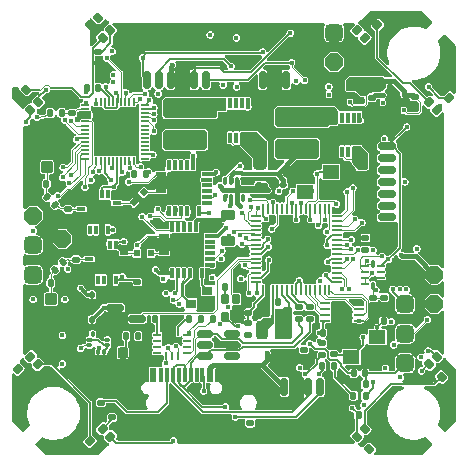
<source format=gbr>
%TF.GenerationSoftware,KiCad,Pcbnew,9.0.0-9.0.0-2~ubuntu24.04.1*%
%TF.CreationDate,2025-03-27T18:59:31+01:00*%
%TF.ProjectId,Kolibri v0.5,4b6f6c69-6272-4692-9076-302e352e6b69,rev?*%
%TF.SameCoordinates,Original*%
%TF.FileFunction,Copper,L1,Top*%
%TF.FilePolarity,Positive*%
%FSLAX46Y46*%
G04 Gerber Fmt 4.6, Leading zero omitted, Abs format (unit mm)*
G04 Created by KiCad (PCBNEW 9.0.0-9.0.0-2~ubuntu24.04.1) date 2025-03-27 18:59:31*
%MOMM*%
%LPD*%
G01*
G04 APERTURE LIST*
G04 Aperture macros list*
%AMRoundRect*
0 Rectangle with rounded corners*
0 $1 Rounding radius*
0 $2 $3 $4 $5 $6 $7 $8 $9 X,Y pos of 4 corners*
0 Add a 4 corners polygon primitive as box body*
4,1,4,$2,$3,$4,$5,$6,$7,$8,$9,$2,$3,0*
0 Add four circle primitives for the rounded corners*
1,1,$1+$1,$2,$3*
1,1,$1+$1,$4,$5*
1,1,$1+$1,$6,$7*
1,1,$1+$1,$8,$9*
0 Add four rect primitives between the rounded corners*
20,1,$1+$1,$2,$3,$4,$5,0*
20,1,$1+$1,$4,$5,$6,$7,0*
20,1,$1+$1,$6,$7,$8,$9,0*
20,1,$1+$1,$8,$9,$2,$3,0*%
%AMRotRect*
0 Rectangle, with rotation*
0 The origin of the aperture is its center*
0 $1 length*
0 $2 width*
0 $3 Rotation angle, in degrees counterclockwise*
0 Add horizontal line*
21,1,$1,$2,0,0,$3*%
%AMOutline5P*
0 Free polygon, 5 corners , with rotation*
0 The origin of the aperture is its center*
0 number of corners: always 5*
0 $1 to $10 corner X, Y*
0 $11 Rotation angle, in degrees counterclockwise*
0 create outline with 5 corners*
4,1,5,$1,$2,$3,$4,$5,$6,$7,$8,$9,$10,$1,$2,$11*%
%AMOutline6P*
0 Free polygon, 6 corners , with rotation*
0 The origin of the aperture is its center*
0 number of corners: always 6*
0 $1 to $12 corner X, Y*
0 $13 Rotation angle, in degrees counterclockwise*
0 create outline with 6 corners*
4,1,6,$1,$2,$3,$4,$5,$6,$7,$8,$9,$10,$11,$12,$1,$2,$13*%
%AMOutline7P*
0 Free polygon, 7 corners , with rotation*
0 The origin of the aperture is its center*
0 number of corners: always 7*
0 $1 to $14 corner X, Y*
0 $15 Rotation angle, in degrees counterclockwise*
0 create outline with 7 corners*
4,1,7,$1,$2,$3,$4,$5,$6,$7,$8,$9,$10,$11,$12,$13,$14,$1,$2,$15*%
%AMOutline8P*
0 Free polygon, 8 corners , with rotation*
0 The origin of the aperture is its center*
0 number of corners: always 8*
0 $1 to $16 corner X, Y*
0 $17 Rotation angle, in degrees counterclockwise*
0 create outline with 8 corners*
4,1,8,$1,$2,$3,$4,$5,$6,$7,$8,$9,$10,$11,$12,$13,$14,$15,$16,$1,$2,$17*%
G04 Aperture macros list end*
%TA.AperFunction,SMDPad,CuDef*%
%ADD10R,0.800000X0.300000*%
%TD*%
%TA.AperFunction,SMDPad,CuDef*%
%ADD11R,0.300000X0.800000*%
%TD*%
%TA.AperFunction,SMDPad,CuDef*%
%ADD12R,1.750000X1.750000*%
%TD*%
%TA.AperFunction,SMDPad,CuDef*%
%ADD13R,0.700000X0.200000*%
%TD*%
%TA.AperFunction,SMDPad,CuDef*%
%ADD14R,0.200000X0.700000*%
%TD*%
%TA.AperFunction,SMDPad,CuDef*%
%ADD15R,3.400000X3.400000*%
%TD*%
%TA.AperFunction,SMDPad,CuDef*%
%ADD16RoundRect,0.050000X-0.387500X0.050000X-0.387500X-0.050000X0.387500X-0.050000X0.387500X0.050000X0*%
%TD*%
%TA.AperFunction,SMDPad,CuDef*%
%ADD17RoundRect,0.050000X0.050000X0.387500X-0.050000X0.387500X-0.050000X-0.387500X0.050000X-0.387500X0*%
%TD*%
%TA.AperFunction,SMDPad,CuDef*%
%ADD18R,0.300000X0.850000*%
%TD*%
%TA.AperFunction,SMDPad,CuDef*%
%ADD19R,0.850000X0.300000*%
%TD*%
%TA.AperFunction,SMDPad,CuDef*%
%ADD20R,2.650000X2.650000*%
%TD*%
%TA.AperFunction,SMDPad,CuDef*%
%ADD21RoundRect,0.140000X-0.170000X0.140000X-0.170000X-0.140000X0.170000X-0.140000X0.170000X0.140000X0*%
%TD*%
%TA.AperFunction,SMDPad,CuDef*%
%ADD22RoundRect,0.150000X0.150000X0.625000X-0.150000X0.625000X-0.150000X-0.625000X0.150000X-0.625000X0*%
%TD*%
%TA.AperFunction,SMDPad,CuDef*%
%ADD23RoundRect,0.250000X0.350000X0.650000X-0.350000X0.650000X-0.350000X-0.650000X0.350000X-0.650000X0*%
%TD*%
%TA.AperFunction,SMDPad,CuDef*%
%ADD24RoundRect,0.135000X-0.185000X0.135000X-0.185000X-0.135000X0.185000X-0.135000X0.185000X0.135000X0*%
%TD*%
%TA.AperFunction,SMDPad,CuDef*%
%ADD25RoundRect,0.097500X-0.374767X0.053033X0.053033X-0.374767X0.374767X-0.053033X-0.053033X0.374767X0*%
%TD*%
%TA.AperFunction,SMDPad,CuDef*%
%ADD26RoundRect,0.140000X0.170000X-0.140000X0.170000X0.140000X-0.170000X0.140000X-0.170000X-0.140000X0*%
%TD*%
%TA.AperFunction,SMDPad,CuDef*%
%ADD27RoundRect,0.062500X0.237500X-0.062500X0.237500X0.062500X-0.237500X0.062500X-0.237500X-0.062500X0*%
%TD*%
%TA.AperFunction,SMDPad,CuDef*%
%ADD28RoundRect,0.050000X0.250000X-0.050000X0.250000X0.050000X-0.250000X0.050000X-0.250000X-0.050000X0*%
%TD*%
%TA.AperFunction,SMDPad,CuDef*%
%ADD29RoundRect,0.075000X0.075000X-0.250000X0.075000X0.250000X-0.075000X0.250000X-0.075000X-0.250000X0*%
%TD*%
%TA.AperFunction,SMDPad,CuDef*%
%ADD30Outline8P,-0.750000X0.300000X-0.300000X0.750000X0.300000X0.750000X0.750000X0.300000X0.750000X-0.300000X0.300000X-0.750000X-0.300000X-0.750000X-0.750000X-0.300000X0.000000*%
%TD*%
%TA.AperFunction,SMDPad,CuDef*%
%ADD31RoundRect,0.097500X0.053033X0.374767X-0.374767X-0.053033X-0.053033X-0.374767X0.374767X0.053033X0*%
%TD*%
%TA.AperFunction,SMDPad,CuDef*%
%ADD32R,0.600000X1.150000*%
%TD*%
%TA.AperFunction,SMDPad,CuDef*%
%ADD33R,0.300000X1.150000*%
%TD*%
%TA.AperFunction,SMDPad,CuDef*%
%ADD34R,1.700000X1.700000*%
%TD*%
%TA.AperFunction,ComponentPad*%
%ADD35O,1.000000X1.600000*%
%TD*%
%TA.AperFunction,SMDPad,CuDef*%
%ADD36R,0.550000X0.550000*%
%TD*%
%TA.AperFunction,SMDPad,CuDef*%
%ADD37R,0.300000X0.500000*%
%TD*%
%TA.AperFunction,SMDPad,CuDef*%
%ADD38R,0.300000X0.900000*%
%TD*%
%TA.AperFunction,SMDPad,CuDef*%
%ADD39R,2.600000X1.400000*%
%TD*%
%TA.AperFunction,SMDPad,CuDef*%
%ADD40RoundRect,0.218750X0.381250X-0.218750X0.381250X0.218750X-0.381250X0.218750X-0.381250X-0.218750X0*%
%TD*%
%TA.AperFunction,SMDPad,CuDef*%
%ADD41RoundRect,0.147500X-0.147500X-0.172500X0.147500X-0.172500X0.147500X0.172500X-0.147500X0.172500X0*%
%TD*%
%TA.AperFunction,SMDPad,CuDef*%
%ADD42RoundRect,0.140000X-0.140000X-0.170000X0.140000X-0.170000X0.140000X0.170000X-0.140000X0.170000X0*%
%TD*%
%TA.AperFunction,SMDPad,CuDef*%
%ADD43RoundRect,0.218750X0.218750X0.256250X-0.218750X0.256250X-0.218750X-0.256250X0.218750X-0.256250X0*%
%TD*%
%TA.AperFunction,SMDPad,CuDef*%
%ADD44RoundRect,0.140000X0.140000X0.170000X-0.140000X0.170000X-0.140000X-0.170000X0.140000X-0.170000X0*%
%TD*%
%TA.AperFunction,SMDPad,CuDef*%
%ADD45RoundRect,0.135000X-0.135000X-0.185000X0.135000X-0.185000X0.135000X0.185000X-0.135000X0.185000X0*%
%TD*%
%TA.AperFunction,SMDPad,CuDef*%
%ADD46R,1.500000X1.500000*%
%TD*%
%TA.AperFunction,SMDPad,CuDef*%
%ADD47RoundRect,0.250000X0.250000X0.550000X-0.250000X0.550000X-0.250000X-0.550000X0.250000X-0.550000X0*%
%TD*%
%TA.AperFunction,SMDPad,CuDef*%
%ADD48RoundRect,0.087500X-0.125000X-0.087500X0.125000X-0.087500X0.125000X0.087500X-0.125000X0.087500X0*%
%TD*%
%TA.AperFunction,SMDPad,CuDef*%
%ADD49RoundRect,0.087500X-0.087500X-0.125000X0.087500X-0.125000X0.087500X0.125000X-0.087500X0.125000X0*%
%TD*%
%TA.AperFunction,SMDPad,CuDef*%
%ADD50RoundRect,0.093750X-0.093750X-0.106250X0.093750X-0.106250X0.093750X0.106250X-0.093750X0.106250X0*%
%TD*%
%TA.AperFunction,HeatsinkPad*%
%ADD51C,0.500000*%
%TD*%
%TA.AperFunction,HeatsinkPad*%
%ADD52R,1.000000X1.600000*%
%TD*%
%TA.AperFunction,SMDPad,CuDef*%
%ADD53R,0.675000X0.250000*%
%TD*%
%TA.AperFunction,SMDPad,CuDef*%
%ADD54R,0.250000X0.675000*%
%TD*%
%TA.AperFunction,SMDPad,CuDef*%
%ADD55RoundRect,0.135000X0.135000X0.185000X-0.135000X0.185000X-0.135000X-0.185000X0.135000X-0.185000X0*%
%TD*%
%TA.AperFunction,SMDPad,CuDef*%
%ADD56R,1.400000X1.200000*%
%TD*%
%TA.AperFunction,SMDPad,CuDef*%
%ADD57RoundRect,0.375000X0.375000X-0.375000X0.375000X0.375000X-0.375000X0.375000X-0.375000X-0.375000X0*%
%TD*%
%TA.AperFunction,SMDPad,CuDef*%
%ADD58RotRect,0.550000X0.550000X315.000000*%
%TD*%
%TA.AperFunction,SMDPad,CuDef*%
%ADD59RotRect,0.300000X0.500000X225.000000*%
%TD*%
%TA.AperFunction,SMDPad,CuDef*%
%ADD60RoundRect,0.050000X-0.100000X0.285000X-0.100000X-0.285000X0.100000X-0.285000X0.100000X0.285000X0*%
%TD*%
%TA.AperFunction,SMDPad,CuDef*%
%ADD61RoundRect,0.150000X0.625000X-0.150000X0.625000X0.150000X-0.625000X0.150000X-0.625000X-0.150000X0*%
%TD*%
%TA.AperFunction,SMDPad,CuDef*%
%ADD62RoundRect,0.250000X0.650000X-0.350000X0.650000X0.350000X-0.650000X0.350000X-0.650000X-0.350000X0*%
%TD*%
%TA.AperFunction,SMDPad,CuDef*%
%ADD63RoundRect,0.250000X-1.600000X0.600000X-1.600000X-0.600000X1.600000X-0.600000X1.600000X0.600000X0*%
%TD*%
%TA.AperFunction,SMDPad,CuDef*%
%ADD64RoundRect,0.375000X-0.375000X-0.375000X0.375000X-0.375000X0.375000X0.375000X-0.375000X0.375000X0*%
%TD*%
%TA.AperFunction,SMDPad,CuDef*%
%ADD65RoundRect,0.097500X-0.053033X-0.374767X0.374767X0.053033X0.053033X0.374767X-0.374767X-0.053033X0*%
%TD*%
%TA.AperFunction,SMDPad,CuDef*%
%ADD66RoundRect,0.100000X0.400000X0.400000X-0.400000X0.400000X-0.400000X-0.400000X0.400000X-0.400000X0*%
%TD*%
%TA.AperFunction,SMDPad,CuDef*%
%ADD67RoundRect,0.105000X0.420000X0.995000X-0.420000X0.995000X-0.420000X-0.995000X0.420000X-0.995000X0*%
%TD*%
%TA.AperFunction,SMDPad,CuDef*%
%ADD68RoundRect,0.135000X0.185000X-0.135000X0.185000X0.135000X-0.185000X0.135000X-0.185000X-0.135000X0*%
%TD*%
%TA.AperFunction,SMDPad,CuDef*%
%ADD69RoundRect,0.100000X-0.400000X-0.400000X0.400000X-0.400000X0.400000X0.400000X-0.400000X0.400000X0*%
%TD*%
%TA.AperFunction,SMDPad,CuDef*%
%ADD70RoundRect,0.105000X-0.420000X-0.995000X0.420000X-0.995000X0.420000X0.995000X-0.420000X0.995000X0*%
%TD*%
%TA.AperFunction,SMDPad,CuDef*%
%ADD71RoundRect,0.097500X0.374767X-0.053033X-0.053033X0.374767X-0.374767X0.053033X0.053033X-0.374767X0*%
%TD*%
%TA.AperFunction,SMDPad,CuDef*%
%ADD72RoundRect,0.150000X-0.150000X-0.625000X0.150000X-0.625000X0.150000X0.625000X-0.150000X0.625000X0*%
%TD*%
%TA.AperFunction,SMDPad,CuDef*%
%ADD73RoundRect,0.250000X-0.350000X-0.650000X0.350000X-0.650000X0.350000X0.650000X-0.350000X0.650000X0*%
%TD*%
%TA.AperFunction,SMDPad,CuDef*%
%ADD74RoundRect,0.150000X0.512500X0.150000X-0.512500X0.150000X-0.512500X-0.150000X0.512500X-0.150000X0*%
%TD*%
%TA.AperFunction,SMDPad,CuDef*%
%ADD75RoundRect,0.097500X0.227500X-0.302500X0.227500X0.302500X-0.227500X0.302500X-0.227500X-0.302500X0*%
%TD*%
%TA.AperFunction,SMDPad,CuDef*%
%ADD76RoundRect,0.112500X-0.187500X-0.112500X0.187500X-0.112500X0.187500X0.112500X-0.187500X0.112500X0*%
%TD*%
%TA.AperFunction,SMDPad,CuDef*%
%ADD77RoundRect,0.140000X-0.219203X-0.021213X-0.021213X-0.219203X0.219203X0.021213X0.021213X0.219203X0*%
%TD*%
%TA.AperFunction,SMDPad,CuDef*%
%ADD78RoundRect,0.250000X0.325000X0.650000X-0.325000X0.650000X-0.325000X-0.650000X0.325000X-0.650000X0*%
%TD*%
%TA.AperFunction,SMDPad,CuDef*%
%ADD79R,0.900000X0.800000*%
%TD*%
%TA.AperFunction,SMDPad,CuDef*%
%ADD80RoundRect,0.140000X0.021213X-0.219203X0.219203X-0.021213X-0.021213X0.219203X-0.219203X0.021213X0*%
%TD*%
%TA.AperFunction,SMDPad,CuDef*%
%ADD81RoundRect,0.112500X-0.112500X0.187500X-0.112500X-0.187500X0.112500X-0.187500X0.112500X0.187500X0*%
%TD*%
%TA.AperFunction,SMDPad,CuDef*%
%ADD82RoundRect,0.150000X0.587500X0.150000X-0.587500X0.150000X-0.587500X-0.150000X0.587500X-0.150000X0*%
%TD*%
%TA.AperFunction,SMDPad,CuDef*%
%ADD83RoundRect,0.062500X0.387500X0.062500X-0.387500X0.062500X-0.387500X-0.062500X0.387500X-0.062500X0*%
%TD*%
%TA.AperFunction,HeatsinkPad*%
%ADD84R,0.200000X1.600000*%
%TD*%
%TA.AperFunction,ViaPad*%
%ADD85C,0.450000*%
%TD*%
%TA.AperFunction,Conductor*%
%ADD86C,0.150000*%
%TD*%
%TA.AperFunction,Conductor*%
%ADD87C,0.200000*%
%TD*%
%TA.AperFunction,Conductor*%
%ADD88C,0.400000*%
%TD*%
%TA.AperFunction,Conductor*%
%ADD89C,0.300000*%
%TD*%
%TA.AperFunction,Conductor*%
%ADD90C,0.110000*%
%TD*%
%TA.AperFunction,Conductor*%
%ADD91C,0.118000*%
%TD*%
%TA.AperFunction,Conductor*%
%ADD92C,0.090000*%
%TD*%
%TA.AperFunction,Conductor*%
%ADD93C,0.380000*%
%TD*%
%TA.AperFunction,Conductor*%
%ADD94C,0.140000*%
%TD*%
%TA.AperFunction,Conductor*%
%ADD95C,0.120000*%
%TD*%
G04 APERTURE END LIST*
D10*
%TO.P,IC2,1,N/C_1*%
%TO.N,GND*%
X90100000Y-98950000D03*
%TO.P,IC2,2,GND_1*%
X90100000Y-98450000D03*
%TO.P,IC2,3,GND_2*%
X90100000Y-97950000D03*
%TO.P,IC2,4,TXRX*%
%TO.N,Net-(FL1-OUT)*%
X90100000Y-97450000D03*
D11*
%TO.P,IC2,5,TXEN*%
%TO.N,/ELRS/POWER_TXEN*%
X89350000Y-96700000D03*
%TO.P,IC2,6,RXEN*%
%TO.N,/ELRS/POWER_RXEN*%
X88850000Y-96700000D03*
%TO.P,IC2,7,N/C_2*%
%TO.N,GND*%
X88350000Y-96700000D03*
%TO.P,IC2,8,GND_3*%
X87850000Y-96700000D03*
D10*
%TO.P,IC2,9,GND_4*%
X87100000Y-97450000D03*
%TO.P,IC2,10,ANT*%
%TO.N,Net-(IC2-ANT)*%
X87100000Y-97950000D03*
%TO.P,IC2,11,GND_5*%
%TO.N,GND*%
X87100000Y-98450000D03*
%TO.P,IC2,12,N/C_3*%
X87100000Y-98950000D03*
D11*
%TO.P,IC2,13,DNC*%
%TO.N,unconnected-(IC2-DNC-Pad13)*%
X87850000Y-99700000D03*
%TO.P,IC2,14,VDD_1*%
%TO.N,unconnected-(IC2-VDD_1-Pad14)*%
X88350000Y-99700000D03*
%TO.P,IC2,15,N/C_4*%
%TO.N,GND*%
X88850000Y-99700000D03*
%TO.P,IC2,16,VDD_2*%
%TO.N,+3V3_ELRS*%
X89350000Y-99700000D03*
D12*
%TO.P,IC2,17,GND_6*%
%TO.N,GND*%
X88600000Y-98200000D03*
%TD*%
D10*
%TO.P,IC4,1,N/C_1*%
%TO.N,GND*%
X90750000Y-103200000D03*
%TO.P,IC4,2,GND_1*%
X90750000Y-102700000D03*
%TO.P,IC4,3,GND_2*%
X90750000Y-102200000D03*
%TO.P,IC4,4,TXRX*%
%TO.N,Net-(FL2-OUT)*%
X90750000Y-101700000D03*
D11*
%TO.P,IC4,5,TXEN*%
%TO.N,/ELRS/POWER_TXEN_2*%
X90000000Y-100950000D03*
%TO.P,IC4,6,RXEN*%
%TO.N,/ELRS/POWER_RXEN_2*%
X89500000Y-100950000D03*
%TO.P,IC4,7,N/C_2*%
%TO.N,GND*%
X89000000Y-100950000D03*
%TO.P,IC4,8,GND_3*%
X88500000Y-100950000D03*
D10*
%TO.P,IC4,9,GND_4*%
X87750000Y-101700000D03*
%TO.P,IC4,10,ANT*%
%TO.N,Net-(IC4-ANT)*%
X87750000Y-102200000D03*
%TO.P,IC4,11,GND_5*%
%TO.N,GND*%
X87750000Y-102700000D03*
%TO.P,IC4,12,N/C_3*%
X87750000Y-103200000D03*
D11*
%TO.P,IC4,13,DNC*%
%TO.N,unconnected-(IC4-DNC-Pad13)*%
X88500000Y-103950000D03*
%TO.P,IC4,14,VDD_1*%
%TO.N,unconnected-(IC4-VDD_1-Pad14)*%
X89000000Y-103950000D03*
%TO.P,IC4,15,N/C_4*%
%TO.N,GND*%
X89500000Y-103950000D03*
%TO.P,IC4,16,VDD_2*%
%TO.N,+3V3_ELRS*%
X90000000Y-103950000D03*
D12*
%TO.P,IC4,17,GND_6*%
%TO.N,GND*%
X89250000Y-102450000D03*
%TD*%
D13*
%TO.P,U3,1,VDDA*%
%TO.N,+3V3_ELRS*%
X87450000Y-89125000D03*
%TO.P,U3,2,LNA_IN*%
%TO.N,Net-(U3-LNA_IN)*%
X87450000Y-89475000D03*
%TO.P,U3,3,VDD3P3*%
%TO.N,VDD3P3*%
X87450000Y-89825000D03*
%TO.P,U3,4,VDD3P3*%
X87450000Y-90175000D03*
%TO.P,U3,5,GPI36*%
%TO.N,/ELRS/RADIO_BUSY*%
X87450000Y-90525000D03*
%TO.P,U3,6,GPI37*%
%TO.N,/ELRS/RADIO_DIO1*%
X87450000Y-90875000D03*
%TO.P,U3,7,GPI38*%
%TO.N,unconnected-(U3-GPI38-Pad7)*%
X87450000Y-91225000D03*
%TO.P,U3,8,GPI39*%
%TO.N,/ELRS/RADIO_BUSY_2*%
X87450000Y-91575000D03*
%TO.P,U3,9,CHIP_PU*%
%TO.N,+3V3_ELRS*%
X87450000Y-91925000D03*
%TO.P,U3,10,GPI34*%
%TO.N,/ELRS/RADIO_DIO1_2*%
X87450000Y-92275000D03*
%TO.P,U3,11,GPI35*%
%TO.N,/ELRS/RADIO_MISO*%
X87450000Y-92625000D03*
%TO.P,U3,12,GPIO32*%
%TO.N,/ELRS/RADIO_MOSI*%
X87450000Y-92975000D03*
%TO.P,U3,13,GPIO33*%
%TO.N,/ELRS/RADIO_SCK*%
X87450000Y-93325000D03*
%TO.P,U3,14,GPIO25*%
%TO.N,/PWM.1*%
X87450000Y-93675000D03*
D14*
%TO.P,U3,15,GPIO26*%
%TO.N,/ELRS/RADIO_RST*%
X88375000Y-93900000D03*
%TO.P,U3,16,GPIO27*%
%TO.N,/ELRS/RADIO_NSS*%
X88725000Y-93900000D03*
%TO.P,U3,17,GPIO14*%
%TO.N,/ELRS/POWER_TXEN*%
X89075000Y-93900000D03*
%TO.P,U3,18,GPIO12/S0*%
%TO.N,unconnected-(U3-GPIO12{slash}S0-Pad18)*%
X89425000Y-93900000D03*
%TO.P,U3,19,VDD3P3_RTC*%
%TO.N,+3V3_ELRS*%
X89775000Y-93900000D03*
%TO.P,U3,20,GPIO13*%
%TO.N,/ELRS/POWER_RXEN*%
X90125000Y-93900000D03*
%TO.P,U3,21,GPIO15/S1*%
%TO.N,/ELRS/LED_RGB*%
X90475000Y-93900000D03*
%TO.P,U3,22,GPIO2/S0*%
%TO.N,unconnected-(U3-GPIO2{slash}S0-Pad22)*%
X90825000Y-93900000D03*
%TO.P,U3,23,GPIO0/S1*%
%TO.N,/ELRS/ELRS_BUTTON*%
X91175000Y-93900000D03*
%TO.P,U3,24,GPIO4*%
%TO.N,/PWM.2*%
X91525000Y-93900000D03*
D13*
%TO.P,U3,25,GPIO16/DNC*%
%TO.N,unconnected-(U3-GPIO16{slash}DNC-Pad25)*%
X92450000Y-93675000D03*
%TO.P,U3,26,VDD_SDIO*%
%TO.N,+3V3_ELRS*%
X92450000Y-93325000D03*
%TO.P,U3,27,GPIO17/DNC*%
%TO.N,unconnected-(U3-GPIO17{slash}DNC-Pad27)*%
X92450000Y-92975000D03*
%TO.P,U3,28,GPIO9/DNC*%
%TO.N,unconnected-(U3-GPIO9{slash}DNC-Pad28)*%
X92450000Y-92625000D03*
%TO.P,U3,29,GPIO10/DNC*%
%TO.N,unconnected-(U3-GPIO10{slash}DNC-Pad29)*%
X92450000Y-92275000D03*
%TO.P,U3,30,GPIO11/DNC*%
%TO.N,unconnected-(U3-GPIO11{slash}DNC-Pad30)*%
X92450000Y-91925000D03*
%TO.P,U3,31,GPIO6/DNC*%
%TO.N,unconnected-(U3-GPIO6{slash}DNC-Pad31)*%
X92450000Y-91575000D03*
%TO.P,U3,32,GPIO7/DNC*%
%TO.N,unconnected-(U3-GPIO7{slash}DNC-Pad32)*%
X92450000Y-91225000D03*
%TO.P,U3,33,GPIO8/DNC*%
%TO.N,unconnected-(U3-GPIO8{slash}DNC-Pad33)*%
X92450000Y-90875000D03*
%TO.P,U3,34,GPIO5/S1*%
%TO.N,/ELRS/POWER_RXEN_2*%
X92450000Y-90525000D03*
%TO.P,U3,35,GPIO18*%
%TO.N,/ELRS/POWER_TXEN_2*%
X92450000Y-90175000D03*
%TO.P,U3,36,GPIO23*%
%TO.N,/PWM.4*%
X92450000Y-89825000D03*
%TO.P,U3,37,VDD3P3_CPU*%
%TO.N,+3V3_ELRS*%
X92450000Y-89475000D03*
%TO.P,U3,38,GPIO19*%
%TO.N,/ELRS/RADIO_NSS_2*%
X92450000Y-89125000D03*
D14*
%TO.P,U3,39,GPIO22*%
%TO.N,/PWM.3*%
X91525000Y-88900000D03*
%TO.P,U3,40,GPIO3/U0RX*%
%TO.N,/U0.TX*%
X91175000Y-88900000D03*
%TO.P,U3,41,GPIO1/U0TX*%
%TO.N,/U0.RX*%
X90825000Y-88900000D03*
%TO.P,U3,42,GPIO21*%
%TO.N,/ELRS/RADIO_RST_2*%
X90475000Y-88900000D03*
%TO.P,U3,43,VDDA*%
%TO.N,+3V3_ELRS*%
X90125000Y-88900000D03*
%TO.P,U3,44,XTAL_N*%
%TO.N,Net-(U3-XTAL_N)*%
X89775000Y-88900000D03*
%TO.P,U3,45,XTAL_P*%
%TO.N,Net-(U3-XTAL_P)*%
X89425000Y-88900000D03*
%TO.P,U3,46,VDDA*%
%TO.N,+3V3_ELRS*%
X89075000Y-88900000D03*
%TO.P,U3,47,CAP2*%
%TO.N,unconnected-(U3-CAP2-Pad47)*%
X88725000Y-88900000D03*
%TO.P,U3,48,CAP1*%
%TO.N,Net-(U3-CAP1)*%
X88375000Y-88900000D03*
D15*
%TO.P,U3,49,GND*%
%TO.N,GND*%
X89950000Y-91400000D03*
%TD*%
D16*
%TO.P,U1,1,IOVDD*%
%TO.N,+3V3*%
X108737500Y-104150000D03*
%TO.P,U1,2,GPIO0*%
%TO.N,/U0.TX*%
X108737500Y-103750000D03*
%TO.P,U1,3,GPIO1*%
%TO.N,/U0.RX*%
X108737500Y-103350000D03*
%TO.P,U1,4,GPIO2*%
%TO.N,/SD_DAT.0*%
X108737500Y-102950000D03*
%TO.P,U1,5,GPIO3*%
%TO.N,/SD_DAT.1*%
X108737500Y-102550000D03*
%TO.P,U1,6,DVDD*%
%TO.N,+1V1*%
X108737500Y-102150000D03*
%TO.P,U1,7,GPIO4*%
%TO.N,/SD_DAT.2*%
X108737500Y-101750000D03*
%TO.P,U1,8,GPIO5*%
%TO.N,/SD_DAT.3*%
X108737500Y-101350000D03*
%TO.P,U1,9,GPIO6*%
%TO.N,/RP2350/SD_CMD*%
X108737500Y-100950000D03*
%TO.P,U1,10,GPIO7*%
%TO.N,/RP2350/SD_SCLK*%
X108737500Y-100550000D03*
%TO.P,U1,11,IOVDD*%
%TO.N,+3V3*%
X108737500Y-100150000D03*
%TO.P,U1,12,GPIO8*%
%TO.N,/U1.TX*%
X108737500Y-99750000D03*
%TO.P,U1,13,GPIO9*%
%TO.N,/U1.RX*%
X108737500Y-99350000D03*
%TO.P,U1,14,GPIO10*%
%TO.N,/U2.TX*%
X108737500Y-98950000D03*
%TO.P,U1,15,GPIO11*%
%TO.N,/U2.RX*%
X108737500Y-98550000D03*
D17*
%TO.P,U1,16,GPIO12*%
%TO.N,/SPI1.MISO*%
X108100000Y-97912500D03*
%TO.P,U1,17,GPIO13*%
%TO.N,/RP2350/OSD_SS*%
X107700000Y-97912500D03*
%TO.P,U1,18,GPIO14*%
%TO.N,/SPI1.SCLK*%
X107300000Y-97912500D03*
%TO.P,U1,19,GPIO15*%
%TO.N,/SPI1.MOSI*%
X106900000Y-97912500D03*
%TO.P,U1,20,IOVDD*%
%TO.N,+3V3*%
X106500000Y-97912500D03*
%TO.P,U1,21,XIN*%
%TO.N,Net-(U1-XIN)*%
X106100000Y-97912500D03*
%TO.P,U1,22,XOUT*%
%TO.N,Net-(U1-XOUT)*%
X105700000Y-97912500D03*
%TO.P,U1,23,DVDD*%
%TO.N,+1V1*%
X105300000Y-97912500D03*
%TO.P,U1,24,SWCLK*%
%TO.N,/SWCLK*%
X104900000Y-97912500D03*
%TO.P,U1,25,SWDIO*%
%TO.N,/SWDIO*%
X104500000Y-97912500D03*
%TO.P,U1,26,RUN*%
%TO.N,unconnected-(U1-RUN-Pad26)*%
X104100000Y-97912500D03*
%TO.P,U1,27,GPIO16*%
%TO.N,/Gyro/Int*%
X103700000Y-97912500D03*
%TO.P,U1,28,GPIO17*%
%TO.N,/RP2350/Gyro_SS*%
X103300000Y-97912500D03*
%TO.P,U1,29,GPIO18*%
%TO.N,/SPI0.SCLK*%
X102900000Y-97912500D03*
%TO.P,U1,30,IOVDD*%
%TO.N,+3V3*%
X102500000Y-97912500D03*
D16*
%TO.P,U1,31,GPIO19*%
%TO.N,/SPI0.SDX*%
X101862500Y-98550000D03*
%TO.P,U1,32,GPIO20*%
%TO.N,/Motor.4*%
X101862500Y-98950000D03*
%TO.P,U1,33,GPIO21*%
%TO.N,/Motor.3*%
X101862500Y-99350000D03*
%TO.P,U1,34,GPIO22*%
%TO.N,/Motor.2*%
X101862500Y-99750000D03*
%TO.P,U1,35,GPIO23*%
%TO.N,/Motor.1*%
X101862500Y-100150000D03*
%TO.P,U1,36,GPIO24*%
%TO.N,/I2C0.SDA*%
X101862500Y-100550000D03*
%TO.P,U1,37,GPIO25*%
%TO.N,/I2C0.SCL*%
X101862500Y-100950000D03*
%TO.P,U1,38,IOVDD*%
%TO.N,+3V3*%
X101862500Y-101350000D03*
%TO.P,U1,39,DVDD*%
%TO.N,+1V1*%
X101862500Y-101750000D03*
%TO.P,U1,40,GPIO26_ADC0*%
%TO.N,/RP2350/Speaker*%
X101862500Y-102150000D03*
%TO.P,U1,41,GPIO27_ADC1*%
%TO.N,/RP2350/LED*%
X101862500Y-102550000D03*
%TO.P,U1,42,GPIO28_ADC2*%
%TO.N,/ADC.Curr*%
X101862500Y-102950000D03*
%TO.P,U1,43,GPIO29_ADC3*%
%TO.N,/ADC.VBat*%
X101862500Y-103350000D03*
%TO.P,U1,44,ADC_AVDD*%
%TO.N,+3V3*%
X101862500Y-103750000D03*
%TO.P,U1,45,IOVDD*%
X101862500Y-104150000D03*
D17*
%TO.P,U1,46,VREG_AVDD*%
%TO.N,Net-(U1-VREG_AVDD)*%
X102500000Y-104787500D03*
%TO.P,U1,47,VREG_PGND*%
%TO.N,GND*%
X102900000Y-104787500D03*
%TO.P,U1,48,VREG_LX*%
%TO.N,Net-(U1-VREG_LX)*%
X103300000Y-104787500D03*
%TO.P,U1,49,VREG_VIN*%
%TO.N,+3V3*%
X103700000Y-104787500D03*
%TO.P,U1,50,VREG_FB*%
%TO.N,+1V1*%
X104100000Y-104787500D03*
%TO.P,U1,51,USB_DM*%
%TO.N,Net-(U1-USB_DM)*%
X104500000Y-104787500D03*
%TO.P,U1,52,USB_DP*%
%TO.N,Net-(U1-USB_DP)*%
X104900000Y-104787500D03*
%TO.P,U1,53,USB_OTP_VDD*%
%TO.N,+3V3*%
X105300000Y-104787500D03*
%TO.P,U1,54,QSPI_IOVDD*%
X105700000Y-104787500D03*
%TO.P,U1,55,QSPI_SD3*%
%TO.N,Net-(U1-QSPI_SD3)*%
X106100000Y-104787500D03*
%TO.P,U1,56,QSPI_SCLK*%
%TO.N,Net-(U1-QSPI_SCLK)*%
X106500000Y-104787500D03*
%TO.P,U1,57,QSPI_SD0*%
%TO.N,Net-(U1-QSPI_SD0)*%
X106900000Y-104787500D03*
%TO.P,U1,58,QSPI_SD2*%
%TO.N,Net-(U1-QSPI_SD2)*%
X107300000Y-104787500D03*
%TO.P,U1,59,QSPI_SD1*%
%TO.N,Net-(U1-QSPI_SD1)*%
X107700000Y-104787500D03*
%TO.P,U1,60,QSPI_SS*%
%TO.N,Net-(U1-QSPI_SS)*%
X108100000Y-104787500D03*
D15*
%TO.P,U1,61,GND*%
%TO.N,GND*%
X105300000Y-101350000D03*
%TD*%
D18*
%TO.P,IC3,1,VR_PA*%
%TO.N,Net-(IC3-VR_PA)*%
X94800000Y-103400000D03*
%TO.P,IC3,2,VDD_IN*%
%TO.N,Net-(IC3-DCC_FB)*%
X95300000Y-103400000D03*
%TO.P,IC3,3,NRESET*%
%TO.N,/ELRS/RADIO_RST_2*%
X95800000Y-103400000D03*
%TO.P,IC3,4,XTA*%
%TO.N,Net-(IC3-XTA)*%
X96300000Y-103400000D03*
%TO.P,IC3,5,GND_1*%
%TO.N,GND*%
X96800000Y-103400000D03*
%TO.P,IC3,6,XTB*%
%TO.N,Net-(IC3-XTB)*%
X97300000Y-103400000D03*
D19*
%TO.P,IC3,7,BUSY*%
%TO.N,/ELRS/RADIO_BUSY_2*%
X98000000Y-102700000D03*
%TO.P,IC3,8,DIO1*%
%TO.N,/ELRS/RADIO_DIO1_2*%
X98000000Y-102200000D03*
%TO.P,IC3,9,DIO2*%
%TO.N,unconnected-(IC3-DIO2-Pad9)*%
X98000000Y-101700000D03*
%TO.P,IC3,10,DIO3*%
%TO.N,unconnected-(IC3-DIO3-Pad10)*%
X98000000Y-101200000D03*
%TO.P,IC3,11,VBAT_IO*%
%TO.N,+3V3_ELRS*%
X98000000Y-100700000D03*
%TO.P,IC3,12,DCC_FB*%
%TO.N,Net-(IC3-DCC_FB)*%
X98000000Y-100200000D03*
D18*
%TO.P,IC3,13,GND_2*%
%TO.N,GND*%
X97300000Y-99500000D03*
%TO.P,IC3,14,DCC_SW*%
%TO.N,Net-(IC3-DCC_SW)*%
X96800000Y-99500000D03*
%TO.P,IC3,15,VBAT*%
%TO.N,+3V3_ELRS*%
X96300000Y-99500000D03*
%TO.P,IC3,16,MISO_TX*%
%TO.N,/ELRS/RADIO_MISO*%
X95800000Y-99500000D03*
%TO.P,IC3,17,MOSI_RX*%
%TO.N,/ELRS/RADIO_MOSI*%
X95300000Y-99500000D03*
%TO.P,IC3,18,SCK_RTSN*%
%TO.N,/ELRS/RADIO_SCK*%
X94800000Y-99500000D03*
D19*
%TO.P,IC3,19,NSS_CTS*%
%TO.N,/ELRS/RADIO_NSS_2*%
X94100000Y-100200000D03*
%TO.P,IC3,20,GND_3*%
%TO.N,GND*%
X94100000Y-100700000D03*
%TO.P,IC3,21,GND_4*%
X94100000Y-101200000D03*
%TO.P,IC3,22,RFIO*%
%TO.N,Net-(FL2-IN)*%
X94100000Y-101700000D03*
%TO.P,IC3,23,GND_5*%
%TO.N,GND*%
X94100000Y-102200000D03*
%TO.P,IC3,24,GND_6*%
X94100000Y-102700000D03*
D20*
%TO.P,IC3,25,EP*%
X96050000Y-101450000D03*
%TD*%
D18*
%TO.P,IC1,1,VR_PA*%
%TO.N,Net-(IC1-VR_PA)*%
X94550000Y-98150000D03*
%TO.P,IC1,2,VDD_IN*%
%TO.N,Net-(IC1-DCC_FB)*%
X95050000Y-98150000D03*
%TO.P,IC1,3,NRESET*%
%TO.N,/ELRS/RADIO_RST*%
X95550000Y-98150000D03*
%TO.P,IC1,4,XTA*%
%TO.N,Net-(IC1-XTA)*%
X96050000Y-98150000D03*
%TO.P,IC1,5,GND_1*%
%TO.N,GND*%
X96550000Y-98150000D03*
%TO.P,IC1,6,XTB*%
%TO.N,Net-(IC1-XTB)*%
X97050000Y-98150000D03*
D19*
%TO.P,IC1,7,BUSY*%
%TO.N,/ELRS/RADIO_BUSY*%
X97750000Y-97450000D03*
%TO.P,IC1,8,DIO1*%
%TO.N,/ELRS/RADIO_DIO1*%
X97750000Y-96950000D03*
%TO.P,IC1,9,DIO2*%
%TO.N,unconnected-(IC1-DIO2-Pad9)*%
X97750000Y-96450000D03*
%TO.P,IC1,10,DIO3*%
%TO.N,unconnected-(IC1-DIO3-Pad10)*%
X97750000Y-95950000D03*
%TO.P,IC1,11,VBAT_IO*%
%TO.N,+3V3_ELRS*%
X97750000Y-95450000D03*
%TO.P,IC1,12,DCC_FB*%
%TO.N,Net-(IC1-DCC_FB)*%
X97750000Y-94950000D03*
D18*
%TO.P,IC1,13,GND_2*%
%TO.N,GND*%
X97050000Y-94250000D03*
%TO.P,IC1,14,DCC_SW*%
%TO.N,Net-(IC1-DCC_SW)*%
X96550000Y-94250000D03*
%TO.P,IC1,15,VBAT*%
%TO.N,+3V3_ELRS*%
X96050000Y-94250000D03*
%TO.P,IC1,16,MISO_TX*%
%TO.N,/ELRS/RADIO_MISO*%
X95550000Y-94250000D03*
%TO.P,IC1,17,MOSI_RX*%
%TO.N,/ELRS/RADIO_MOSI*%
X95050000Y-94250000D03*
%TO.P,IC1,18,SCK_RTSN*%
%TO.N,/ELRS/RADIO_SCK*%
X94550000Y-94250000D03*
D19*
%TO.P,IC1,19,NSS_CTS*%
%TO.N,/ELRS/RADIO_NSS*%
X93850000Y-94950000D03*
%TO.P,IC1,20,GND_3*%
%TO.N,GND*%
X93850000Y-95450000D03*
%TO.P,IC1,21,GND_4*%
X93850000Y-95950000D03*
%TO.P,IC1,22,RFIO*%
%TO.N,Net-(FL1-IN)*%
X93850000Y-96450000D03*
%TO.P,IC1,23,GND_5*%
%TO.N,GND*%
X93850000Y-96950000D03*
%TO.P,IC1,24,GND_6*%
X93850000Y-97450000D03*
D20*
%TO.P,IC1,25,EP*%
X95800000Y-96200000D03*
%TD*%
D21*
%TO.P,C81,1*%
%TO.N,+5V*%
X115350000Y-88470000D03*
%TO.P,C81,2*%
%TO.N,GND*%
X115350000Y-89430000D03*
%TD*%
D22*
%TO.P,J6,1,Pin_1*%
%TO.N,/U1.TX*%
X97650000Y-87000000D03*
%TO.P,J6,2,Pin_2*%
%TO.N,/U1.RX*%
X96650000Y-87000000D03*
%TO.P,J6,3,Pin_3*%
%TO.N,GND*%
X95650000Y-87000000D03*
%TO.P,J6,4,Pin_4*%
%TO.N,+5V*%
X94650000Y-87000000D03*
%TO.P,J6,5,Pin_5*%
%TO.N,/I2C0.SDA*%
X93650000Y-87000000D03*
%TO.P,J6,6,Pin_6*%
%TO.N,/I2C0.SCL*%
X92650000Y-87000000D03*
D23*
%TO.P,J6,MP,MountPin*%
%TO.N,GND*%
X98950000Y-83125000D03*
X91350000Y-83125000D03*
%TD*%
D24*
%TO.P,R27,1*%
%TO.N,/ADC/VBat_HI*%
X112750000Y-105440000D03*
%TO.P,R27,2*%
%TO.N,GND*%
X112750000Y-106460000D03*
%TD*%
D25*
%TO.P,D6,1,DOUT*%
%TO.N,Net-(D6-DOUT)*%
X82405546Y-87833794D03*
%TO.P,D6,2,VDD*%
%TO.N,+5V*%
X83466206Y-88894454D03*
%TO.P,D6,3,GND*%
%TO.N,GND*%
X81733794Y-88505546D03*
%TO.P,D6,4,DIN*%
%TO.N,Net-(D5-DOUT)*%
X82794454Y-89566206D03*
%TD*%
D26*
%TO.P,C32,1*%
%TO.N,Net-(U3-LNA_IN)*%
X86350000Y-89830000D03*
%TO.P,C32,2*%
%TO.N,GND*%
X86350000Y-88870000D03*
%TD*%
D27*
%TO.P,U9,1,V-*%
%TO.N,GND*%
X112500000Y-104300000D03*
D28*
%TO.P,U9,2,~{SHDN}*%
%TO.N,unconnected-(U9A-~{SHDN}-Pad2)*%
X112500000Y-103800000D03*
%TO.P,U9,3,~{SHDN}*%
%TO.N,unconnected-(U9B-~{SHDN}-Pad3)*%
X112500000Y-103300000D03*
D27*
%TO.P,U9,4,+*%
%TO.N,/Connectors/Curr_ESC*%
X112500000Y-102800000D03*
D29*
%TO.P,U9,5,-*%
%TO.N,/ADC.Curr*%
X111800000Y-102625000D03*
D27*
%TO.P,U9,6*%
X111100000Y-102800000D03*
D28*
%TO.P,U9,7,V+*%
%TO.N,+3V3*%
X111100000Y-103300000D03*
%TO.P,U9,8*%
%TO.N,/ADC.VBat*%
X111100000Y-103800000D03*
D27*
%TO.P,U9,9,-*%
X111100000Y-104300000D03*
D29*
%TO.P,U9,10,+*%
%TO.N,/ADC/VBat_HI*%
X111800000Y-104475000D03*
%TD*%
D30*
%TO.P,P30,1*%
%TO.N,+5V*%
X108500000Y-85500000D03*
%TD*%
%TO.P,P29,1*%
%TO.N,+5V*%
X85500000Y-100500000D03*
%TD*%
D31*
%TO.P,D9,1,DOUT*%
%TO.N,/Connectors/LED*%
X118266206Y-88505546D03*
%TO.P,D9,2,VDD*%
%TO.N,+5V*%
X117205546Y-89566206D03*
%TO.P,D9,3,GND*%
%TO.N,GND*%
X117594454Y-87833794D03*
%TO.P,D9,4,DIN*%
%TO.N,Net-(D8-DOUT)*%
X116533794Y-88894454D03*
%TD*%
D32*
%TO.P,J1,A1,GND*%
%TO.N,GND*%
X92400000Y-111982500D03*
%TO.P,J1,A4,VBUS*%
%TO.N,+5V_USB*%
X93200000Y-111982500D03*
D33*
%TO.P,J1,A5,CC1*%
%TO.N,Net-(J1-CC1)*%
X94350000Y-111982500D03*
%TO.P,J1,A6,D+*%
%TO.N,/USB.D+*%
X95350000Y-111982500D03*
%TO.P,J1,A7,D-*%
%TO.N,/USB.D-*%
X95850000Y-111982500D03*
%TO.P,J1,A8,SBU1*%
%TO.N,unconnected-(J1-SBU1-PadA8)*%
X96850000Y-111982500D03*
D32*
%TO.P,J1,A9,VBUS*%
%TO.N,+5V_USB*%
X98000000Y-111982500D03*
%TO.P,J1,A12,GND*%
%TO.N,GND*%
X98800000Y-111982500D03*
%TO.P,J1,B1,GND*%
X98800000Y-111982500D03*
%TO.P,J1,B4,VBUS*%
%TO.N,+5V_USB*%
X98000000Y-111982500D03*
D33*
%TO.P,J1,B5,CC2*%
%TO.N,Net-(J1-CC2)*%
X97350000Y-111982500D03*
%TO.P,J1,B6,D+*%
%TO.N,/USB.D+*%
X96350000Y-111982500D03*
%TO.P,J1,B7,D-*%
%TO.N,/USB.D-*%
X94850000Y-111982500D03*
%TO.P,J1,B8,SBU2*%
%TO.N,unconnected-(J1-SBU2-PadB8)*%
X93850000Y-111982500D03*
D32*
%TO.P,J1,B9,VBUS*%
%TO.N,+5V_USB*%
X93200000Y-111982500D03*
%TO.P,J1,B12,GND*%
%TO.N,GND*%
X92400000Y-111982500D03*
D34*
%TO.P,J1,S1,SHIELD*%
X90600000Y-112547500D03*
D35*
X91280000Y-116747500D03*
X99920000Y-116747500D03*
D34*
X100600000Y-112547500D03*
%TD*%
D26*
%TO.P,C80,1*%
%TO.N,Net-(U5-XFB)*%
X108480000Y-110250000D03*
%TO.P,C80,2*%
%TO.N,GND*%
X108480000Y-109290000D03*
%TD*%
D24*
%TO.P,R5,1*%
%TO.N,Net-(J1-CC1)*%
X88750000Y-114340000D03*
%TO.P,R5,2*%
%TO.N,GND*%
X88750000Y-115360000D03*
%TD*%
D31*
%TO.P,D8,1,DOUT*%
%TO.N,Net-(D8-DOUT)*%
X112166206Y-82405546D03*
%TO.P,D8,2,VDD*%
%TO.N,+5V*%
X111105546Y-83466206D03*
%TO.P,D8,3,GND*%
%TO.N,GND*%
X111494454Y-81733794D03*
%TO.P,D8,4,DIN*%
%TO.N,Net-(D7-DOUT)*%
X110433794Y-82794454D03*
%TD*%
D36*
%TO.P,FL2,1,IN*%
%TO.N,Net-(FL2-IN)*%
X93000000Y-101700000D03*
D37*
%TO.P,FL2,2,GND_1*%
%TO.N,GND*%
X92400000Y-101350000D03*
D36*
%TO.P,FL2,3,OUT*%
%TO.N,Net-(FL2-OUT)*%
X91800000Y-101700000D03*
D37*
%TO.P,FL2,4,GND_2*%
%TO.N,GND*%
X92400000Y-102050000D03*
%TD*%
D38*
%TO.P,IC6,1,GND_1*%
%TO.N,GND*%
X98700000Y-91900000D03*
%TO.P,IC6,2,GND_2*%
X99200000Y-91900000D03*
%TO.P,IC6,3,EN*%
%TO.N,VCC*%
X99700000Y-91900000D03*
%TO.P,IC6,4,NC*%
%TO.N,unconnected-(IC6-NC-Pad4)*%
X100200000Y-91900000D03*
%TO.P,IC6,5,VIN_1*%
%TO.N,VCC*%
X100700000Y-91900000D03*
%TO.P,IC6,6,VIN_2*%
X101200000Y-91900000D03*
%TO.P,IC6,7,RT/SYNC*%
%TO.N,Net-(IC6-RT{slash}SYNC)*%
X101200000Y-89000000D03*
%TO.P,IC6,8,FB*%
%TO.N,Net-(IC6-FB)*%
X100700000Y-89000000D03*
%TO.P,IC6,9,PG*%
%TO.N,unconnected-(IC6-PG-Pad9)*%
X100200000Y-89000000D03*
%TO.P,IC6,10,BOOT*%
%TO.N,Net-(IC6-BOOT)*%
X99700000Y-89000000D03*
%TO.P,IC6,11,SW_1*%
%TO.N,Net-(IC6-SW_1)*%
X99200000Y-89000000D03*
%TO.P,IC6,12,SW_2*%
X98700000Y-89000000D03*
D39*
%TO.P,IC6,13,EPAD*%
%TO.N,GND*%
X99950000Y-90450000D03*
%TD*%
D40*
%TO.P,L6,1,1*%
%TO.N,Net-(IC3-DCC_FB)*%
X99550000Y-100612500D03*
%TO.P,L6,2,2*%
%TO.N,Net-(IC3-DCC_SW)*%
X99550000Y-98487500D03*
%TD*%
D41*
%TO.P,L3,1,1*%
%TO.N,/ELRS/WIFI_ANTENNA*%
X84465000Y-89800000D03*
%TO.P,L3,2,2*%
%TO.N,Net-(U3-LNA_IN)*%
X85435000Y-89800000D03*
%TD*%
D24*
%TO.P,R2,1*%
%TO.N,Net-(U1-USB_DM)*%
X105500000Y-106240000D03*
%TO.P,R2,2*%
%TO.N,/USB.D-*%
X105500000Y-107260000D03*
%TD*%
D42*
%TO.P,C18,1*%
%TO.N,+5V*%
X110570000Y-115350000D03*
%TO.P,C18,2*%
%TO.N,GND*%
X111530000Y-115350000D03*
%TD*%
D43*
%TO.P,D17,1,K*%
%TO.N,GND*%
X92187500Y-110100000D03*
%TO.P,D17,2,A*%
%TO.N,Net-(D17-A)*%
X90612500Y-110100000D03*
%TD*%
D44*
%TO.P,C13,1*%
%TO.N,+3V3*%
X103780000Y-105800000D03*
%TO.P,C13,2*%
%TO.N,GND*%
X102820000Y-105800000D03*
%TD*%
D45*
%TO.P,R38,1*%
%TO.N,/Gyro/Int*%
X97190000Y-107250000D03*
%TO.P,R38,2*%
%TO.N,Net-(U2-SDO)*%
X98210000Y-107250000D03*
%TD*%
D46*
%TO.P,P25,1*%
%TO.N,GND*%
X111000000Y-85500000D03*
%TD*%
D44*
%TO.P,C67,1*%
%TO.N,VCC*%
X110680000Y-94300000D03*
%TO.P,C67,2*%
%TO.N,GND*%
X109720000Y-94300000D03*
%TD*%
D47*
%TO.P,L1,1,1*%
%TO.N,+1V1*%
X104400000Y-108150000D03*
%TO.P,L1,2,2*%
%TO.N,Net-(U1-VREG_LX)*%
X102400000Y-108150000D03*
%TD*%
D48*
%TO.P,U11,1,Vdd_IO*%
%TO.N,+3V3*%
X87787500Y-109000000D03*
%TO.P,U11,2,SCL*%
%TO.N,/I2C0.SCL*%
X87787500Y-109500000D03*
D49*
%TO.P,U11,3,GND*%
%TO.N,GND*%
X88050000Y-110012500D03*
%TO.P,U11,4,SDA*%
%TO.N,/I2C0.SDA*%
X88550000Y-110012500D03*
%TO.P,U11,5,SA0*%
%TO.N,+3V3*%
X89050000Y-110012500D03*
D48*
%TO.P,U11,6,~{CS}*%
X89312500Y-109500000D03*
%TO.P,U11,7,INT_DRDY*%
%TO.N,unconnected-(U11-INT_DRDY-Pad7)*%
X89312500Y-109000000D03*
D49*
%TO.P,U11,8,GND*%
%TO.N,GND*%
X89050000Y-108487500D03*
%TO.P,U11,9,GND*%
X88550000Y-108487500D03*
%TO.P,U11,10,VDD*%
%TO.N,+3V3*%
X88050000Y-108487500D03*
%TD*%
D25*
%TO.P,D7,1,DOUT*%
%TO.N,Net-(D7-DOUT)*%
X88505546Y-81733794D03*
%TO.P,D7,2,VDD*%
%TO.N,+5V*%
X89566206Y-82794454D03*
%TO.P,D7,3,GND*%
%TO.N,GND*%
X87833794Y-82405546D03*
%TO.P,D7,4,DIN*%
%TO.N,Net-(D6-DOUT)*%
X88894454Y-83466206D03*
%TD*%
D50*
%TO.P,U7,1,OUT*%
%TO.N,+3V3_ELRS*%
X108062500Y-87600000D03*
%TO.P,U7,2,NC*%
%TO.N,unconnected-(U7-NC-Pad2)*%
X108062500Y-88250000D03*
%TO.P,U7,3,GND*%
%TO.N,GND*%
X108062500Y-88900000D03*
%TO.P,U7,4,EN*%
%TO.N,+5V*%
X109837500Y-88900000D03*
%TO.P,U7,5,PG*%
%TO.N,GND*%
X109837500Y-88250000D03*
%TO.P,U7,6,IN*%
%TO.N,+5V*%
X109837500Y-87600000D03*
D51*
%TO.P,U7,7,EP*%
%TO.N,GND*%
X108950000Y-87700000D03*
D52*
X108950000Y-88250000D03*
D51*
X108950000Y-88800000D03*
%TD*%
D53*
%TO.P,U2,1,SDO*%
%TO.N,Net-(U2-SDO)*%
X96062500Y-110100000D03*
%TO.P,U2,2,ASDx*%
%TO.N,unconnected-(U2-ASDx-Pad2)*%
X96062500Y-109600000D03*
%TO.P,U2,3,ASCx*%
%TO.N,unconnected-(U2-ASCx-Pad3)*%
X96062500Y-109100000D03*
%TO.P,U2,4,INT1*%
%TO.N,/Gyro/Int*%
X96062500Y-108600000D03*
D54*
%TO.P,U2,5,VDDIO*%
%TO.N,+3V3*%
X95300000Y-108337500D03*
%TO.P,U2,6,GNDIO*%
%TO.N,GND*%
X94800000Y-108337500D03*
%TO.P,U2,7,GND*%
X94300000Y-108337500D03*
D53*
%TO.P,U2,8,VDD*%
%TO.N,+3V3*%
X93537500Y-108600000D03*
%TO.P,U2,9,INT2*%
%TO.N,unconnected-(U2-INT2-Pad9)*%
X93537500Y-109100000D03*
%TO.P,U2,10,OCSB*%
%TO.N,unconnected-(U2-OCSB-Pad10)*%
X93537500Y-109600000D03*
%TO.P,U2,11,OSDO*%
%TO.N,unconnected-(U2-OSDO-Pad11)*%
X93537500Y-110100000D03*
D54*
%TO.P,U2,12,CSB*%
%TO.N,/RP2350/Gyro_SS*%
X94300000Y-110362500D03*
%TO.P,U2,13,SCx*%
%TO.N,/SPI0.SCLK*%
X94800000Y-110362500D03*
%TO.P,U2,14,SDx*%
%TO.N,/SPI0.SDX*%
X95300000Y-110362500D03*
%TD*%
D45*
%TO.P,R22,1*%
%TO.N,Net-(U5-VSYNC)*%
X107490000Y-111250000D03*
%TO.P,R22,2*%
%TO.N,+3V3*%
X108510000Y-111250000D03*
%TD*%
D55*
%TO.P,R31,1*%
%TO.N,+3V3*%
X91910000Y-108700000D03*
%TO.P,R31,2*%
%TO.N,Net-(D17-A)*%
X90890000Y-108700000D03*
%TD*%
D56*
%TO.P,Y1,1,1*%
%TO.N,Net-(U1-XIN)*%
X108250000Y-94800000D03*
%TO.P,Y1,2,2*%
%TO.N,GND*%
X106050000Y-94800000D03*
%TO.P,Y1,3,3*%
%TO.N,Net-(C15-Pad2)*%
X106050000Y-96500000D03*
%TO.P,Y1,4,4*%
%TO.N,GND*%
X108250000Y-96500000D03*
%TD*%
D22*
%TO.P,J8,1,Pin_1*%
%TO.N,/SWCLK*%
X104450000Y-87000000D03*
%TO.P,J8,2,Pin_2*%
%TO.N,GND*%
X103450000Y-87000000D03*
%TO.P,J8,3,Pin_3*%
%TO.N,/SWDIO*%
X102450000Y-87000000D03*
D23*
%TO.P,J8,MP,MountPin*%
%TO.N,GND*%
X105750000Y-83125000D03*
X101150000Y-83125000D03*
%TD*%
D45*
%TO.P,R32,1*%
%TO.N,+3V3_ELRS*%
X91590000Y-95000000D03*
%TO.P,R32,2*%
%TO.N,Net-(D18-A)*%
X92610000Y-95000000D03*
%TD*%
D44*
%TO.P,C12,1*%
%TO.N,+1V1*%
X103780000Y-106750000D03*
%TO.P,C12,2*%
%TO.N,GND*%
X102820000Y-106750000D03*
%TD*%
D57*
%TO.P,P14,1*%
%TO.N,/PWM.3*%
X114500000Y-108500000D03*
%TD*%
D58*
%TO.P,FL1,1,IN*%
%TO.N,Net-(FL1-IN)*%
X92374264Y-96525736D03*
D59*
%TO.P,FL1,2,GND_1*%
%TO.N,GND*%
X91702513Y-96702513D03*
D58*
%TO.P,FL1,3,OUT*%
%TO.N,Net-(FL1-OUT)*%
X91525736Y-97374264D03*
D59*
%TO.P,FL1,4,GND_2*%
%TO.N,GND*%
X92197487Y-97197487D03*
%TD*%
D42*
%TO.P,C85,1*%
%TO.N,+3V3*%
X107520000Y-108400000D03*
%TO.P,C85,2*%
%TO.N,GND*%
X108480000Y-108400000D03*
%TD*%
D60*
%TO.P,U4,1,GND*%
%TO.N,GND*%
X100787500Y-95560000D03*
%TO.P,U4,2,VOUT*%
%TO.N,+5V*%
X100287500Y-95560000D03*
%TO.P,U4,3,VIN1*%
%TO.N,+5V_BUCK*%
X99787500Y-95560000D03*
%TO.P,U4,4,PR1*%
%TO.N,Net-(U4-PR1)*%
X99287500Y-95560000D03*
%TO.P,U4,5,MODE*%
%TO.N,+5V_BUCK*%
X99287500Y-97040000D03*
%TO.P,U4,6,VIN2*%
%TO.N,+5V_USB*%
X99787500Y-97040000D03*
%TO.P,U4,7,VOUT*%
%TO.N,+5V*%
X100287500Y-97040000D03*
%TO.P,U4,8,ST*%
%TO.N,unconnected-(U4-ST-Pad8)*%
X100787500Y-97040000D03*
%TD*%
D46*
%TO.P,P23,1*%
%TO.N,GND*%
X114500000Y-103500000D03*
%TD*%
D61*
%TO.P,J5,1,Pin_1*%
%TO.N,GND*%
X113000000Y-99650000D03*
%TO.P,J5,2,Pin_2*%
%TO.N,VCC*%
X113000000Y-98650000D03*
%TO.P,J5,3,Pin_3*%
%TO.N,/Motor.1*%
X113000000Y-97650000D03*
%TO.P,J5,4,Pin_4*%
%TO.N,/Motor.2*%
X113000000Y-96650000D03*
%TO.P,J5,5,Pin_5*%
%TO.N,/Motor.3*%
X113000000Y-95650000D03*
%TO.P,J5,6,Pin_6*%
%TO.N,/Motor.4*%
X113000000Y-94650000D03*
%TO.P,J5,7,Pin_7*%
%TO.N,unconnected-(J5-Pin_7-Pad7)*%
X113000000Y-93650000D03*
%TO.P,J5,8,Pin_8*%
%TO.N,/Connectors/Curr_ESC*%
X113000000Y-92650000D03*
D62*
%TO.P,J5,MP,MountPin*%
%TO.N,GND*%
X116875000Y-100950000D03*
X116875000Y-91350000D03*
%TD*%
D21*
%TO.P,C52,1*%
%TO.N,GND*%
X86000000Y-97020000D03*
%TO.P,C52,2*%
%TO.N,Net-(IC2-ANT)*%
X86000000Y-97980000D03*
%TD*%
D44*
%TO.P,C22,1*%
%TO.N,+3V3*%
X96180000Y-107250000D03*
%TO.P,C22,2*%
%TO.N,GND*%
X95220000Y-107250000D03*
%TD*%
D63*
%TO.P,L7,1,1*%
%TO.N,Net-(IC5-SW_1)*%
X105337500Y-90150000D03*
%TO.P,L7,2,2*%
%TO.N,+5V_BUCK*%
X105337500Y-92850000D03*
%TD*%
D64*
%TO.P,P21,1*%
%TO.N,/Spk.+*%
X83000000Y-103500000D03*
%TD*%
D26*
%TO.P,C73,1*%
%TO.N,GND*%
X111800000Y-106430000D03*
%TO.P,C73,2*%
%TO.N,/ADC/VBat_HI*%
X111800000Y-105470000D03*
%TD*%
%TO.P,C19,1*%
%TO.N,+5V*%
X89700000Y-115580000D03*
%TO.P,C19,2*%
%TO.N,GND*%
X89700000Y-114620000D03*
%TD*%
D65*
%TO.P,D4,1,DOUT*%
%TO.N,Net-(D4-DOUT)*%
X87833794Y-117594454D03*
%TO.P,D4,2,VDD*%
%TO.N,+5V*%
X88894454Y-116533794D03*
%TO.P,D4,3,GND*%
%TO.N,GND*%
X88505546Y-118266206D03*
%TO.P,D4,4,DIN*%
%TO.N,Net-(D3-DOUT)*%
X89566206Y-117205546D03*
%TD*%
D66*
%TO.P,J3,1,In*%
%TO.N,Net-(J3-In)*%
X84200000Y-94400000D03*
D67*
%TO.P,J3,2,Ext*%
%TO.N,GND*%
X82725000Y-92900000D03*
D66*
X84200000Y-91400000D03*
D67*
X85675000Y-92900000D03*
%TD*%
D30*
%TO.P,P34,1*%
%TO.N,+3V3*%
X83000000Y-98500000D03*
%TD*%
D55*
%TO.P,R23,1*%
%TO.N,Net-(U5-LOS)*%
X111160000Y-113750000D03*
%TO.P,R23,2*%
%TO.N,+3V3*%
X110140000Y-113750000D03*
%TD*%
D68*
%TO.P,R3,1*%
%TO.N,+3V3*%
X101250000Y-108610000D03*
%TO.P,R3,2*%
%TO.N,Net-(U1-VREG_AVDD)*%
X101250000Y-107590000D03*
%TD*%
D69*
%TO.P,J4,1,In*%
%TO.N,Net-(J4-In)*%
X84500000Y-105600000D03*
D70*
%TO.P,J4,2,Ext*%
%TO.N,GND*%
X85975000Y-107100000D03*
D69*
X84500000Y-108600000D03*
D70*
X83025000Y-107100000D03*
%TD*%
D42*
%TO.P,C79,1*%
%TO.N,GND*%
X111737500Y-107450000D03*
%TO.P,C79,2*%
%TO.N,Net-(U5-CLKIN)*%
X112697500Y-107450000D03*
%TD*%
D71*
%TO.P,D3,1,DOUT*%
%TO.N,Net-(D3-DOUT)*%
X111494454Y-118266206D03*
%TO.P,D3,2,VDD*%
%TO.N,+5V*%
X110433794Y-117205546D03*
%TO.P,D3,3,GND*%
%TO.N,GND*%
X112166206Y-117594454D03*
%TO.P,D3,4,DIN*%
%TO.N,Net-(D2-DOUT)*%
X111105546Y-116533794D03*
%TD*%
D44*
%TO.P,C51,1*%
%TO.N,GND*%
X85080000Y-95800000D03*
%TO.P,C51,2*%
%TO.N,Net-(J3-In)*%
X84120000Y-95800000D03*
%TD*%
%TO.P,C58,1*%
%TO.N,GND*%
X85480000Y-104200000D03*
%TO.P,C58,2*%
%TO.N,Net-(J4-In)*%
X84520000Y-104200000D03*
%TD*%
D30*
%TO.P,P28,1*%
%TO.N,+10V*%
X117000000Y-106000000D03*
%TD*%
D72*
%TO.P,J2,1,Pin_1*%
%TO.N,+5V_USB*%
X104300000Y-113000000D03*
%TO.P,J2,2,Pin_2*%
%TO.N,GND*%
X105300000Y-113000000D03*
%TO.P,J2,3,Pin_3*%
%TO.N,/USB.D-*%
X106300000Y-113000000D03*
%TO.P,J2,4,Pin_4*%
%TO.N,/USB.D+*%
X107300000Y-113000000D03*
D73*
%TO.P,J2,MP,MountPin*%
%TO.N,GND*%
X103000000Y-116875000D03*
X108600000Y-116875000D03*
%TD*%
D64*
%TO.P,P18,1*%
%TO.N,/Video.In*%
X114500000Y-111000000D03*
%TD*%
%TO.P,P22,1*%
%TO.N,/Spk.-*%
X83000000Y-101000000D03*
%TD*%
%TO.P,P19,1*%
%TO.N,/Video.Out*%
X114500000Y-106000000D03*
%TD*%
D55*
%TO.P,R24,1*%
%TO.N,/Video.In*%
X111160000Y-112800000D03*
%TO.P,R24,2*%
%TO.N,GND*%
X110140000Y-112800000D03*
%TD*%
D21*
%TO.P,C48,1*%
%TO.N,+3V3*%
X105950000Y-109870000D03*
%TO.P,C48,2*%
%TO.N,GND*%
X105950000Y-110830000D03*
%TD*%
D74*
%TO.P,U8,1,I/O1*%
%TO.N,/ADC/VBat_HI*%
X99837500Y-110400000D03*
%TO.P,U8,2,GND*%
%TO.N,GND*%
X99837500Y-109450000D03*
%TO.P,U8,3,I/O2*%
%TO.N,/Connectors/Curr_ESC*%
X99837500Y-108500000D03*
%TO.P,U8,4,I/O3*%
%TO.N,/USB.D-*%
X97562500Y-108500000D03*
%TO.P,U8,5,VBUS*%
%TO.N,+3V3*%
X97562500Y-109450000D03*
%TO.P,U8,6,I/O4*%
%TO.N,/USB.D+*%
X97562500Y-110400000D03*
%TD*%
D75*
%TO.P,D1,1,DOUT*%
%TO.N,Net-(D1-DOUT)*%
X99265000Y-107060000D03*
%TO.P,D1,2,VDD*%
%TO.N,+4V5*%
X99265000Y-105560000D03*
%TO.P,D1,3,GND*%
%TO.N,GND*%
X100215000Y-107060000D03*
%TO.P,D1,4,DIN*%
%TO.N,/RP2350/LED*%
X100215000Y-105560000D03*
%TD*%
D50*
%TO.P,U6,1,OUT*%
%TO.N,+3V3*%
X112625000Y-88287500D03*
%TO.P,U6,2,NC*%
%TO.N,unconnected-(U6-NC-Pad2)*%
X112625000Y-88937500D03*
%TO.P,U6,3,PG*%
%TO.N,GND*%
X112625000Y-89587500D03*
%TO.P,U6,4,EN*%
%TO.N,+5V*%
X114400000Y-89587500D03*
%TO.P,U6,5,GND*%
%TO.N,GND*%
X114400000Y-88937500D03*
%TO.P,U6,6,IN*%
%TO.N,+5V*%
X114400000Y-88287500D03*
D51*
%TO.P,U6,7,EP*%
%TO.N,GND*%
X113512500Y-88387500D03*
D52*
X113512500Y-88937500D03*
D51*
X113512500Y-89487500D03*
%TD*%
D64*
%TO.P,P20,1*%
%TO.N,/Connectors/LED*%
X108500000Y-83000000D03*
%TD*%
D68*
%TO.P,R21,1*%
%TO.N,Net-(U5-HSYNC)*%
X107500000Y-110310000D03*
%TO.P,R21,2*%
%TO.N,+3V3*%
X107500000Y-109290000D03*
%TD*%
D42*
%TO.P,C16,1*%
%TO.N,+4V5*%
X99260000Y-104510000D03*
%TO.P,C16,2*%
%TO.N,GND*%
X100220000Y-104510000D03*
%TD*%
D38*
%TO.P,IC5,1,GND_1*%
%TO.N,GND*%
X108150000Y-93100000D03*
%TO.P,IC5,2,GND_2*%
X108650000Y-93100000D03*
%TO.P,IC5,3,EN*%
%TO.N,VCC*%
X109150000Y-93100000D03*
%TO.P,IC5,4,NC*%
%TO.N,unconnected-(IC5-NC-Pad4)*%
X109650000Y-93100000D03*
%TO.P,IC5,5,VIN_1*%
%TO.N,VCC*%
X110150000Y-93100000D03*
%TO.P,IC5,6,VIN_2*%
X110650000Y-93100000D03*
%TO.P,IC5,7,RT/SYNC*%
%TO.N,Net-(IC5-RT{slash}SYNC)*%
X110650000Y-90200000D03*
%TO.P,IC5,8,FB*%
%TO.N,Net-(IC5-FB)*%
X110150000Y-90200000D03*
%TO.P,IC5,9,PG*%
%TO.N,unconnected-(IC5-PG-Pad9)*%
X109650000Y-90200000D03*
%TO.P,IC5,10,BOOT*%
%TO.N,Net-(IC5-BOOT)*%
X109150000Y-90200000D03*
%TO.P,IC5,11,SW_1*%
%TO.N,Net-(IC5-SW_1)*%
X108650000Y-90200000D03*
%TO.P,IC5,12,SW_2*%
X108150000Y-90200000D03*
D39*
%TO.P,IC5,13,EPAD*%
%TO.N,GND*%
X109400000Y-91650000D03*
%TD*%
D76*
%TO.P,D13,1,K*%
%TO.N,+5V*%
X102100000Y-95900000D03*
%TO.P,D13,2,A*%
%TO.N,+5V_BUCK*%
X104200000Y-95900000D03*
%TD*%
D41*
%TO.P,L4,1,1*%
%TO.N,Net-(C39-Pad2)*%
X87565000Y-87700000D03*
%TO.P,L4,2,2*%
%TO.N,Net-(U3-XTAL_P)*%
X88535000Y-87700000D03*
%TD*%
D77*
%TO.P,C46,1*%
%TO.N,Net-(J3-In)*%
X84210589Y-96910589D03*
%TO.P,C46,2*%
%TO.N,Net-(IC2-ANT)*%
X84889411Y-97589411D03*
%TD*%
D21*
%TO.P,C83,1*%
%TO.N,+5V*%
X110750000Y-87820000D03*
%TO.P,C83,2*%
%TO.N,GND*%
X110750000Y-88780000D03*
%TD*%
D56*
%TO.P,Y4,1,1*%
%TO.N,Net-(U5-XFB)*%
X109950000Y-110500000D03*
%TO.P,Y4,2,2*%
%TO.N,GND*%
X112150000Y-110500000D03*
%TO.P,Y4,3,3*%
%TO.N,Net-(U5-CLKIN)*%
X112150000Y-108800000D03*
%TO.P,Y4,4,4*%
%TO.N,GND*%
X109950000Y-108800000D03*
%TD*%
D26*
%TO.P,C11,1*%
%TO.N,Net-(U1-VREG_AVDD)*%
X101250000Y-106730000D03*
%TO.P,C11,2*%
%TO.N,GND*%
X101250000Y-105770000D03*
%TD*%
D78*
%TO.P,C69,1*%
%TO.N,VCC*%
X102225000Y-93750000D03*
%TO.P,C69,2*%
%TO.N,GND*%
X99275000Y-93750000D03*
%TD*%
D79*
%TO.P,Y3,1,1*%
%TO.N,Net-(IC3-XTB)*%
X97750000Y-104850000D03*
%TO.P,Y3,2,2*%
%TO.N,GND*%
X96350000Y-104850000D03*
%TO.P,Y3,3,3*%
%TO.N,Net-(IC3-XTA)*%
X96350000Y-105950000D03*
%TO.P,Y3,4,4*%
%TO.N,GND*%
X97750000Y-105950000D03*
%TD*%
D80*
%TO.P,C57,1*%
%TO.N,Net-(J4-In)*%
X84860589Y-103089411D03*
%TO.P,C57,2*%
%TO.N,Net-(IC4-ANT)*%
X85539411Y-102410589D03*
%TD*%
D63*
%TO.P,L8,1,1*%
%TO.N,Net-(IC6-SW_1)*%
X95900000Y-89400000D03*
%TO.P,L8,2,2*%
%TO.N,+10V*%
X95900000Y-92100000D03*
%TD*%
D71*
%TO.P,D2,1,DOUT*%
%TO.N,Net-(D2-DOUT)*%
X117594454Y-112166206D03*
%TO.P,D2,2,VDD*%
%TO.N,+5V*%
X116533794Y-111105546D03*
%TO.P,D2,3,GND*%
%TO.N,GND*%
X118266206Y-111494454D03*
%TO.P,D2,4,DIN*%
%TO.N,Net-(D1-DOUT)*%
X117205546Y-110433794D03*
%TD*%
D46*
%TO.P,P24,1*%
%TO.N,GND*%
X117000000Y-108500000D03*
%TD*%
D42*
%TO.P,C76,1*%
%TO.N,Net-(U5-VIN)*%
X110170000Y-111850000D03*
%TO.P,C76,2*%
%TO.N,/Video.In*%
X111130000Y-111850000D03*
%TD*%
D24*
%TO.P,R1,1*%
%TO.N,Net-(U1-USB_DP)*%
X106450000Y-106240000D03*
%TO.P,R1,2*%
%TO.N,/USB.D+*%
X106450000Y-107260000D03*
%TD*%
D65*
%TO.P,D5,1,DOUT*%
%TO.N,Net-(D5-DOUT)*%
X81733794Y-111494454D03*
%TO.P,D5,2,VDD*%
%TO.N,+5V*%
X82794454Y-110433794D03*
%TO.P,D5,3,GND*%
%TO.N,GND*%
X82405546Y-112166206D03*
%TO.P,D5,4,DIN*%
%TO.N,Net-(D4-DOUT)*%
X83466206Y-111105546D03*
%TD*%
D81*
%TO.P,D12,1,K*%
%TO.N,/Spk.+*%
X88000000Y-105200000D03*
%TO.P,D12,2,A*%
%TO.N,/Spk.-*%
X88000000Y-107300000D03*
%TD*%
D82*
%TO.P,Q1,1,G*%
%TO.N,/RP2350/Speaker*%
X91837500Y-107250000D03*
%TO.P,Q1,2,S*%
%TO.N,GND*%
X91837500Y-105350000D03*
%TO.P,Q1,3,D*%
%TO.N,/Spk.-*%
X89962500Y-106300000D03*
%TD*%
D26*
%TO.P,C59,1*%
%TO.N,GND*%
X86650000Y-103180000D03*
%TO.P,C59,2*%
%TO.N,Net-(IC4-ANT)*%
X86650000Y-102220000D03*
%TD*%
D24*
%TO.P,R6,1*%
%TO.N,Net-(J1-CC2)*%
X101400000Y-116090000D03*
%TO.P,R6,2*%
%TO.N,GND*%
X101400000Y-117110000D03*
%TD*%
D21*
%TO.P,C20,1*%
%TO.N,+5V*%
X88550000Y-84620000D03*
%TO.P,C20,2*%
%TO.N,GND*%
X88550000Y-85580000D03*
%TD*%
D24*
%TO.P,R26,1*%
%TO.N,VCC*%
X111150000Y-100390000D03*
%TO.P,R26,2*%
%TO.N,/ADC/VBat_HI*%
X111150000Y-101410000D03*
%TD*%
D30*
%TO.P,P33,1*%
%TO.N,VCC*%
X117000000Y-103500000D03*
%TD*%
D42*
%TO.P,C21,1*%
%TO.N,+3V3*%
X93370000Y-107250000D03*
%TO.P,C21,2*%
%TO.N,GND*%
X94330000Y-107250000D03*
%TD*%
D26*
%TO.P,C54,1*%
%TO.N,+3V3_ELRS*%
X91850000Y-104130000D03*
%TO.P,C54,2*%
%TO.N,GND*%
X91850000Y-103170000D03*
%TD*%
D21*
%TO.P,C82,1*%
%TO.N,+3V3*%
X111700000Y-88520000D03*
%TO.P,C82,2*%
%TO.N,GND*%
X111700000Y-89480000D03*
%TD*%
D83*
%TO.P,U10,1,~{CS}*%
%TO.N,Net-(U1-QSPI_SS)*%
X110575000Y-107400000D03*
%TO.P,U10,2,DO(IO1)*%
%TO.N,Net-(U1-QSPI_SD1)*%
X110575000Y-106900000D03*
%TO.P,U10,3,IO2*%
%TO.N,Net-(U1-QSPI_SD2)*%
X110575000Y-106400000D03*
%TO.P,U10,4,GND*%
%TO.N,GND*%
X110575000Y-105900000D03*
%TO.P,U10,5,DI(IO0)*%
%TO.N,Net-(U1-QSPI_SD0)*%
X107725000Y-105900000D03*
%TO.P,U10,6,CLK*%
%TO.N,Net-(U1-QSPI_SCLK)*%
X107725000Y-106400000D03*
%TO.P,U10,7,IO3*%
%TO.N,Net-(U1-QSPI_SD3)*%
X107725000Y-106900000D03*
%TO.P,U10,8,VCC*%
%TO.N,+3V3*%
X107725000Y-107400000D03*
D84*
%TO.P,U10,9,EP*%
%TO.N,GND*%
X109150000Y-106650000D03*
%TD*%
D85*
%TO.N,GND*%
X94950000Y-96100000D03*
X106500000Y-99870000D03*
X87400000Y-101600000D03*
X110500000Y-85500000D03*
X86770000Y-103422604D03*
X90100000Y-97950000D03*
X83000000Y-108500000D03*
X98700000Y-91900000D03*
X96150000Y-96950000D03*
X108062500Y-88900000D03*
X103000000Y-116875000D03*
X91702513Y-96702513D03*
X113350000Y-108617500D03*
X91117500Y-102750000D03*
X82405546Y-112166206D03*
X106100000Y-115650000D03*
X113700000Y-82100000D03*
X92400000Y-111750000D03*
X101400000Y-117110000D03*
X117050000Y-92100000D03*
X90850000Y-86500000D03*
X116850000Y-97300000D03*
X92400000Y-112250000D03*
X94800000Y-101000000D03*
X84750000Y-95200000D03*
X91200000Y-90100000D03*
X96650000Y-88235000D03*
X117000000Y-108500000D03*
X99200000Y-84200000D03*
X100150000Y-112900000D03*
X89700000Y-114620000D03*
X92400000Y-101350000D03*
X108850000Y-92100000D03*
X105250000Y-84000000D03*
X109500000Y-106200000D03*
X88500000Y-89967500D03*
X106075000Y-110625000D03*
X85700000Y-107350000D03*
X113900000Y-102900000D03*
X105732500Y-94950000D03*
X101500000Y-85500000D03*
X83700000Y-95250000D03*
X105300000Y-100000000D03*
X109950000Y-108800000D03*
X85080000Y-95800000D03*
X101200000Y-95550000D03*
X112165000Y-115985000D03*
X88600000Y-98600000D03*
X91350000Y-83125000D03*
X88600000Y-98200000D03*
X100150000Y-112150000D03*
X104000000Y-102150000D03*
X117000000Y-108000000D03*
X84200000Y-91400000D03*
X108150000Y-93300000D03*
X88002500Y-96700000D03*
X89500000Y-104450000D03*
X89850000Y-92900000D03*
X85484998Y-89150000D03*
X101750000Y-84000000D03*
X94330000Y-107250000D03*
X96300000Y-95750000D03*
X104050000Y-114450000D03*
X98800000Y-111750000D03*
X90100000Y-98950000D03*
X104639412Y-103939412D03*
X118266206Y-111494454D03*
X88500000Y-113500000D03*
X110550000Y-105850000D03*
X85999998Y-97020000D03*
X86550000Y-97500000D03*
X101000000Y-112150000D03*
X84350000Y-108600000D03*
X101000000Y-85500000D03*
X95600000Y-101050000D03*
X91837500Y-105350000D03*
X90150000Y-112150000D03*
X84150000Y-103450000D03*
X97068939Y-94297663D03*
X117594454Y-87833794D03*
X88850000Y-102200000D03*
X88850000Y-92850000D03*
X91250000Y-83750000D03*
X91000000Y-112150000D03*
X102250000Y-106150000D03*
X87900000Y-82400000D03*
X92400000Y-102050000D03*
X112500000Y-100300000D03*
X88650000Y-82600000D03*
X111500000Y-85500000D03*
X92197487Y-97197487D03*
X105550000Y-102900000D03*
X113400000Y-110850000D03*
X96900000Y-102300000D03*
X86700000Y-98450000D03*
X85900000Y-92950000D03*
X87100000Y-96800000D03*
X106700000Y-108700000D03*
X117000000Y-109000000D03*
X98800000Y-112250000D03*
X107967500Y-96382379D03*
X104017500Y-101200000D03*
X108250000Y-92100000D03*
X99837500Y-109450000D03*
X92187500Y-110100000D03*
X83500000Y-108500000D03*
X93850000Y-99200000D03*
X83970000Y-104770000D03*
X114800000Y-94100000D03*
X95700000Y-88150000D03*
X89050000Y-108487500D03*
X101000000Y-112900000D03*
X88050000Y-110158648D03*
X89450000Y-89967500D03*
X98600000Y-84200000D03*
X85750000Y-91350000D03*
X108450000Y-109300000D03*
X103352450Y-95830640D03*
X100215000Y-107060000D03*
X106669064Y-103552000D03*
X88868144Y-100386702D03*
X83700000Y-96400000D03*
X102250000Y-106800000D03*
X89850000Y-91050000D03*
X84350000Y-98000000D03*
X84650000Y-96400000D03*
X104350000Y-88350000D03*
X96600000Y-83000000D03*
X99200000Y-90800000D03*
X108650000Y-92800000D03*
X91000000Y-112900000D03*
X97300000Y-99500000D03*
X90150000Y-112900000D03*
X106800000Y-102584000D03*
X109900000Y-116650000D03*
X90100000Y-98450000D03*
X98182500Y-99550000D03*
X83025000Y-107100000D03*
X88650000Y-85600000D03*
X110150000Y-112800000D03*
X108150000Y-92650000D03*
X110000000Y-91600000D03*
X96550000Y-100700000D03*
X95600000Y-83000000D03*
X115000000Y-99000000D03*
X83700000Y-90700000D03*
X90900000Y-93000000D03*
X95650000Y-87050000D03*
X114750000Y-104000000D03*
X108600000Y-116875000D03*
X88505546Y-118266206D03*
X111000000Y-85500000D03*
X90400000Y-89967500D03*
X105650000Y-117100000D03*
X96150000Y-83125000D03*
X87400000Y-102700000D03*
X99750000Y-90450000D03*
X82300000Y-88600000D03*
X100550000Y-90650000D03*
X86800000Y-98950000D03*
X88600000Y-102800000D03*
X86250000Y-88400000D03*
X103933743Y-100150615D03*
X106681876Y-101013589D03*
X88000000Y-103250000D03*
X100500000Y-85500000D03*
X99851004Y-101750000D03*
X99200000Y-91900000D03*
X108500000Y-108450000D03*
X83000000Y-109000000D03*
X87800000Y-106332500D03*
X83080000Y-92900000D03*
%TO.N,+1V1*%
X102925611Y-101145566D03*
X107950000Y-102400000D03*
X104700000Y-106500000D03*
X104700000Y-107000000D03*
X105300000Y-98832500D03*
%TO.N,+3V3*%
X114500000Y-95650000D03*
X83000000Y-99000000D03*
X97562500Y-109450000D03*
X101250000Y-108610000D03*
X91910000Y-108700000D03*
X106500000Y-98832500D03*
X112750000Y-92000000D03*
X103780000Y-105800000D03*
X102965359Y-102261869D03*
X96180000Y-107250000D03*
X113350000Y-107482500D03*
X98950000Y-102150000D03*
X101975000Y-105075002D03*
X105550000Y-104017500D03*
X93370000Y-107250000D03*
X107917500Y-101000000D03*
X107801522Y-103552000D03*
X105580360Y-111381512D03*
X110140000Y-113750000D03*
X107250000Y-108400000D03*
X102882500Y-100520000D03*
X107250000Y-109150000D03*
X112625000Y-88287500D03*
X112550000Y-101950000D03*
X102714710Y-98756025D03*
X83000000Y-98500000D03*
X105950000Y-109870000D03*
X88050000Y-108487500D03*
X111700000Y-88520000D03*
X87800000Y-109000000D03*
%TO.N,Net-(U1-XIN)*%
X107065002Y-94950000D03*
%TO.N,Net-(C15-Pad2)*%
X106600000Y-96382379D03*
X105700000Y-96302500D03*
%TO.N,+4V5*%
X99350000Y-105650000D03*
X87925000Y-95500000D03*
X103800000Y-96450000D03*
%TO.N,+5V*%
X108500000Y-85500000D03*
X117450000Y-89250000D03*
X98800000Y-95975000D03*
X109000000Y-85500000D03*
X88550000Y-84620000D03*
X110150000Y-87100000D03*
X85500000Y-100500000D03*
X108000000Y-85500000D03*
X110850000Y-87100000D03*
X89700000Y-84600000D03*
X111550000Y-87750000D03*
X102100000Y-95900000D03*
X100235000Y-83450000D03*
X82900000Y-110450000D03*
X112250000Y-87100000D03*
X102650000Y-95900000D03*
X115900000Y-111650000D03*
X83020000Y-99800000D03*
X94800000Y-85750000D03*
X102350000Y-96350000D03*
X88894454Y-116533794D03*
X111550000Y-87100000D03*
X100528824Y-97654690D03*
X84134442Y-87830577D03*
X111105546Y-83466206D03*
X102900000Y-96350000D03*
X89566206Y-83075000D03*
X110050000Y-114800000D03*
%TO.N,+3V3_ELRS*%
X89750000Y-99717500D03*
X98000000Y-100700000D03*
X96045286Y-94257055D03*
X86700000Y-92050000D03*
X93161009Y-93350726D03*
X89705642Y-94508060D03*
X93250000Y-89350000D03*
X90565002Y-103665002D03*
X96300000Y-99500000D03*
X108062500Y-87600000D03*
X89995000Y-88110602D03*
X91572315Y-94988691D03*
X97440002Y-95484998D03*
X87518321Y-88950000D03*
%TO.N,Net-(U3-CAP1)*%
X88309998Y-89020000D03*
%TO.N,VDD3P3*%
X86799538Y-90330408D03*
%TO.N,/ELRS/WIFI_ANTENNA*%
X83316798Y-90168183D03*
%TO.N,Net-(U3-XTAL_N)*%
X89150000Y-87600000D03*
%TO.N,Net-(C39-Pad2)*%
X87471446Y-88028554D03*
%TO.N,Net-(IC1-DCC_FB)*%
X98515000Y-94850000D03*
X95084999Y-97986677D03*
%TO.N,Net-(IC1-VR_PA)*%
X94474998Y-98241000D03*
%TO.N,Net-(IC3-DCC_FB)*%
X95037501Y-105075002D03*
X99600000Y-100250000D03*
X99317500Y-99550000D03*
%TO.N,Net-(IC3-VR_PA)*%
X93384998Y-103100000D03*
%TO.N,Net-(IC5-BOOT)*%
X109150000Y-90000000D03*
%TO.N,Net-(IC5-SW_1)*%
X108100000Y-89900000D03*
%TO.N,+5V_BUCK*%
X99322501Y-96832626D03*
X105300000Y-93350000D03*
X105600000Y-92200000D03*
X105850000Y-92800000D03*
X105100000Y-92450000D03*
X99787500Y-95400000D03*
X105337500Y-92850000D03*
%TO.N,VCC*%
X85700000Y-105600000D03*
X110200000Y-93750000D03*
X111800000Y-101447500D03*
X116650000Y-103150000D03*
X110650000Y-93750000D03*
X117350000Y-103850000D03*
X114650000Y-101950000D03*
X111150000Y-100390000D03*
X113250000Y-98650000D03*
X117000000Y-103500000D03*
X114189412Y-101860588D03*
X112700000Y-98650000D03*
X111100000Y-93750000D03*
X101017500Y-91900000D03*
%TO.N,Net-(IC6-BOOT)*%
X99700000Y-88850000D03*
%TO.N,Net-(IC6-SW_1)*%
X98600000Y-88850000D03*
%TO.N,+10V*%
X96450000Y-92450000D03*
X89800000Y-87200000D03*
X96450000Y-91950000D03*
X96950000Y-91950000D03*
X96950000Y-91450000D03*
X85950000Y-103050000D03*
X114600000Y-104750000D03*
X96950000Y-92450000D03*
X114100000Y-104750000D03*
X116500000Y-106000000D03*
X96450000Y-91450000D03*
X93600000Y-88200000D03*
X89800000Y-86600000D03*
X117500000Y-106000000D03*
X117000000Y-106000000D03*
%TO.N,/ADC/VBat_HI*%
X99837500Y-110399998D03*
X111150000Y-101400000D03*
X112050000Y-104800000D03*
%TO.N,/Video.In*%
X114500000Y-111000000D03*
%TO.N,Net-(U5-VIN)*%
X106450000Y-109350000D03*
%TO.N,Net-(U5-CLKIN)*%
X112173750Y-107973750D03*
%TO.N,Net-(U5-XFB)*%
X110965002Y-108800000D03*
%TO.N,Net-(D1-DOUT)*%
X116450000Y-109950000D03*
X100401509Y-107887149D03*
%TO.N,Net-(D3-DOUT)*%
X111494454Y-118266206D03*
X94900000Y-117575000D03*
%TO.N,Net-(D5-DOUT)*%
X82425000Y-90613746D03*
X81733793Y-111494456D03*
%TO.N,Net-(D7-DOUT)*%
X88505546Y-81733794D03*
X110400000Y-82800000D03*
%TO.N,/Connectors/LED*%
X108500000Y-83000000D03*
X116500000Y-87600000D03*
%TO.N,/ELRS/LED_RGB*%
X90550000Y-94850000D03*
%TO.N,/Spk.+*%
X87050000Y-104650000D03*
X83025000Y-103525000D03*
X83020000Y-103925000D03*
%TO.N,/Spk.-*%
X89000000Y-106300000D03*
X83020000Y-100810000D03*
X83020000Y-101450000D03*
%TO.N,Net-(D18-A)*%
X92800000Y-94800000D03*
%TO.N,/ELRS/RADIO_RST*%
X93550000Y-97975000D03*
X88063303Y-94785001D03*
%TO.N,/ELRS/RADIO_BUSY*%
X87400000Y-96100000D03*
X98010000Y-97415002D03*
%TO.N,/ELRS/RADIO_DIO1*%
X98439254Y-96771449D03*
X86250000Y-90500000D03*
%TO.N,/ELRS/RADIO_MISO*%
X85522492Y-95264361D03*
X95516382Y-94099448D03*
X92950000Y-98550000D03*
%TO.N,/ELRS/RADIO_MOSI*%
X95015002Y-94300000D03*
X86217049Y-95090597D03*
X95300000Y-99500000D03*
%TO.N,Net-(IC1-DCC_SW)*%
X96587500Y-93450000D03*
%TO.N,Net-(IC1-XTA)*%
X96050000Y-98150000D03*
%TO.N,Net-(IC1-XTB)*%
X97880723Y-98291201D03*
%TO.N,/ELRS/RADIO_SCK*%
X92250000Y-98600000D03*
X86088113Y-95727684D03*
X94500000Y-94500000D03*
%TO.N,/ELRS/RADIO_NSS*%
X88598419Y-94712517D03*
X91100000Y-95650000D03*
%TO.N,/ELRS/POWER_RXEN*%
X89835021Y-96038491D03*
%TO.N,/ELRS/POWER_TXEN*%
X89625000Y-95494912D03*
X89315002Y-96700000D03*
%TO.N,/ELRS/RADIO_NSS_2*%
X91850000Y-100999998D03*
X92850000Y-88750000D03*
%TO.N,/ELRS/RADIO_BUSY_2*%
X85713365Y-90439786D03*
X98200000Y-102734998D03*
%TO.N,/ELRS/RADIO_DIO1_2*%
X85559468Y-94420705D03*
X98991811Y-101475764D03*
%TO.N,/ELRS/RADIO_RST_2*%
X89250000Y-85150000D03*
X94900000Y-105650000D03*
%TO.N,/ELRS/POWER_RXEN_2*%
X89497500Y-100850000D03*
X93223534Y-91360294D03*
%TO.N,/ELRS/POWER_TXEN_2*%
X90700000Y-100700000D03*
X93215000Y-90441742D03*
%TO.N,Net-(IC5-FB)*%
X110142855Y-90194390D03*
%TO.N,Net-(IC5-RT{slash}SYNC)*%
X110700000Y-90450000D03*
%TO.N,Net-(IC6-FB)*%
X100700000Y-88850000D03*
%TO.N,Net-(IC6-RT{slash}SYNC)*%
X101200000Y-89300000D03*
%TO.N,Net-(J1-CC2)*%
X97450000Y-113350000D03*
X101400000Y-116090000D03*
%TO.N,+5V_USB*%
X98000000Y-112250000D03*
X99700000Y-97700000D03*
X93200000Y-111750000D03*
X98000000Y-111750000D03*
X93200000Y-112250000D03*
X102800000Y-110100000D03*
%TO.N,/USB.D+*%
X99300000Y-114700000D03*
X100150000Y-115550000D03*
%TO.N,/Motor.3*%
X100738175Y-98309565D03*
X113000000Y-95650000D03*
%TO.N,/Motor.1*%
X113000000Y-97650000D03*
X100500000Y-100150000D03*
%TO.N,/Motor.4*%
X101450025Y-97809565D03*
X113000000Y-94650000D03*
%TO.N,/Motor.2*%
X100027339Y-99866150D03*
X113000000Y-96650000D03*
%TO.N,/Connectors/Curr_ESC*%
X113100000Y-102200000D03*
X99800000Y-108500000D03*
X114650000Y-91000000D03*
%TO.N,/U1.TX*%
X104900000Y-85550000D03*
X110850000Y-99100000D03*
X106000000Y-87050000D03*
%TO.N,/U1.RX*%
X105300000Y-87100000D03*
X110250000Y-98800000D03*
X104800000Y-83050000D03*
%TO.N,/I2C0.SDA*%
X88617967Y-109678648D03*
X99775000Y-85875000D03*
X101003606Y-100438526D03*
%TO.N,/I2C0.SCL*%
X92300000Y-85150000D03*
X102450000Y-84650000D03*
X100700000Y-100909267D03*
X87050000Y-109750000D03*
%TO.N,/U2.TX*%
X100250000Y-87600000D03*
X110100000Y-96150000D03*
X98000000Y-83200000D03*
%TO.N,/U2.RX*%
X99100000Y-87450000D03*
X109600000Y-96500000D03*
%TO.N,/SWDIO*%
X105000000Y-96450000D03*
X102500000Y-87050000D03*
%TO.N,/SWCLK*%
X104500000Y-87050000D03*
X104900000Y-97400000D03*
%TO.N,/SD_DAT.0*%
X100600000Y-103850000D03*
X107301992Y-104035000D03*
X110100000Y-102200000D03*
%TO.N,/SD_DAT.3*%
X94250000Y-105075002D03*
X109950000Y-101350000D03*
X99551613Y-106271084D03*
%TO.N,/RP2350/SD_SCLK*%
X98200000Y-103750000D03*
X109950000Y-100550000D03*
%TO.N,/RP2350/SD_CMD*%
X95400000Y-105980000D03*
X109550000Y-100950000D03*
%TO.N,/SD_DAT.2*%
X110515000Y-101376000D03*
X98800000Y-107700000D03*
X94050000Y-103900000D03*
%TO.N,/PWM.1*%
X85090266Y-96832133D03*
%TO.N,/PWM.2*%
X83020000Y-105600000D03*
X92116103Y-94382695D03*
%TO.N,/PWM.3*%
X116400000Y-107300000D03*
X92100000Y-88650000D03*
%TO.N,/PWM.4*%
X115500000Y-101300000D03*
X93253338Y-89903102D03*
%TO.N,/U0.TX*%
X92500000Y-88200000D03*
X85500000Y-108650000D03*
X109150000Y-104675000D03*
%TO.N,/U0.RX*%
X109800000Y-104700000D03*
X90845000Y-88100000D03*
X85500000Y-111050000D03*
%TO.N,/Video.Out*%
X113450000Y-104750000D03*
X114500000Y-106000000D03*
%TO.N,Net-(U1-XOUT)*%
X105701178Y-97415001D03*
%TO.N,Net-(U4-PR1)*%
X100550000Y-94300000D03*
%TO.N,Net-(U5-HSYNC)*%
X106074064Y-111915995D03*
%TO.N,Net-(U5-VSYNC)*%
X107181855Y-111910000D03*
%TO.N,Net-(U5-LOS)*%
X111825000Y-112575000D03*
%TO.N,Net-(U1-QSPI_SS)*%
X110640002Y-107400000D03*
X111000000Y-114550000D03*
%TO.N,/ELRS/ELRS_BUTTON*%
X91185094Y-94454135D03*
%TO.N,/SD_DAT.1*%
X109550000Y-102200000D03*
%TO.N,/ADC.VBat*%
X111711504Y-103401728D03*
X101325098Y-105086471D03*
%TO.N,/Gyro/Int*%
X96225000Y-108425000D03*
X103208671Y-99638402D03*
%TO.N,/RP2350/Gyro_SS*%
X94250000Y-111000000D03*
X103312955Y-97382379D03*
%TO.N,/ADC.Curr*%
X100949159Y-102722257D03*
X111246066Y-102350000D03*
%TO.N,/SPI1.SCLK*%
X112850000Y-111415002D03*
X107158731Y-99334954D03*
%TO.N,/SPI1.MISO*%
X114100000Y-112200000D03*
X107877570Y-99851594D03*
%TO.N,/SPI1.MOSI*%
X115850000Y-110500000D03*
X108700000Y-97525002D03*
%TO.N,/RP2350/OSD_SS*%
X113550000Y-109450000D03*
X107700000Y-98850000D03*
%TO.N,/SPI0.SCLK*%
X101380319Y-97198143D03*
X94464353Y-109690450D03*
%TO.N,/SPI0.SDX*%
X102085000Y-97900000D03*
X95099000Y-109550000D03*
%TD*%
D86*
%TO.N,GND*%
X95650000Y-97450000D02*
X96150000Y-96950000D01*
D87*
X90750000Y-102700000D02*
X91067500Y-102700000D01*
X109150000Y-106650000D02*
X109150000Y-106550000D01*
D88*
X112500000Y-100150000D02*
X112500000Y-100300000D01*
D87*
X86350000Y-88870000D02*
X85764998Y-88870000D01*
D86*
X111300000Y-107450000D02*
X109950000Y-108800000D01*
D87*
X110575000Y-105900000D02*
X110575000Y-105875000D01*
D86*
X96550000Y-97350000D02*
X96150000Y-96950000D01*
D88*
X112517500Y-89480000D02*
X112625000Y-89587500D01*
D86*
X96800000Y-103400000D02*
X96800000Y-104400000D01*
D87*
X88550000Y-108487500D02*
X89050000Y-108487500D01*
X103450000Y-87000000D02*
X103450000Y-87450000D01*
D86*
X97068939Y-94297663D02*
X97068939Y-94981061D01*
D88*
X109837500Y-88250000D02*
X108950000Y-88250000D01*
D86*
X96650000Y-104850000D02*
X97750000Y-105950000D01*
D87*
X94330000Y-107250000D02*
X94330000Y-108307500D01*
X86350000Y-88500000D02*
X86250000Y-88400000D01*
D86*
X110140000Y-112800000D02*
X110150000Y-112800000D01*
D88*
X114857500Y-88937500D02*
X114400000Y-88937500D01*
X101190000Y-95560000D02*
X101200000Y-95550000D01*
D86*
X105652000Y-103552000D02*
X106669064Y-103552000D01*
D88*
X115350000Y-89430000D02*
X114857500Y-88937500D01*
X110750000Y-88780000D02*
X110220000Y-88250000D01*
D86*
X93850000Y-95450000D02*
X94950000Y-95450000D01*
X97068939Y-94981061D02*
X96300000Y-95750000D01*
D88*
X110220000Y-88250000D02*
X109837500Y-88250000D01*
D87*
X89000000Y-100950000D02*
X89000000Y-100518558D01*
D86*
X96800000Y-103400000D02*
X96800000Y-102400000D01*
D89*
X97350000Y-99550000D02*
X97300000Y-99500000D01*
D87*
X88850000Y-99700000D02*
X88850000Y-100368558D01*
D89*
X98182500Y-99550000D02*
X97350000Y-99550000D01*
D87*
X94800000Y-107670000D02*
X95220000Y-107250000D01*
X108480000Y-108400000D02*
X108480000Y-108220000D01*
X88500000Y-100950000D02*
X88500000Y-100754846D01*
D86*
X96350000Y-104850000D02*
X96650000Y-104850000D01*
X93850000Y-97450000D02*
X95650000Y-97450000D01*
D88*
X111700000Y-89480000D02*
X112517500Y-89480000D01*
X114400000Y-88937500D02*
X113512500Y-88937500D01*
D86*
X94950000Y-96425000D02*
X94950000Y-96100000D01*
X96800000Y-102400000D02*
X96900000Y-102300000D01*
D89*
X109400000Y-94300000D02*
X109720000Y-94300000D01*
D87*
X113050000Y-110500000D02*
X113400000Y-110850000D01*
X112166206Y-115986206D02*
X112166206Y-117594454D01*
D86*
X108950000Y-108800000D02*
X109950000Y-108800000D01*
D87*
X112165000Y-115985000D02*
X112166206Y-115986206D01*
D88*
X100787500Y-95560000D02*
X101190000Y-95560000D01*
D87*
X90780000Y-103170000D02*
X90750000Y-103200000D01*
X91850000Y-103170000D02*
X90780000Y-103170000D01*
D89*
X101200000Y-95550000D02*
X101316000Y-95434000D01*
D87*
X110575000Y-105875000D02*
X110550000Y-105850000D01*
D88*
X113000000Y-99650000D02*
X112500000Y-100150000D01*
D89*
X101316000Y-95434000D02*
X102955810Y-95434000D01*
D87*
X88500000Y-100754846D02*
X88868144Y-100386702D01*
D86*
X105300000Y-103200000D02*
X105652000Y-103552000D01*
D87*
X112150000Y-110500000D02*
X113050000Y-110500000D01*
D86*
X96800000Y-104400000D02*
X96350000Y-104850000D01*
D89*
X102955810Y-95434000D02*
X103352450Y-95830640D01*
D87*
X103450000Y-87450000D02*
X104350000Y-88350000D01*
X109150000Y-107550000D02*
X109150000Y-106650000D01*
D86*
X105300000Y-101350000D02*
X105300000Y-103200000D01*
D87*
X88850000Y-100368558D02*
X88868144Y-100386702D01*
X85764998Y-88870000D02*
X85484998Y-89150000D01*
D89*
X108650000Y-93550000D02*
X109400000Y-94300000D01*
D87*
X111530000Y-115350000D02*
X112165000Y-115985000D01*
D86*
X94950000Y-95450000D02*
X94950000Y-96100000D01*
D87*
X94800000Y-108337500D02*
X94800000Y-107670000D01*
X108480000Y-108220000D02*
X109150000Y-107550000D01*
D86*
X96550000Y-98150000D02*
X96550000Y-97350000D01*
X93850000Y-96950000D02*
X94425000Y-96950000D01*
D87*
X94330000Y-108307500D02*
X94300000Y-108337500D01*
D86*
X93850000Y-95950000D02*
X94800000Y-95950000D01*
D87*
X89000000Y-100518558D02*
X88868144Y-100386702D01*
D86*
X94425000Y-96950000D02*
X94950000Y-96425000D01*
D87*
X86350000Y-88870000D02*
X86350000Y-88500000D01*
X109150000Y-106550000D02*
X109500000Y-106200000D01*
D89*
X108650000Y-93100000D02*
X108650000Y-93550000D01*
D87*
X91067500Y-102700000D02*
X91117500Y-102750000D01*
D86*
X111737500Y-107450000D02*
X111300000Y-107450000D01*
X94800000Y-95950000D02*
X94950000Y-96100000D01*
X108450000Y-109300000D02*
X108950000Y-108800000D01*
D87*
%TO.N,+1V1*%
X108737500Y-102150000D02*
X108200000Y-102150000D01*
X104100000Y-105261000D02*
X104700000Y-105861000D01*
X105300000Y-97912500D02*
X105300000Y-98832500D01*
X102321177Y-101750000D02*
X102925611Y-101145566D01*
X108200000Y-102150000D02*
X107950000Y-102400000D01*
X104700000Y-105861000D02*
X104700000Y-106500000D01*
X104100000Y-104787500D02*
X104100000Y-105261000D01*
X101862500Y-101750000D02*
X102321177Y-101750000D01*
%TO.N,+3V3*%
X107520000Y-108400000D02*
X107520000Y-107605000D01*
X102300000Y-101350000D02*
X101862500Y-101350000D01*
X105300000Y-104267500D02*
X105550000Y-104017500D01*
D90*
X110900000Y-101950000D02*
X112550000Y-101950000D01*
D87*
X107520000Y-107605000D02*
X107725000Y-107400000D01*
X101975000Y-104262500D02*
X101975000Y-105075002D01*
X102882500Y-100520000D02*
X102882500Y-100550178D01*
D86*
X89312500Y-109500000D02*
X89000000Y-109500000D01*
D87*
X108737500Y-104150000D02*
X108300000Y-104150000D01*
X102491000Y-101159000D02*
X102300000Y-101350000D01*
X102882500Y-103167500D02*
X102882500Y-102344728D01*
X105300000Y-104787500D02*
X105300000Y-104267500D01*
X93537500Y-108600000D02*
X93537500Y-107417500D01*
X102882500Y-102344728D02*
X102965359Y-102261869D01*
D86*
X108560000Y-112170000D02*
X110140000Y-113750000D01*
D87*
X108737500Y-100150000D02*
X108300000Y-100150000D01*
X102300000Y-103750000D02*
X102882500Y-103167500D01*
D86*
X108560000Y-111250000D02*
X108560000Y-112170000D01*
D87*
X96001984Y-107250000D02*
X96180000Y-107250000D01*
X106500000Y-97912500D02*
X106500000Y-98832500D01*
X102500000Y-98541315D02*
X102714710Y-98756025D01*
D90*
X110800000Y-102050000D02*
X110900000Y-101950000D01*
D87*
X105700000Y-104787500D02*
X105700000Y-104167500D01*
X101862500Y-104150000D02*
X101975000Y-104262500D01*
D86*
X87800000Y-109000000D02*
X88500000Y-109000000D01*
D87*
X102491000Y-100941678D02*
X102491000Y-101159000D01*
X105700000Y-104167500D02*
X105550000Y-104017500D01*
X103700000Y-104787500D02*
X103700000Y-105720000D01*
D86*
X89312500Y-109750000D02*
X89050000Y-110012500D01*
D88*
X112625000Y-88287500D02*
X111932500Y-88287500D01*
D87*
X103700000Y-105720000D02*
X103780000Y-105800000D01*
X95300000Y-107951984D02*
X96001984Y-107250000D01*
D90*
X110654000Y-102196000D02*
X110800000Y-102050000D01*
D88*
X111932500Y-88287500D02*
X111700000Y-88520000D01*
D87*
X108300000Y-100150000D02*
X107917500Y-100532500D01*
D86*
X89312500Y-109500000D02*
X89312500Y-109750000D01*
D87*
X102882500Y-100550178D02*
X102491000Y-100941678D01*
X101862500Y-103750000D02*
X102300000Y-103750000D01*
X107917500Y-100532500D02*
X107917500Y-101000000D01*
X102500000Y-97912500D02*
X102500000Y-98541315D01*
X108300000Y-104150000D02*
X107801522Y-103651522D01*
X93537500Y-107417500D02*
X93370000Y-107250000D01*
D90*
X110654000Y-102950596D02*
X110654000Y-102196000D01*
D86*
X88500000Y-109000000D02*
X89000000Y-109500000D01*
D90*
X111100000Y-103300000D02*
X111003404Y-103300000D01*
D87*
X95300000Y-108337500D02*
X95300000Y-107951984D01*
X107801522Y-103651522D02*
X107801522Y-103552000D01*
D90*
X111003404Y-103300000D02*
X110654000Y-102950596D01*
D87*
%TO.N,Net-(U1-VREG_AVDD)*%
X102500000Y-105200000D02*
X102500000Y-104787500D01*
X101751000Y-106229000D02*
X101751000Y-105949000D01*
X101751000Y-105949000D02*
X102500000Y-105200000D01*
X101250000Y-106730000D02*
X101751000Y-106229000D01*
X101250000Y-107590000D02*
X101250000Y-106730000D01*
D91*
%TO.N,Net-(U1-XIN)*%
X107065002Y-97084998D02*
X107065002Y-94950000D01*
D87*
X107215002Y-94800000D02*
X107065002Y-94950000D01*
X108250000Y-94800000D02*
X107215002Y-94800000D01*
D91*
X106900000Y-97250000D02*
X107065002Y-97084998D01*
X106100000Y-97475000D02*
X106325000Y-97250000D01*
X106325000Y-97250000D02*
X106900000Y-97250000D01*
X106100000Y-97912500D02*
X106100000Y-97475000D01*
D87*
%TO.N,Net-(C15-Pad2)*%
X105700000Y-96302500D02*
X106520121Y-96302500D01*
X106520121Y-96302500D02*
X106600000Y-96382379D01*
%TO.N,+4V5*%
X99260000Y-104510000D02*
X99260000Y-105555000D01*
X99260000Y-105555000D02*
X99265000Y-105560000D01*
D88*
%TO.N,+5V*%
X101814000Y-96186000D02*
X100523500Y-96186000D01*
X102350000Y-96350000D02*
X100337500Y-96350000D01*
D92*
X115796000Y-88916000D02*
X115796000Y-89688204D01*
D88*
X102650000Y-95900000D02*
X102650000Y-96100000D01*
D92*
X111196000Y-89038204D02*
X111038204Y-89196000D01*
D88*
X115167500Y-88287500D02*
X115350000Y-88470000D01*
D87*
X83466206Y-88894454D02*
X83466206Y-88498813D01*
D88*
X113557000Y-87100000D02*
X112250000Y-87100000D01*
D92*
X110750000Y-87820000D02*
X111196000Y-88266000D01*
D88*
X100287500Y-95560000D02*
X100287500Y-96300000D01*
X102650000Y-95900000D02*
X102650000Y-96050000D01*
D92*
X115638204Y-89846000D02*
X114658500Y-89846000D01*
D88*
X114400000Y-87943000D02*
X113557000Y-87100000D01*
X94650000Y-85900000D02*
X94800000Y-85750000D01*
D92*
X115350000Y-88470000D02*
X115796000Y-88916000D01*
X111196000Y-88266000D02*
X111196000Y-89038204D01*
D87*
X110433794Y-115486206D02*
X110433794Y-117205546D01*
X116444454Y-111105546D02*
X115900000Y-111650000D01*
D88*
X102100000Y-95900000D02*
X101814000Y-96186000D01*
D87*
X83466206Y-88498813D02*
X84134442Y-87830577D01*
X110570000Y-115350000D02*
X110433794Y-115486206D01*
D92*
X110133500Y-89196000D02*
X109837500Y-88900000D01*
D86*
X89700000Y-115728248D02*
X88894454Y-116533794D01*
D88*
X102100000Y-95900000D02*
X102650000Y-95900000D01*
X102900000Y-96350000D02*
X102350000Y-96350000D01*
X102650000Y-96100000D02*
X102900000Y-96350000D01*
X99125000Y-96300000D02*
X98800000Y-95975000D01*
D87*
X116533794Y-111105546D02*
X116444454Y-111105546D01*
D86*
X89700000Y-115580000D02*
X89700000Y-115728248D01*
D87*
X110570000Y-115320000D02*
X110050000Y-114800000D01*
D88*
X100287500Y-97040000D02*
X100287500Y-97413366D01*
X102650000Y-96050000D02*
X102350000Y-96350000D01*
X100287500Y-95950000D02*
X100287500Y-95560000D01*
D92*
X115796000Y-89688204D02*
X115638204Y-89846000D01*
D87*
X89566206Y-83913793D02*
X89566206Y-83075000D01*
D88*
X102350000Y-96350000D02*
X102350000Y-96150000D01*
D92*
X111038204Y-89196000D02*
X110133500Y-89196000D01*
D88*
X94650000Y-87000000D02*
X94650000Y-85900000D01*
X100337500Y-96350000D02*
X100287500Y-96300000D01*
X114400000Y-88287500D02*
X114400000Y-87943000D01*
D87*
X88550000Y-84620000D02*
X88859999Y-84620000D01*
X110570000Y-115350000D02*
X110570000Y-115320000D01*
D88*
X100523500Y-96186000D02*
X100287500Y-95950000D01*
X102350000Y-96150000D02*
X102100000Y-95900000D01*
X100287500Y-96300000D02*
X100287500Y-97040000D01*
D92*
X114658500Y-89846000D02*
X114400000Y-89587500D01*
D88*
X114400000Y-88287500D02*
X115167500Y-88287500D01*
D87*
X88859999Y-84620000D02*
X89566206Y-83913793D01*
D88*
X100287500Y-96300000D02*
X99125000Y-96300000D01*
X100287500Y-97413366D02*
X100528824Y-97654690D01*
D86*
%TO.N,+3V3_ELRS*%
X90131760Y-88132729D02*
X90109633Y-88110602D01*
X87450000Y-91925000D02*
X86825000Y-91925000D01*
X90125000Y-88900000D02*
X90163646Y-88861354D01*
X90125000Y-89332000D02*
X90125000Y-88900000D01*
X90131760Y-88200000D02*
X90131760Y-88132729D01*
D87*
X89732500Y-99700000D02*
X89750000Y-99717500D01*
D86*
X87450000Y-89018321D02*
X87518321Y-88950000D01*
X89075000Y-89332000D02*
X89159000Y-89416000D01*
D87*
X90000000Y-103950000D02*
X91670000Y-103950000D01*
D86*
X90163646Y-88231886D02*
X90131760Y-88200000D01*
D87*
X89705642Y-94508060D02*
X89775000Y-94438702D01*
D86*
X93125000Y-89475000D02*
X93250000Y-89350000D01*
X87450000Y-89125000D02*
X87450000Y-89018321D01*
D87*
X97715002Y-95484998D02*
X97750000Y-95450000D01*
X90000000Y-103950000D02*
X90280004Y-103950000D01*
X90280004Y-103950000D02*
X90565002Y-103665002D01*
X97440002Y-95484998D02*
X97715002Y-95484998D01*
X93135283Y-93325000D02*
X93161009Y-93350726D01*
D86*
X90041000Y-89416000D02*
X90125000Y-89332000D01*
X89075000Y-88900000D02*
X89075000Y-89332000D01*
X90163646Y-88861354D02*
X90163646Y-88231886D01*
D87*
X89775000Y-94438702D02*
X89775000Y-93900000D01*
X92450000Y-93325000D02*
X93135283Y-93325000D01*
D86*
X86825000Y-91925000D02*
X86700000Y-92050000D01*
X89159000Y-89416000D02*
X90041000Y-89416000D01*
D87*
X89350000Y-99700000D02*
X89732500Y-99700000D01*
D86*
X92450000Y-89475000D02*
X93125000Y-89475000D01*
X90109633Y-88110602D02*
X89995000Y-88110602D01*
D87*
X91670000Y-103950000D02*
X91850000Y-104130000D01*
D86*
%TO.N,Net-(U3-CAP1)*%
X88375000Y-88900000D02*
X88375000Y-88954998D01*
X88375000Y-88954998D02*
X88309998Y-89020000D01*
D91*
%TO.N,Net-(U3-LNA_IN)*%
X86350000Y-89830000D02*
X85507426Y-89830000D01*
X87450000Y-89475000D02*
X87207046Y-89475000D01*
X85507426Y-89830000D02*
G75*
G02*
X85434992Y-89800008I-26J102400D01*
G01*
X87207046Y-89475000D02*
G75*
G03*
X86349987Y-89829987I-46J-1212000D01*
G01*
%TO.N,/ELRS/WIFI_ANTENNA*%
X83316798Y-90168183D02*
X83576128Y-90168183D01*
X83576128Y-90168183D02*
G75*
G03*
X84464992Y-89799992I-28J1257083D01*
G01*
D86*
%TO.N,Net-(U3-XTAL_N)*%
X89456570Y-88158744D02*
X89458744Y-88158744D01*
X89150000Y-87850000D02*
X89456570Y-88156570D01*
X89458744Y-88158744D02*
X89775000Y-88475000D01*
X89775000Y-88475000D02*
X89775000Y-88900000D01*
X89150000Y-87600000D02*
X89150000Y-87850000D01*
%TO.N,Net-(C39-Pad2)*%
X87565000Y-87935000D02*
X87471446Y-88028554D01*
X87565000Y-87700000D02*
X87565000Y-87935000D01*
D89*
%TO.N,Net-(IC1-DCC_FB)*%
X95050000Y-98021676D02*
X95084999Y-97986677D01*
X98515000Y-94850000D02*
X98415000Y-94950000D01*
X95050000Y-98150000D02*
X95050000Y-98021676D01*
X98415000Y-94950000D02*
X97750000Y-94950000D01*
%TO.N,Net-(IC1-VR_PA)*%
X94550000Y-98165998D02*
X94474998Y-98241000D01*
X94550000Y-98150000D02*
X94550000Y-98165998D01*
D91*
%TO.N,Net-(IC2-ANT)*%
X86000000Y-97980000D02*
X87070000Y-97980000D01*
X87070000Y-97980000D02*
X87100000Y-97950000D01*
X85832376Y-97980000D02*
X86000000Y-97980000D01*
X84889411Y-97589411D02*
G75*
G03*
X85832376Y-97980003I942989J943011D01*
G01*
%TO.N,Net-(J3-In)*%
X84120000Y-96820000D02*
X84210589Y-96910589D01*
X84120000Y-95800000D02*
X84120000Y-96820000D01*
X84200000Y-95720000D02*
X84120000Y-95800000D01*
X84200000Y-94400000D02*
X84200000Y-95720000D01*
D87*
%TO.N,Net-(IC3-DCC_FB)*%
X95200000Y-104912503D02*
X95037501Y-105075002D01*
X95300000Y-103400000D02*
X95200000Y-103500000D01*
X95200000Y-103500000D02*
X95200000Y-104912503D01*
D89*
X98000000Y-100200000D02*
X98667500Y-100200000D01*
X98667500Y-100200000D02*
X99317500Y-99550000D01*
%TO.N,Net-(IC3-VR_PA)*%
X94800000Y-103400000D02*
X93684998Y-103400000D01*
X93684998Y-103400000D02*
X93384998Y-103100000D01*
D91*
%TO.N,Net-(J4-In)*%
X84520000Y-103911666D02*
X84520000Y-104200000D01*
X84520000Y-105580000D02*
X84500000Y-105600000D01*
X84520000Y-104200000D02*
X84520000Y-105580000D01*
X84860589Y-103089411D02*
G75*
G03*
X84519963Y-103911666I822211J-822289D01*
G01*
%TO.N,Net-(IC4-ANT)*%
X87750000Y-102200000D02*
X86670000Y-102200000D01*
X86650000Y-102220000D02*
X85999534Y-102220000D01*
X86670000Y-102200000D02*
X86650000Y-102220000D01*
X85999534Y-102220000D02*
G75*
G03*
X85539397Y-102410575I-34J-650700D01*
G01*
D86*
%TO.N,+5V_BUCK*%
X99287500Y-97040000D02*
X99287500Y-96867627D01*
D89*
X99787500Y-95400000D02*
X99787500Y-95262078D01*
D88*
X99787500Y-95560000D02*
X99787500Y-95400000D01*
D89*
X99787500Y-95262078D02*
X100115578Y-94934000D01*
D88*
X103709000Y-94941000D02*
X105300000Y-93350000D01*
D93*
X100668982Y-94941000D02*
X103709000Y-94941000D01*
D88*
X103709000Y-94941000D02*
X103709000Y-94959000D01*
X104200000Y-95450000D02*
X104200000Y-95900000D01*
X103709000Y-94959000D02*
X104200000Y-95450000D01*
D89*
X100115578Y-94934000D02*
X100661982Y-94934000D01*
D86*
X99287500Y-96867627D02*
X99322501Y-96832626D01*
D92*
%TO.N,VCC*%
X110200000Y-93750000D02*
X109500000Y-93750000D01*
D88*
X117000000Y-103500000D02*
X115450000Y-101950000D01*
X115450000Y-101950000D02*
X114650000Y-101950000D01*
D92*
X109500000Y-93750000D02*
X109150000Y-93400000D01*
X99986000Y-92486000D02*
X100414000Y-92486000D01*
X109150000Y-93400000D02*
X109150000Y-93100000D01*
X99700000Y-91900000D02*
X99700000Y-92200000D01*
X100700000Y-92200000D02*
X100700000Y-91900000D01*
D88*
X114650000Y-101950000D02*
X114278824Y-101950000D01*
X114278824Y-101950000D02*
X114189412Y-101860588D01*
D92*
X99700000Y-92200000D02*
X99986000Y-92486000D01*
X100414000Y-92486000D02*
X100700000Y-92200000D01*
D90*
%TO.N,/ADC/VBat_HI*%
X111800000Y-104550000D02*
X112050000Y-104800000D01*
X111800000Y-104475000D02*
X111800000Y-104550000D01*
X111800000Y-104475000D02*
X111800000Y-105470000D01*
X99837500Y-110399998D02*
X99837500Y-110400000D01*
X111800000Y-105470000D02*
X112720000Y-105470000D01*
X112720000Y-105470000D02*
X112750000Y-105440000D01*
X111150000Y-101400000D02*
X111150000Y-101410000D01*
D86*
%TO.N,/Video.In*%
X113650000Y-111850000D02*
X114500000Y-111000000D01*
X111130000Y-111850000D02*
X113650000Y-111850000D01*
X111160000Y-112800000D02*
X111160000Y-111880000D01*
X111160000Y-111880000D02*
X111130000Y-111850000D01*
%TO.N,Net-(U5-VIN)*%
X108755420Y-110696000D02*
X109084000Y-111024580D01*
X107705420Y-109766000D02*
X108004000Y-110064580D01*
X109668000Y-111850000D02*
X110170000Y-111850000D01*
X108004000Y-110064580D02*
X108004000Y-110520630D01*
X108179370Y-110696000D02*
X108755420Y-110696000D01*
X109084000Y-111266000D02*
X109668000Y-111850000D01*
X108004000Y-110520630D02*
X108179370Y-110696000D01*
X106866000Y-109766000D02*
X107705420Y-109766000D01*
X106450000Y-109350000D02*
X106866000Y-109766000D01*
X109084000Y-111024580D02*
X109084000Y-111266000D01*
%TO.N,Net-(U5-CLKIN)*%
X112150000Y-108800000D02*
X112150000Y-107997500D01*
X112173750Y-107973750D02*
X112697500Y-107450000D01*
X112150000Y-107997500D02*
X112173750Y-107973750D01*
%TO.N,Net-(U5-XFB)*%
X109950000Y-110500000D02*
X110965002Y-109484998D01*
X110965002Y-109484998D02*
X110965002Y-108800000D01*
X108450000Y-110280000D02*
X109730000Y-110280000D01*
X109730000Y-110280000D02*
X109950000Y-110500000D01*
D90*
%TO.N,/RP2350/LED*%
X99794000Y-103003590D02*
X100446590Y-102351000D01*
X101546428Y-102550000D02*
X101862500Y-102550000D01*
X99794000Y-105139000D02*
X99794000Y-103003590D01*
X100446590Y-102351000D02*
X101347428Y-102351000D01*
X101347428Y-102351000D02*
X101546428Y-102550000D01*
X100215000Y-105560000D02*
X99794000Y-105139000D01*
D86*
%TO.N,Net-(D1-DOUT)*%
X116721752Y-109950000D02*
X117205546Y-110433794D01*
X100092149Y-107887149D02*
X100401509Y-107887149D01*
X116450000Y-109950000D02*
X116721752Y-109950000D01*
X99265000Y-107060000D02*
X100092149Y-107887149D01*
%TO.N,Net-(D2-DOUT)*%
X116960660Y-112800000D02*
X117594454Y-112166206D01*
X111105546Y-116533794D02*
X111084000Y-116512248D01*
X111084000Y-116512248D02*
X111084000Y-115049370D01*
X113333370Y-112800000D02*
X116960660Y-112800000D01*
X111084000Y-115049370D02*
X113333370Y-112800000D01*
%TO.N,Net-(D3-DOUT)*%
X94761500Y-117713500D02*
X94900000Y-117575000D01*
X89566206Y-117205546D02*
X90074160Y-117713500D01*
X90074160Y-117713500D02*
X94761500Y-117713500D01*
%TO.N,Net-(D4-DOUT)*%
X84605546Y-111105546D02*
X87833794Y-114333794D01*
X83466206Y-111105546D02*
X84605546Y-111105546D01*
X87833794Y-114333794D02*
X87833794Y-117594454D01*
%TO.N,Net-(D5-DOUT)*%
X82794454Y-90155546D02*
X82425000Y-90525000D01*
X82425000Y-90525000D02*
X82425000Y-90613746D01*
X82794454Y-89566206D02*
X82794454Y-90155546D01*
%TO.N,Net-(D6-DOUT)*%
X87050000Y-88450000D02*
X86300000Y-87700000D01*
D92*
X84300000Y-87450000D02*
X84000000Y-87450000D01*
X84550000Y-87700000D02*
X84300000Y-87450000D01*
X84000000Y-87450000D02*
X83616206Y-87833794D01*
D86*
X83616206Y-87833794D02*
X82405546Y-87833794D01*
X88050000Y-88150000D02*
X87750000Y-88450000D01*
X86300000Y-87700000D02*
X84550000Y-87700000D01*
X88050000Y-84310660D02*
X88050000Y-88150000D01*
X88894454Y-83466206D02*
X88050000Y-84310660D01*
X87750000Y-88450000D02*
X87050000Y-88450000D01*
%TO.N,Net-(D7-DOUT)*%
X110433794Y-82794454D02*
X110405546Y-82794454D01*
X110405546Y-82794454D02*
X110400000Y-82800000D01*
%TO.N,Net-(D8-DOUT)*%
X114950000Y-87300000D02*
X116533794Y-88883794D01*
X114300000Y-87300000D02*
X114950000Y-87300000D01*
X112166206Y-82405546D02*
X112166206Y-85166206D01*
X112166206Y-85166206D02*
X114300000Y-87300000D01*
X116533794Y-88883794D02*
X116533794Y-88894454D01*
%TO.N,/Connectors/LED*%
X118266206Y-88505546D02*
X117405546Y-88505546D01*
X117405546Y-88505546D02*
X116500000Y-87600000D01*
%TO.N,/ELRS/LED_RGB*%
X90475000Y-93900000D02*
X90475000Y-94775000D01*
X90475000Y-94775000D02*
X90550000Y-94850000D01*
D89*
%TO.N,/Spk.+*%
X87600000Y-105200000D02*
X87050000Y-104650000D01*
X88000000Y-105200000D02*
X87600000Y-105200000D01*
%TO.N,/Spk.-*%
X89962500Y-106300000D02*
X89000000Y-106300000D01*
X89000000Y-106300000D02*
X88000000Y-107300000D01*
D87*
%TO.N,Net-(D17-A)*%
X90890000Y-108700000D02*
X90890000Y-109822500D01*
X90890000Y-109822500D02*
X90612500Y-110100000D01*
D91*
%TO.N,Net-(FL1-OUT)*%
X91450000Y-97450000D02*
X91525736Y-97374264D01*
X90100000Y-97450000D02*
X91450000Y-97450000D01*
%TO.N,Net-(FL1-IN)*%
X92374264Y-96525736D02*
X93774264Y-96525736D01*
X93774264Y-96525736D02*
X93850000Y-96450000D01*
%TO.N,Net-(FL2-IN)*%
X93000000Y-101700000D02*
X94100000Y-101700000D01*
%TO.N,Net-(FL2-OUT)*%
X90750000Y-101700000D02*
X91800000Y-101700000D01*
D90*
%TO.N,/ELRS/RADIO_RST*%
X88375000Y-94240000D02*
X88375000Y-93900000D01*
X88063303Y-94551697D02*
X88375000Y-94240000D01*
X95514000Y-98721000D02*
X94296000Y-98721000D01*
X95550000Y-98685000D02*
X95514000Y-98721000D01*
X88063303Y-94785001D02*
X88063303Y-94551697D01*
X94296000Y-98721000D02*
X93550000Y-97975000D01*
X95550000Y-98150000D02*
X95550000Y-98685000D01*
%TO.N,/ELRS/RADIO_BUSY*%
X97750000Y-97450000D02*
X97975002Y-97450000D01*
X87400000Y-95300000D02*
X87400000Y-96100000D01*
X87692303Y-95007697D02*
X87600000Y-95100000D01*
X88000000Y-94000000D02*
X88000000Y-94100000D01*
X88000000Y-94100000D02*
X87800000Y-94300000D01*
X97975002Y-97450000D02*
X98010000Y-97415002D01*
X87800000Y-94300000D02*
X87692303Y-94407697D01*
X87600000Y-95100000D02*
X87400000Y-95300000D01*
X87910000Y-90525000D02*
X88000000Y-90615000D01*
X87450000Y-90525000D02*
X87910000Y-90525000D01*
X88000000Y-90615000D02*
X88000000Y-94000000D01*
X87692303Y-94407697D02*
X87692303Y-95007697D01*
%TO.N,/ELRS/RADIO_DIO1*%
X98260703Y-96950000D02*
X98439254Y-96771449D01*
X87450000Y-90875000D02*
X86625000Y-90875000D01*
X97750000Y-96950000D02*
X98260703Y-96950000D01*
X86625000Y-90875000D02*
X86250000Y-90500000D01*
%TO.N,/ELRS/RADIO_MISO*%
X87058000Y-92625000D02*
X86548000Y-93135000D01*
X94503842Y-98921000D02*
X94171157Y-98921000D01*
X95758000Y-98923000D02*
X94505842Y-98923000D01*
X93800157Y-98550000D02*
X92950000Y-98550000D01*
X86548000Y-93135000D02*
X86548000Y-94082720D01*
X86548000Y-94082720D02*
X85522492Y-95108228D01*
X94505842Y-98923000D02*
X94503842Y-98921000D01*
X95800000Y-99500000D02*
X95800000Y-98965000D01*
X87450000Y-92625000D02*
X87058000Y-92625000D01*
X95800000Y-98965000D02*
X95758000Y-98923000D01*
X94171157Y-98921000D02*
X93800157Y-98550000D01*
X85522492Y-95108228D02*
X85522492Y-95264361D01*
%TO.N,/ELRS/RADIO_MOSI*%
X86750000Y-93283000D02*
X86750000Y-94557646D01*
X87058000Y-92975000D02*
X86750000Y-93283000D01*
X87450000Y-92975000D02*
X87058000Y-92975000D01*
X86750000Y-94557646D02*
X86217049Y-95090597D01*
D89*
%TO.N,Net-(IC1-DCC_SW)*%
X96550000Y-93487500D02*
X96587500Y-93450000D01*
X96550000Y-94250000D02*
X96550000Y-93487500D01*
D86*
%TO.N,Net-(IC1-XTB)*%
X97191201Y-98291201D02*
X97880723Y-98291201D01*
X97050000Y-98150000D02*
X97191201Y-98291201D01*
D90*
%TO.N,/ELRS/RADIO_SCK*%
X86951000Y-95035469D02*
X86258785Y-95727684D01*
X94800000Y-99500000D02*
X94550000Y-99750000D01*
X94550000Y-99750000D02*
X93400000Y-99750000D01*
X87450000Y-93325000D02*
X87058000Y-93325000D01*
X93400000Y-99750000D02*
X92250000Y-98600000D01*
X87058000Y-93325000D02*
X86951000Y-93432000D01*
X86258785Y-95727684D02*
X86088113Y-95727684D01*
X86951000Y-93432000D02*
X86951000Y-95035469D01*
%TO.N,/ELRS/RADIO_NSS*%
X88725000Y-94585936D02*
X88598419Y-94712517D01*
X88725000Y-93900000D02*
X88725000Y-94585936D01*
X92783000Y-95650000D02*
X91100000Y-95650000D01*
X93483000Y-94950000D02*
X93850000Y-94950000D01*
X93109998Y-95323002D02*
X93483000Y-94950000D01*
X93109998Y-95323002D02*
X92783000Y-95650000D01*
D86*
%TO.N,/ELRS/POWER_RXEN*%
X89727866Y-96057855D02*
X89815657Y-96057855D01*
X89815657Y-96057855D02*
X89835021Y-96038491D01*
X90125000Y-95725000D02*
X89835021Y-96014979D01*
X89720011Y-96050000D02*
X89727866Y-96057855D01*
X90125000Y-93900000D02*
X90125000Y-95725000D01*
X88950000Y-96050000D02*
X89720011Y-96050000D01*
X88850000Y-96150000D02*
X88950000Y-96050000D01*
X89835021Y-96014979D02*
X89835021Y-96038491D01*
X88850000Y-96700000D02*
X88850000Y-96150000D01*
%TO.N,/ELRS/POWER_TXEN*%
X89075000Y-94925000D02*
X89558235Y-95408235D01*
X89625000Y-95485427D02*
X89625000Y-95494912D01*
X89075000Y-93900000D02*
X89075000Y-94925000D01*
D87*
X89350000Y-96700000D02*
X89315002Y-96700000D01*
D86*
X89558235Y-95418662D02*
X89625000Y-95485427D01*
X89558235Y-95408235D02*
X89558235Y-95418662D01*
%TO.N,Net-(IC3-XTB)*%
X97300000Y-104400000D02*
X97300000Y-103400000D01*
X97750000Y-104850000D02*
X97300000Y-104400000D01*
D89*
%TO.N,Net-(IC3-DCC_SW)*%
X96800000Y-98943000D02*
X96800000Y-99500000D01*
X99550000Y-98487500D02*
X99203500Y-98834000D01*
X99203500Y-98834000D02*
X96909000Y-98834000D01*
X96909000Y-98834000D02*
X96800000Y-98943000D01*
D90*
%TO.N,/ELRS/RADIO_NSS_2*%
X94100000Y-100200000D02*
X92649998Y-100200000D01*
X92450000Y-89125000D02*
X92475000Y-89125000D01*
X92475000Y-89125000D02*
X92850000Y-88750000D01*
X92649998Y-100200000D02*
X91850000Y-100999998D01*
%TO.N,/ELRS/RADIO_BUSY_2*%
X98000000Y-102700000D02*
X98165002Y-102700000D01*
X85713365Y-90488039D02*
X85713365Y-90439786D01*
X87450000Y-91575000D02*
X86800326Y-91575000D01*
X86800326Y-91575000D02*
X85713365Y-90488039D01*
X98165002Y-102700000D02*
X98200000Y-102734998D01*
%TO.N,/ELRS/RADIO_DIO1_2*%
X98991811Y-101502229D02*
X98991811Y-101475764D01*
X87058000Y-92275000D02*
X86346000Y-92987000D01*
X98000000Y-102200000D02*
X98294040Y-102200000D01*
X86346000Y-92987000D02*
X86346000Y-94001878D01*
X87450000Y-92275000D02*
X87058000Y-92275000D01*
X98294040Y-102200000D02*
X98991811Y-101502229D01*
X86346000Y-94001878D02*
X85927173Y-94420705D01*
X85927173Y-94420705D02*
X85559468Y-94420705D01*
D86*
%TO.N,Net-(IC3-XTA)*%
X96300000Y-103400000D02*
X96300000Y-103718000D01*
X96300000Y-103718000D02*
X95734000Y-104284000D01*
X95734000Y-105334000D02*
X96350000Y-105950000D01*
X95734000Y-104284000D02*
X95734000Y-105334000D01*
D90*
%TO.N,/ELRS/RADIO_RST_2*%
X95500000Y-105300000D02*
X95250000Y-105550000D01*
X90475000Y-86375000D02*
X89250000Y-85150000D01*
X95800000Y-103906873D02*
X95500000Y-104206873D01*
X95150000Y-105650000D02*
X94900000Y-105650000D01*
X90475000Y-88900000D02*
X90475000Y-86375000D01*
X95800000Y-103400000D02*
X95800000Y-103906873D01*
X95500000Y-104850000D02*
X95500000Y-105300000D01*
X95500000Y-104206873D02*
X95500000Y-104850000D01*
X95250000Y-105550000D02*
X95150000Y-105650000D01*
%TO.N,/ELRS/POWER_RXEN_2*%
X92450000Y-90525000D02*
X92775000Y-90525000D01*
X92775000Y-90525000D02*
X93192830Y-90942830D01*
D87*
X89500000Y-100950000D02*
X89500000Y-100852500D01*
D90*
X93192830Y-91329590D02*
X93223534Y-91360294D01*
X93192830Y-90942830D02*
X93192830Y-91329590D01*
D87*
X89500000Y-100852500D02*
X89497500Y-100850000D01*
D86*
%TO.N,/ELRS/POWER_TXEN_2*%
X90700000Y-100700000D02*
X90250000Y-100700000D01*
D90*
X93215000Y-90441742D02*
X92948258Y-90175000D01*
D86*
X90250000Y-100700000D02*
X90000000Y-100950000D01*
D90*
X92948258Y-90175000D02*
X92450000Y-90175000D01*
D86*
%TO.N,Net-(J1-CC2)*%
X97450000Y-113350000D02*
X97450000Y-112082500D01*
X97450000Y-112082500D02*
X97350000Y-111982500D01*
D88*
%TO.N,+5V_USB*%
X102416500Y-111116500D02*
X102800000Y-110733000D01*
X98000000Y-111750000D02*
X98000000Y-111325500D01*
X98209000Y-111116500D02*
X102416500Y-111116500D01*
D89*
X99787500Y-97040000D02*
X99787500Y-97612500D01*
D88*
X102416500Y-111116500D02*
X104300000Y-113000000D01*
X102800000Y-110733000D02*
X102800000Y-110100000D01*
X98000000Y-111325500D02*
X98209000Y-111116500D01*
D89*
X99787500Y-97612500D02*
X99700000Y-97700000D01*
D86*
%TO.N,Net-(J1-CC1)*%
X93571430Y-115126000D02*
X90952630Y-115126000D01*
X90952630Y-115126000D02*
X90000630Y-114174000D01*
X88916000Y-114174000D02*
X88750000Y-114340000D01*
X94350000Y-114347430D02*
X93571430Y-115126000D01*
X94350000Y-111982500D02*
X94350000Y-114347430D01*
X90000630Y-114174000D02*
X88916000Y-114174000D01*
D94*
%TO.N,/USB.D-*%
X99045251Y-108989000D02*
X98556251Y-108500000D01*
X105780000Y-108444228D02*
X104969228Y-109255000D01*
D86*
X97386500Y-115126000D02*
X104948999Y-115126000D01*
D94*
X105500000Y-107260000D02*
X105500000Y-107740001D01*
D86*
X94850000Y-111982500D02*
X94850000Y-112589500D01*
D94*
X95162183Y-111123317D02*
X94850000Y-111435500D01*
D86*
X106300000Y-113774999D02*
X106300000Y-113000000D01*
D94*
X94850000Y-111435500D02*
X94850000Y-111982500D01*
X105780000Y-108020001D02*
X105780000Y-108444228D01*
X95850000Y-111123317D02*
X95162183Y-111123317D01*
D95*
X97200000Y-108500000D02*
X96750000Y-108950000D01*
D94*
X100482978Y-108989000D02*
X99045251Y-108989000D01*
X105500000Y-107740001D02*
X105780000Y-108020001D01*
D86*
X94850000Y-112589500D02*
X97386500Y-115126000D01*
D95*
X96750000Y-110223317D02*
X95850000Y-111123317D01*
D86*
X104948999Y-115126000D02*
X106300000Y-113774999D01*
D94*
X104969228Y-109255000D02*
X100748978Y-109255000D01*
X98556251Y-108500000D02*
X97562500Y-108500000D01*
X100748978Y-109255000D02*
X100482978Y-108989000D01*
D95*
X97562500Y-108500000D02*
X97200000Y-108500000D01*
D94*
X95850000Y-111123317D02*
X95850000Y-111982500D01*
D95*
X96750000Y-108950000D02*
X96750000Y-110223317D01*
D94*
%TO.N,/USB.D+*%
X106450000Y-107260000D02*
X106450000Y-108325772D01*
D86*
X95350000Y-111982500D02*
X95350000Y-112707500D01*
D94*
X96350000Y-110950001D02*
X96350000Y-111982500D01*
X96900001Y-110400000D02*
X96350000Y-110950001D01*
D86*
X95350000Y-112707500D02*
X97342500Y-114700000D01*
D94*
X95542500Y-112900000D02*
X95350000Y-112707500D01*
X100748978Y-109645000D02*
X100482978Y-109911000D01*
X95900000Y-112900000D02*
X95542500Y-112900000D01*
D86*
X105300000Y-115550000D02*
X107300000Y-113550000D01*
X97342500Y-114700000D02*
X99300000Y-114700000D01*
D94*
X106450000Y-108325772D02*
X105130772Y-109645000D01*
X105130772Y-109645000D02*
X100748978Y-109645000D01*
D86*
X107300000Y-113550000D02*
X107300000Y-113000000D01*
D94*
X97562500Y-110400000D02*
X96900001Y-110400000D01*
X96350000Y-112450000D02*
X95900000Y-112900000D01*
X98051500Y-109911000D02*
X97562500Y-110400000D01*
D86*
X100150000Y-115550000D02*
X105300000Y-115550000D01*
D94*
X100482978Y-109911000D02*
X98051500Y-109911000D01*
X96350000Y-111982500D02*
X96350000Y-112450000D01*
D90*
%TO.N,/Motor.3*%
X100886431Y-98373931D02*
X100886431Y-98752257D01*
X100738175Y-98309565D02*
X100822065Y-98309565D01*
X100822065Y-98309565D02*
X100886431Y-98373931D01*
X101184000Y-99049825D02*
X101325174Y-99191000D01*
X101484175Y-99350000D02*
X101862500Y-99350000D01*
X101325174Y-99191000D02*
X101484175Y-99350000D01*
X100886431Y-98752257D02*
X101184000Y-99049825D01*
%TO.N,/Motor.1*%
X100648823Y-100001177D02*
X100500000Y-100150000D01*
X101862500Y-100150000D02*
X101713677Y-100001177D01*
X101713677Y-100001177D02*
X100648823Y-100001177D01*
%TO.N,/Motor.4*%
X101250000Y-98211077D02*
X101450025Y-98011052D01*
X101450025Y-98011052D02*
X101450025Y-97809565D01*
X101425000Y-98950000D02*
X101250000Y-98775000D01*
X101250000Y-98775000D02*
X101250000Y-98211077D01*
X101862500Y-98950000D02*
X101425000Y-98950000D01*
%TO.N,/Motor.2*%
X101862500Y-99750000D02*
X100117071Y-99750000D01*
X100117071Y-99750000D02*
X100027339Y-99839732D01*
X100027339Y-99839732D02*
X100027339Y-99866150D01*
D86*
%TO.N,/Connectors/Curr_ESC*%
X114050000Y-101250000D02*
X114050000Y-93250000D01*
D90*
X99837500Y-108500000D02*
X99800000Y-108500000D01*
D86*
X112500000Y-102800000D02*
X114050000Y-101250000D01*
X113000000Y-92650000D02*
X114650000Y-91000000D01*
X113450000Y-92650000D02*
X113000000Y-92650000D01*
X114050000Y-93250000D02*
X113450000Y-92650000D01*
D91*
%TO.N,/U1.TX*%
X110200000Y-99750000D02*
X110850000Y-99100000D01*
D86*
X102638598Y-85550000D02*
X104900000Y-85550000D01*
D90*
X104900000Y-85950000D02*
X104900000Y-85550000D01*
D86*
X97650000Y-87000000D02*
X101188598Y-87000000D01*
D91*
X108737500Y-99750000D02*
X110200000Y-99750000D01*
D86*
X101188598Y-87000000D02*
X102638598Y-85550000D01*
D90*
X106000000Y-87050000D02*
X104900000Y-85950000D01*
D86*
%TO.N,/U1.RX*%
X96650000Y-87000000D02*
X96650000Y-86225001D01*
X96650000Y-86225001D02*
X96841001Y-86034000D01*
X99150000Y-86350000D02*
X101428476Y-86350000D01*
X98834000Y-86034000D02*
X99150000Y-86350000D01*
D91*
X109700000Y-99350000D02*
X110250000Y-98800000D01*
D86*
X96841001Y-86034000D02*
X98834000Y-86034000D01*
X101428476Y-86350000D02*
X104728476Y-83050000D01*
D91*
X108737500Y-99350000D02*
X109700000Y-99350000D01*
D86*
X104728476Y-83050000D02*
X104800000Y-83050000D01*
%TO.N,/I2C0.SDA*%
X93650000Y-86246518D02*
X94646518Y-85250000D01*
D90*
X88617967Y-109944533D02*
X88550000Y-110012500D01*
D86*
X94646518Y-85250000D02*
X99150000Y-85250000D01*
D90*
X88617967Y-109678648D02*
X88617967Y-109944533D01*
X101862500Y-100550000D02*
X101115080Y-100550000D01*
X101115080Y-100550000D02*
X101003606Y-100438526D01*
D86*
X93650000Y-87000000D02*
X93650000Y-86246518D01*
X99150000Y-85250000D02*
X99775000Y-85875000D01*
D91*
%TO.N,/I2C0.SCL*%
X100740733Y-100950000D02*
X100700000Y-100909267D01*
D86*
X92300000Y-85150000D02*
X92300000Y-85050000D01*
D90*
X87300000Y-109500000D02*
X87787500Y-109500000D01*
D86*
X102350000Y-84750000D02*
X102450000Y-84650000D01*
D90*
X87050000Y-109750000D02*
X87300000Y-109500000D01*
D86*
X92650000Y-87000000D02*
X92300000Y-86650000D01*
X92300000Y-86650000D02*
X92300000Y-85150000D01*
X92600000Y-84750000D02*
X102350000Y-84750000D01*
X92300000Y-85050000D02*
X92600000Y-84750000D01*
D91*
X101862500Y-100950000D02*
X100740733Y-100950000D01*
%TO.N,/U2.TX*%
X110100000Y-98025000D02*
X110100000Y-96150000D01*
X108737500Y-98950000D02*
X109175000Y-98950000D01*
X109175000Y-98950000D02*
X110100000Y-98025000D01*
%TO.N,/U2.RX*%
X109600000Y-98050000D02*
X109600000Y-96500000D01*
X108737500Y-98550000D02*
X109100000Y-98550000D01*
X109100000Y-98550000D02*
X109600000Y-98050000D01*
%TO.N,/SWDIO*%
X104500000Y-96950000D02*
X105000000Y-96450000D01*
X104500000Y-97912500D02*
X104500000Y-96950000D01*
%TO.N,/SWCLK*%
X104900000Y-97912500D02*
X104900000Y-97400000D01*
%TO.N,/SD_DAT.0*%
X108737500Y-102950000D02*
X109350000Y-102950000D01*
X109350000Y-102950000D02*
X110100000Y-102200000D01*
%TO.N,/SD_DAT.3*%
X108737500Y-101350000D02*
X109950000Y-101350000D01*
%TO.N,/RP2350/SD_SCLK*%
X108737500Y-100550000D02*
X109950000Y-100550000D01*
%TO.N,/RP2350/SD_CMD*%
X108737500Y-100950000D02*
X109550000Y-100950000D01*
%TO.N,/SD_DAT.2*%
X110141000Y-101750000D02*
X110515000Y-101376000D01*
X108737500Y-101750000D02*
X110141000Y-101750000D01*
D86*
%TO.N,Net-(U3-XTAL_P)*%
X88657000Y-87700000D02*
X89425000Y-88468000D01*
X88535000Y-87700000D02*
X88657000Y-87700000D01*
X89425000Y-88468000D02*
X89425000Y-88900000D01*
D90*
%TO.N,/PWM.1*%
X86173884Y-96226116D02*
X85873884Y-96226116D01*
X85873884Y-96226116D02*
X85267867Y-96832133D01*
X85267867Y-96832133D02*
X85090266Y-96832133D01*
X87450000Y-93675000D02*
X87450000Y-94950000D01*
X87450000Y-94950000D02*
X86173884Y-96226116D01*
%TO.N,/PWM.2*%
X91525000Y-93900000D02*
X91525000Y-94150000D01*
X91757695Y-94382695D02*
X92116103Y-94382695D01*
X91525000Y-94150000D02*
X91757695Y-94382695D01*
%TO.N,/PWM.3*%
X91525000Y-88900000D02*
X91850000Y-88900000D01*
X114500000Y-108500000D02*
X115200000Y-108500000D01*
X91850000Y-88900000D02*
X92100000Y-88650000D01*
X115200000Y-108500000D02*
X116400000Y-107300000D01*
%TO.N,/PWM.4*%
X92955547Y-89903102D02*
X92877445Y-89825000D01*
X92877445Y-89825000D02*
X92450000Y-89825000D01*
X93253338Y-89903102D02*
X92955547Y-89903102D01*
D91*
%TO.N,/U0.TX*%
X109325000Y-104500000D02*
X109150000Y-104675000D01*
X109175000Y-103750000D02*
X109325000Y-103900000D01*
D90*
X91175000Y-88900000D02*
X91175000Y-88508000D01*
X91175000Y-88508000D02*
X91483000Y-88200000D01*
X91483000Y-88200000D02*
X92500000Y-88200000D01*
D91*
X109325000Y-103900000D02*
X109325000Y-104500000D01*
X108737500Y-103750000D02*
X109175000Y-103750000D01*
D90*
%TO.N,/U0.RX*%
X90825000Y-88275000D02*
X90825000Y-88900000D01*
D91*
X109534000Y-103813430D02*
X109534000Y-104434000D01*
X109070570Y-103350000D02*
X109534000Y-103813430D01*
D90*
X90845000Y-88255000D02*
X90825000Y-88275000D01*
D91*
X108737500Y-103350000D02*
X109070570Y-103350000D01*
D90*
X90845000Y-88100000D02*
X90845000Y-88255000D01*
D91*
X109534000Y-104434000D02*
X109800000Y-104700000D01*
D86*
%TO.N,/Video.Out*%
X113450000Y-104950000D02*
X113450000Y-104750000D01*
X114500000Y-106000000D02*
X113450000Y-104950000D01*
D90*
%TO.N,/RP2350/Speaker*%
X98276000Y-106774000D02*
X92313500Y-106774000D01*
X98600000Y-106450000D02*
X98276000Y-106774000D01*
X100363333Y-102150000D02*
X98600000Y-103913333D01*
X98600000Y-103913333D02*
X98600000Y-106450000D01*
X101862500Y-102150000D02*
X100363333Y-102150000D01*
X92313500Y-106774000D02*
X91837500Y-107250000D01*
D87*
%TO.N,Net-(U1-USB_DP)*%
X104900000Y-105167212D02*
X105511788Y-105779000D01*
X105989000Y-105779000D02*
X106450000Y-106240000D01*
X104900000Y-104787500D02*
X104900000Y-105167212D01*
X105511788Y-105779000D02*
X105989000Y-105779000D01*
%TO.N,Net-(U1-USB_DM)*%
X104500000Y-104787500D02*
X104500000Y-105240000D01*
X104500000Y-105240000D02*
X105500000Y-106240000D01*
%TO.N,Net-(U1-XOUT)*%
X105700000Y-97912500D02*
X105700000Y-97416179D01*
X105700000Y-97416179D02*
X105701178Y-97415001D01*
D90*
%TO.N,Net-(U4-PR1)*%
X99287500Y-95343471D02*
X100330971Y-94300000D01*
X99287500Y-95560000D02*
X99287500Y-95343471D01*
X100330971Y-94300000D02*
X100550000Y-94300000D01*
D86*
%TO.N,Net-(U5-HSYNC)*%
X107500000Y-110310000D02*
X107050000Y-110760000D01*
X107050000Y-111026630D02*
X106160635Y-111915995D01*
X107050000Y-110760000D02*
X107050000Y-111026630D01*
X106160635Y-111915995D02*
X106074064Y-111915995D01*
%TO.N,Net-(U5-VSYNC)*%
X107540000Y-111250000D02*
X107540000Y-111551855D01*
X107540000Y-111551855D02*
X107181855Y-111910000D01*
%TO.N,Net-(U5-LOS)*%
X111160000Y-113750000D02*
X111825000Y-113085000D01*
X111825000Y-113085000D02*
X111825000Y-112575000D01*
D92*
%TO.N,Net-(U1-QSPI_SS)*%
X108100000Y-104787500D02*
X108482500Y-105170000D01*
X110834840Y-105170000D02*
X111340999Y-105676159D01*
X111340999Y-105676159D02*
X111340999Y-107084000D01*
X111024999Y-107400000D02*
X110575000Y-107400000D01*
X108482500Y-105170000D02*
X110834840Y-105170000D01*
X111340999Y-107084000D02*
X111024999Y-107400000D01*
D90*
%TO.N,/ELRS/ELRS_BUTTON*%
X91185094Y-93910094D02*
X91175000Y-93900000D01*
X91185094Y-94454135D02*
X91185094Y-93910094D01*
D91*
%TO.N,/SD_DAT.1*%
X108737500Y-102550000D02*
X109200000Y-102550000D01*
X109200000Y-102550000D02*
X109550000Y-102200000D01*
%TO.N,/ADC.VBat*%
X101250000Y-103525000D02*
X101250000Y-105011373D01*
X111100000Y-104300000D02*
X111100000Y-103800000D01*
X101425000Y-103350000D02*
X101250000Y-103525000D01*
X101250000Y-105011373D02*
X101325098Y-105086471D01*
X111100000Y-103800000D02*
X111313232Y-103800000D01*
X101862500Y-103350000D02*
X101425000Y-103350000D01*
X111313232Y-103800000D02*
X111711504Y-103401728D01*
D92*
%TO.N,Net-(U1-QSPI_SD0)*%
X106900000Y-104787500D02*
X106900000Y-105400000D01*
X106900000Y-105400000D02*
X107400000Y-105900000D01*
X107400000Y-105900000D02*
X107725000Y-105900000D01*
D90*
%TO.N,/Gyro/Int*%
X96062500Y-108587500D02*
X96225000Y-108425000D01*
X103700000Y-99176772D02*
X103700000Y-97912500D01*
X103208671Y-99638402D02*
X103238370Y-99638402D01*
X96062500Y-108600000D02*
X96062500Y-108587500D01*
D92*
X96225000Y-108215000D02*
X97190000Y-107250000D01*
X96225000Y-108425000D02*
X96225000Y-108215000D01*
D90*
X103238370Y-99638402D02*
X103700000Y-99176772D01*
D92*
%TO.N,Net-(U1-QSPI_SCLK)*%
X107088000Y-105842558D02*
X106500000Y-105254558D01*
X107088000Y-106088000D02*
X107088000Y-105842558D01*
X107400000Y-106400000D02*
X107088000Y-106088000D01*
X107725000Y-106400000D02*
X107400000Y-106400000D01*
X106500000Y-105254558D02*
X106500000Y-104787500D01*
%TO.N,Net-(U1-QSPI_SD1)*%
X107700000Y-104787500D02*
X107700000Y-105119715D01*
X110807454Y-105400000D02*
X111161000Y-105753546D01*
X111161000Y-105753546D02*
X111161000Y-106639000D01*
X107980285Y-105400000D02*
X110807454Y-105400000D01*
X107700000Y-105119715D02*
X107980285Y-105400000D01*
X110900000Y-106900000D02*
X110575000Y-106900000D01*
X111161000Y-106639000D02*
X110900000Y-106900000D01*
D90*
%TO.N,/RP2350/Gyro_SS*%
X94250000Y-110412500D02*
X94300000Y-110362500D01*
X103300000Y-97912500D02*
X103300000Y-97395334D01*
X94250000Y-111000000D02*
X94250000Y-110412500D01*
X103300000Y-97395334D02*
X103312955Y-97382379D01*
D92*
%TO.N,Net-(U1-QSPI_SD2)*%
X107762500Y-105600000D02*
X109450000Y-105600000D01*
X107300000Y-104787500D02*
X107300000Y-105137500D01*
X107300000Y-105137500D02*
X107762500Y-105600000D01*
X110250000Y-106400000D02*
X110575000Y-106400000D01*
X109450000Y-105600000D02*
X110250000Y-106400000D01*
D91*
%TO.N,/ADC.Curr*%
X101862500Y-102950000D02*
X101176902Y-102950000D01*
X111100000Y-102496066D02*
X111246066Y-102350000D01*
X111100000Y-102800000D02*
X111100000Y-102496066D01*
D92*
X111800000Y-102625000D02*
X111275000Y-102625000D01*
D91*
X101176902Y-102950000D02*
X100949159Y-102722257D01*
D92*
X111275000Y-102625000D02*
X111100000Y-102800000D01*
D91*
%TO.N,/SPI1.SCLK*%
X107300000Y-99193685D02*
X107158731Y-99334954D01*
X107300000Y-97912500D02*
X107300000Y-99193685D01*
%TO.N,/SPI1.MISO*%
X108100000Y-97912500D02*
X108100000Y-99629164D01*
X108100000Y-99629164D02*
X107877570Y-99851594D01*
%TO.N,/SPI1.MOSI*%
X106900000Y-97544156D02*
X107144156Y-97300000D01*
X107144156Y-97300000D02*
X108474998Y-97300000D01*
X106900000Y-97912500D02*
X106900000Y-97544156D01*
X108474998Y-97300000D02*
X108700000Y-97525002D01*
D92*
%TO.N,Net-(U1-QSPI_SD3)*%
X106100000Y-105183006D02*
X106908001Y-105991007D01*
X106100000Y-104787500D02*
X106100000Y-105183006D01*
X106908001Y-105991007D02*
X106908001Y-106408001D01*
X106908001Y-106408001D02*
X107400000Y-106900000D01*
X107400000Y-106900000D02*
X107725000Y-106900000D01*
D91*
%TO.N,/RP2350/OSD_SS*%
X107700000Y-97912500D02*
X107700000Y-98850000D01*
D90*
%TO.N,/SPI0.SCLK*%
X94800000Y-110150000D02*
X94464353Y-109814353D01*
X94800000Y-110362500D02*
X94800000Y-110150000D01*
X102900000Y-97400000D02*
X102698143Y-97198143D01*
X94464353Y-109814353D02*
X94464353Y-109690450D01*
X102900000Y-97912500D02*
X102900000Y-97400000D01*
X102698143Y-97198143D02*
X101380319Y-97198143D01*
%TO.N,/SPI0.SDX*%
X101862500Y-98550000D02*
X101862500Y-98122500D01*
X95300000Y-109751000D02*
X95300000Y-110362500D01*
X95099000Y-109550000D02*
X95300000Y-109751000D01*
X101862500Y-98122500D02*
X102085000Y-97900000D01*
D92*
%TO.N,Net-(U2-SDO)*%
X97610000Y-107850000D02*
X98210000Y-107250000D01*
X96062500Y-110100000D02*
X96297000Y-110100000D01*
X96297000Y-110100000D02*
X96554000Y-109843000D01*
X96650000Y-108772814D02*
X96650000Y-108150000D01*
X96650000Y-108150000D02*
X96950000Y-107850000D01*
X96554000Y-109843000D02*
X96554000Y-108868814D01*
X96950000Y-107850000D02*
X97610000Y-107850000D01*
X96554000Y-108868814D02*
X96650000Y-108772814D01*
%TD*%
%TA.AperFunction,Conductor*%
%TO.N,+5V*%
G36*
X112653368Y-86753368D02*
G01*
X112896632Y-86996632D01*
X112900000Y-87004764D01*
X112900000Y-87645235D01*
X112896632Y-87653367D01*
X112578178Y-87971820D01*
X112573023Y-87974796D01*
X112503224Y-87993500D01*
X112503214Y-87993504D01*
X112499832Y-87995458D01*
X112494081Y-87997000D01*
X111894255Y-87997000D01*
X111820376Y-88016795D01*
X111820366Y-88016799D01*
X111754129Y-88055041D01*
X111663038Y-88146132D01*
X111654906Y-88149500D01*
X111507298Y-88149500D01*
X111440066Y-88162873D01*
X111440061Y-88162875D01*
X111363820Y-88213817D01*
X111363817Y-88213820D01*
X111312874Y-88290063D01*
X111312873Y-88290064D01*
X111302792Y-88340744D01*
X111297902Y-88348062D01*
X111291513Y-88350000D01*
X110735593Y-88350000D01*
X110727461Y-88346632D01*
X110398370Y-88017541D01*
X110332133Y-87979299D01*
X110332131Y-87979298D01*
X110332129Y-87979297D01*
X110332125Y-87979296D01*
X110332123Y-87979295D01*
X110258245Y-87959500D01*
X109875745Y-87959500D01*
X109614264Y-87959500D01*
X109606132Y-87956132D01*
X109543867Y-87893867D01*
X109540499Y-87885735D01*
X109540499Y-87441088D01*
X109540343Y-87440304D01*
X109535249Y-87414689D01*
X109515247Y-87384753D01*
X109515245Y-87384751D01*
X109505111Y-87377980D01*
X109500221Y-87370662D01*
X109500000Y-87368418D01*
X109500000Y-87054764D01*
X109503368Y-87046632D01*
X109796632Y-86753368D01*
X109804764Y-86750000D01*
X112645236Y-86750000D01*
X112653368Y-86753368D01*
G37*
%TD.AperFunction*%
%TD*%
%TA.AperFunction,Conductor*%
%TO.N,Net-(IC5-SW_1)*%
G36*
X108515677Y-89319685D02*
G01*
X108536319Y-89336319D01*
X108763681Y-89563681D01*
X108797166Y-89625004D01*
X108800000Y-89651362D01*
X108800000Y-90648636D01*
X108791355Y-90678076D01*
X108784832Y-90708063D01*
X108781077Y-90713078D01*
X108780315Y-90715675D01*
X108763681Y-90736317D01*
X108676817Y-90823181D01*
X108615494Y-90856666D01*
X108589136Y-90859500D01*
X108091091Y-90859500D01*
X108064687Y-90864751D01*
X108064685Y-90864752D01*
X108034752Y-90884752D01*
X108014752Y-90914685D01*
X108011122Y-90923451D01*
X107967281Y-90977855D01*
X107900988Y-90999921D01*
X107896560Y-91000000D01*
X103851362Y-91000000D01*
X103784323Y-90980315D01*
X103763681Y-90963681D01*
X103536319Y-90736319D01*
X103502834Y-90674996D01*
X103500000Y-90648638D01*
X103500000Y-89751362D01*
X103519685Y-89684323D01*
X103536319Y-89663681D01*
X103863681Y-89336319D01*
X103925004Y-89302834D01*
X103951362Y-89300000D01*
X108448638Y-89300000D01*
X108515677Y-89319685D01*
G37*
%TD.AperFunction*%
%TD*%
%TA.AperFunction,Conductor*%
%TO.N,+1V1*%
G36*
X104814352Y-106264352D02*
G01*
X104935648Y-106385648D01*
X104950000Y-106420296D01*
X104950000Y-108729704D01*
X104935648Y-108764352D01*
X104764352Y-108935648D01*
X104729704Y-108950000D01*
X103549000Y-108950000D01*
X103514352Y-108935648D01*
X103500000Y-108901000D01*
X103500000Y-106449000D01*
X103514352Y-106414352D01*
X103549000Y-106400000D01*
X104099999Y-106400000D01*
X104100000Y-106400000D01*
X104235648Y-106264352D01*
X104270296Y-106250000D01*
X104779704Y-106250000D01*
X104814352Y-106264352D01*
G37*
%TD.AperFunction*%
%TD*%
%TA.AperFunction,Conductor*%
%TO.N,VCC*%
G36*
X102065677Y-91469685D02*
G01*
X102086319Y-91486319D01*
X102763681Y-92163681D01*
X102797166Y-92225004D01*
X102800000Y-92251362D01*
X102800000Y-93526000D01*
X102780315Y-93593039D01*
X102727511Y-93638794D01*
X102676000Y-93650000D01*
X101701362Y-93650000D01*
X101634323Y-93630315D01*
X101613681Y-93613681D01*
X100586319Y-92586319D01*
X100552834Y-92524996D01*
X100550000Y-92498638D01*
X100550000Y-91574000D01*
X100569685Y-91506961D01*
X100622489Y-91461206D01*
X100674000Y-91450000D01*
X101998638Y-91450000D01*
X102065677Y-91469685D01*
G37*
%TD.AperFunction*%
%TD*%
%TA.AperFunction,Conductor*%
%TO.N,Net-(U1-VREG_LX)*%
G36*
X103385648Y-104464352D02*
G01*
X103400000Y-104499000D01*
X103400000Y-107579704D01*
X103385648Y-107614352D01*
X102934648Y-108065352D01*
X102900000Y-108079704D01*
X102865352Y-108065352D01*
X102314352Y-107514352D01*
X102300000Y-107479704D01*
X102300000Y-107370296D01*
X102314352Y-107335648D01*
X102485648Y-107164352D01*
X102520296Y-107150000D01*
X102649958Y-107150000D01*
X102654881Y-107150483D01*
X102654903Y-107150264D01*
X102657286Y-107150497D01*
X102657297Y-107150500D01*
X102982702Y-107150499D01*
X103049937Y-107137126D01*
X103126181Y-107086181D01*
X103177126Y-107009937D01*
X103190500Y-106942703D01*
X103190499Y-106929797D01*
X103198695Y-106910010D01*
X103196269Y-106909005D01*
X103199998Y-106900001D01*
X103200000Y-106900000D01*
X103200000Y-104499000D01*
X103214352Y-104464352D01*
X103249000Y-104450000D01*
X103351000Y-104450000D01*
X103385648Y-104464352D01*
G37*
%TD.AperFunction*%
%TD*%
%TA.AperFunction,Conductor*%
%TO.N,VDD3P3*%
G36*
X87051913Y-89655176D02*
G01*
X87058528Y-89657697D01*
X87064685Y-89660246D01*
X87064689Y-89660249D01*
X87091087Y-89665500D01*
X87808912Y-89665499D01*
X87814137Y-89665499D01*
X87843583Y-89674145D01*
X87873564Y-89680667D01*
X87878577Y-89684419D01*
X87881176Y-89685183D01*
X87901818Y-89701818D01*
X87913681Y-89713681D01*
X87947166Y-89775004D01*
X87950000Y-89801362D01*
X87950000Y-90198636D01*
X87930315Y-90265675D01*
X87913681Y-90286317D01*
X87901817Y-90298181D01*
X87840494Y-90331666D01*
X87814136Y-90334500D01*
X87091091Y-90334500D01*
X87064687Y-90339751D01*
X87064685Y-90339752D01*
X87034752Y-90359752D01*
X87014750Y-90389688D01*
X87009500Y-90416084D01*
X87009500Y-90476000D01*
X87006949Y-90484685D01*
X87008238Y-90493647D01*
X86997259Y-90517687D01*
X86989815Y-90543039D01*
X86982974Y-90548966D01*
X86979213Y-90557203D01*
X86956978Y-90571492D01*
X86937011Y-90588794D01*
X86926496Y-90591081D01*
X86920435Y-90594977D01*
X86885500Y-90600000D01*
X86689500Y-90600000D01*
X86622461Y-90580315D01*
X86576706Y-90527511D01*
X86565500Y-90476000D01*
X86565500Y-90458466D01*
X86565500Y-90458464D01*
X86543999Y-90378222D01*
X86538349Y-90368436D01*
X86521875Y-90300537D01*
X86544726Y-90234509D01*
X86598745Y-90192025D01*
X86598652Y-90191800D01*
X86599454Y-90191467D01*
X86599646Y-90191317D01*
X86600248Y-90191138D01*
X86609933Y-90187126D01*
X86609937Y-90187126D01*
X86686181Y-90136181D01*
X86737126Y-90059937D01*
X86750500Y-89992703D01*
X86750499Y-89812466D01*
X86756131Y-89793286D01*
X86756845Y-89773307D01*
X86765772Y-89760449D01*
X86770183Y-89745428D01*
X86785293Y-89732335D01*
X86796694Y-89715915D01*
X86820640Y-89701706D01*
X86822987Y-89699673D01*
X86826998Y-89697926D01*
X86869695Y-89680241D01*
X86888173Y-89674238D01*
X86982133Y-89651683D01*
X87051913Y-89655176D01*
G37*
%TD.AperFunction*%
%TD*%
%TA.AperFunction,Conductor*%
%TO.N,Net-(IC6-SW_1)*%
G36*
X96608464Y-88550500D02*
G01*
X96691536Y-88550500D01*
X96693402Y-88550000D01*
X99226000Y-88550000D01*
X99293039Y-88569685D01*
X99338794Y-88622489D01*
X99350000Y-88674000D01*
X99350000Y-89535500D01*
X99330315Y-89602539D01*
X99277511Y-89648294D01*
X99226000Y-89659500D01*
X98641091Y-89659500D01*
X98614687Y-89664751D01*
X98614685Y-89664752D01*
X98584752Y-89684752D01*
X98564750Y-89714688D01*
X98559500Y-89741084D01*
X98559500Y-90126000D01*
X98539815Y-90193039D01*
X98487011Y-90238794D01*
X98435500Y-90250000D01*
X97351362Y-90250000D01*
X97284323Y-90230315D01*
X97263681Y-90213681D01*
X95986319Y-88936319D01*
X95952834Y-88874996D01*
X95950000Y-88848638D01*
X95950000Y-88674000D01*
X95969685Y-88606961D01*
X96022489Y-88561206D01*
X96074000Y-88550000D01*
X96606598Y-88550000D01*
X96608464Y-88550500D01*
G37*
%TD.AperFunction*%
%TD*%
%TA.AperFunction,Conductor*%
%TO.N,VCC*%
G36*
X110815677Y-92669685D02*
G01*
X110836319Y-92686319D01*
X111313681Y-93163681D01*
X111347166Y-93225004D01*
X111350000Y-93251362D01*
X111350000Y-94476000D01*
X111330315Y-94543039D01*
X111277511Y-94588794D01*
X111226000Y-94600000D01*
X110651362Y-94600000D01*
X110584323Y-94580315D01*
X110563681Y-94563681D01*
X110112926Y-94112926D01*
X110092150Y-94085354D01*
X110082766Y-94068423D01*
X110077126Y-94040063D01*
X110026181Y-93963819D01*
X110023975Y-93962345D01*
X110015543Y-93947130D01*
X110008982Y-93917857D01*
X110000020Y-93889234D01*
X110000000Y-93887021D01*
X110000000Y-92774000D01*
X110019685Y-92706961D01*
X110072489Y-92661206D01*
X110124000Y-92650000D01*
X110748638Y-92650000D01*
X110815677Y-92669685D01*
G37*
%TD.AperFunction*%
%TD*%
%TA.AperFunction,Conductor*%
%TO.N,GND*%
G36*
X115932627Y-81220185D02*
G01*
X115953269Y-81236819D01*
X116778768Y-82062318D01*
X116812253Y-82123641D01*
X116807269Y-82193333D01*
X116778768Y-82237680D01*
X116327609Y-82688839D01*
X116266286Y-82722324D01*
X116196594Y-82717340D01*
X116190653Y-82714947D01*
X116005246Y-82634638D01*
X116005242Y-82634637D01*
X116005238Y-82634635D01*
X115721006Y-82553797D01*
X115720999Y-82553796D01*
X115720996Y-82553795D01*
X115609568Y-82537475D01*
X115428597Y-82510969D01*
X115428588Y-82510968D01*
X115133102Y-82506902D01*
X115133093Y-82506902D01*
X114839628Y-82541663D01*
X114839616Y-82541665D01*
X114553263Y-82614652D01*
X114278956Y-82724604D01*
X114021453Y-82869619D01*
X113785226Y-83047180D01*
X113785223Y-83047183D01*
X113574348Y-83254224D01*
X113574343Y-83254229D01*
X113392483Y-83487151D01*
X113392482Y-83487152D01*
X113242768Y-83741944D01*
X113242767Y-83741947D01*
X113242765Y-83741951D01*
X113136006Y-83994758D01*
X113127797Y-84014197D01*
X113049567Y-84299167D01*
X113049566Y-84299173D01*
X113049566Y-84299174D01*
X113009425Y-84591958D01*
X113008459Y-84802593D01*
X113008069Y-84887487D01*
X113045520Y-85180610D01*
X113045523Y-85180623D01*
X113121134Y-85466299D01*
X113121134Y-85466300D01*
X113179568Y-85608293D01*
X113186877Y-85677780D01*
X113155459Y-85740187D01*
X113095288Y-85775701D01*
X113025469Y-85773047D01*
X112977217Y-85743164D01*
X112368025Y-85133972D01*
X112334540Y-85072649D01*
X112331706Y-85046291D01*
X112331706Y-82879013D01*
X112351391Y-82811974D01*
X112368025Y-82791332D01*
X112524722Y-82634635D01*
X112687001Y-82472356D01*
X112718065Y-82425867D01*
X112732655Y-82352513D01*
X112718065Y-82279159D01*
X112687001Y-82232670D01*
X112339082Y-81884751D01*
X112323841Y-81874567D01*
X112292594Y-81853687D01*
X112219239Y-81839097D01*
X112145883Y-81853687D01*
X112099401Y-81884747D01*
X112099393Y-81884753D01*
X111645413Y-82338733D01*
X111645407Y-82338741D01*
X111614347Y-82385223D01*
X111599757Y-82458579D01*
X111614347Y-82531934D01*
X111645407Y-82578416D01*
X111645413Y-82578424D01*
X111964387Y-82897398D01*
X111997872Y-82958721D01*
X112000706Y-82985079D01*
X112000706Y-85133286D01*
X112000706Y-85199126D01*
X112025902Y-85259954D01*
X112025903Y-85259955D01*
X113363766Y-86597819D01*
X113397251Y-86659142D01*
X113392267Y-86728834D01*
X113350395Y-86784767D01*
X113284931Y-86809184D01*
X113276085Y-86809500D01*
X112895920Y-86809500D01*
X112828881Y-86789815D01*
X112808239Y-86773181D01*
X112720899Y-86685841D01*
X112720897Y-86685839D01*
X112689911Y-86665136D01*
X112681779Y-86661768D01*
X112681777Y-86661767D01*
X112681776Y-86661767D01*
X112645238Y-86654500D01*
X112645236Y-86654500D01*
X109804764Y-86654500D01*
X109804761Y-86654500D01*
X109768223Y-86661767D01*
X109760091Y-86665135D01*
X109760090Y-86665135D01*
X109729100Y-86685841D01*
X109435841Y-86979100D01*
X109415135Y-87010090D01*
X109415135Y-87010091D01*
X109411767Y-87018223D01*
X109404500Y-87054761D01*
X109404500Y-87054764D01*
X109404500Y-87368418D01*
X109404903Y-87376619D01*
X109404960Y-87377775D01*
X109405181Y-87380023D01*
X109405182Y-87380026D01*
X109420815Y-87423718D01*
X109420816Y-87423719D01*
X109424098Y-87428631D01*
X109444979Y-87495308D01*
X109444999Y-87497526D01*
X109444999Y-87885737D01*
X109451194Y-87916887D01*
X109452267Y-87922278D01*
X109455635Y-87930410D01*
X109476338Y-87961396D01*
X109538603Y-88023661D01*
X109569589Y-88044364D01*
X109577721Y-88047732D01*
X109614264Y-88055000D01*
X110229347Y-88055000D01*
X110261435Y-88059224D01*
X110270319Y-88061604D01*
X110279491Y-88064061D01*
X110309402Y-88076450D01*
X110325595Y-88085799D01*
X110351276Y-88105505D01*
X110659932Y-88414161D01*
X110690918Y-88434864D01*
X110699050Y-88438232D01*
X110735593Y-88445500D01*
X110936500Y-88445500D01*
X111003539Y-88465185D01*
X111049294Y-88517989D01*
X111060500Y-88569500D01*
X111060500Y-88930716D01*
X111051855Y-88960156D01*
X111045332Y-88990143D01*
X111041577Y-88995158D01*
X111040815Y-88997755D01*
X111024181Y-89018397D01*
X111018397Y-89024181D01*
X110957074Y-89057666D01*
X110930716Y-89060500D01*
X110240987Y-89060500D01*
X110173948Y-89040815D01*
X110153306Y-89024181D01*
X110151818Y-89022693D01*
X110118333Y-88961370D01*
X110115499Y-88935012D01*
X110115499Y-88775603D01*
X110114000Y-88768065D01*
X110104810Y-88721859D01*
X110064087Y-88660913D01*
X110003141Y-88620190D01*
X110003139Y-88620189D01*
X110003136Y-88620188D01*
X109949401Y-88609500D01*
X109725603Y-88609500D01*
X109671858Y-88620190D01*
X109650302Y-88634594D01*
X109610915Y-88660912D01*
X109610912Y-88660914D01*
X109570190Y-88721859D01*
X109570188Y-88721863D01*
X109559500Y-88775597D01*
X109559500Y-89024396D01*
X109568040Y-89067330D01*
X109570190Y-89078141D01*
X109610913Y-89139087D01*
X109671859Y-89179810D01*
X109671862Y-89179810D01*
X109671863Y-89179811D01*
X109689934Y-89183405D01*
X109725601Y-89190500D01*
X109885009Y-89190499D01*
X109914452Y-89199144D01*
X109944435Y-89205666D01*
X109949449Y-89209419D01*
X109952049Y-89210183D01*
X109972690Y-89226817D01*
X110011556Y-89265682D01*
X110011560Y-89265687D01*
X110018628Y-89272755D01*
X110056745Y-89310872D01*
X110079990Y-89320500D01*
X110106547Y-89331501D01*
X110174887Y-89331501D01*
X110174895Y-89331500D01*
X111011249Y-89331500D01*
X111011251Y-89331501D01*
X111065157Y-89331501D01*
X111100371Y-89316913D01*
X111114959Y-89310872D01*
X111153076Y-89272755D01*
X111153076Y-89272754D01*
X111170507Y-89255323D01*
X111170515Y-89255313D01*
X111260833Y-89164995D01*
X111260841Y-89164989D01*
X111272753Y-89153076D01*
X111272755Y-89153076D01*
X111310872Y-89114959D01*
X111329503Y-89069979D01*
X111331501Y-89065157D01*
X111331501Y-89011251D01*
X111331500Y-89011248D01*
X111331500Y-89000247D01*
X111332156Y-88993893D01*
X111343070Y-88967225D01*
X111351186Y-88939587D01*
X111356138Y-88935295D01*
X111358621Y-88929230D01*
X111382217Y-88912698D01*
X111403990Y-88893832D01*
X111410476Y-88892899D01*
X111415844Y-88889139D01*
X111444628Y-88887988D01*
X111473148Y-88883888D01*
X111479677Y-88885005D01*
X111507297Y-88890500D01*
X111892702Y-88890499D01*
X111959937Y-88877126D01*
X112036181Y-88826181D01*
X112087126Y-88749937D01*
X112092669Y-88722072D01*
X112101474Y-88677809D01*
X112116184Y-88649685D01*
X112129378Y-88620797D01*
X112132267Y-88618939D01*
X112133859Y-88615898D01*
X112161437Y-88600193D01*
X112188156Y-88583023D01*
X112192751Y-88582362D01*
X112194575Y-88581324D01*
X112223091Y-88578000D01*
X112247233Y-88578000D01*
X112314272Y-88597685D01*
X112360027Y-88650489D01*
X112369971Y-88719647D01*
X112361792Y-88749458D01*
X112357688Y-88759363D01*
X112347000Y-88813097D01*
X112347000Y-89061896D01*
X112355828Y-89106279D01*
X112357690Y-89115641D01*
X112398413Y-89176587D01*
X112459359Y-89217310D01*
X112459362Y-89217310D01*
X112459363Y-89217311D01*
X112474285Y-89220279D01*
X112513101Y-89228000D01*
X112736898Y-89227999D01*
X112790641Y-89217310D01*
X112851587Y-89176587D01*
X112892310Y-89115641D01*
X112903000Y-89061899D01*
X112902999Y-88813102D01*
X112892310Y-88759359D01*
X112851587Y-88698413D01*
X112851585Y-88698411D01*
X112844802Y-88688260D01*
X112846299Y-88687259D01*
X112819870Y-88638858D01*
X112824854Y-88569166D01*
X112835161Y-88547952D01*
X112845848Y-88530421D01*
X112851587Y-88526587D01*
X112892310Y-88465641D01*
X112895386Y-88450175D01*
X112918999Y-88409278D01*
X112940500Y-88329036D01*
X112940500Y-88245964D01*
X112918999Y-88165722D01*
X112895385Y-88124823D01*
X112892310Y-88109359D01*
X112851587Y-88048413D01*
X112828906Y-88033258D01*
X112815526Y-88014058D01*
X112811564Y-88002225D01*
X112803563Y-87992651D01*
X112800682Y-87969718D01*
X112793345Y-87947802D01*
X112796409Y-87935707D01*
X112794854Y-87923326D01*
X112804829Y-87902474D01*
X112810506Y-87880073D01*
X112819622Y-87871555D01*
X112825008Y-87860299D01*
X112829559Y-87855496D01*
X112964161Y-87720896D01*
X112984864Y-87689910D01*
X112988232Y-87681778D01*
X112995500Y-87645235D01*
X112995500Y-87514500D01*
X113015185Y-87447461D01*
X113067989Y-87401706D01*
X113119500Y-87390500D01*
X113385309Y-87390500D01*
X113452348Y-87410185D01*
X113472990Y-87426819D01*
X114073181Y-88027010D01*
X114106666Y-88088333D01*
X114109500Y-88114691D01*
X114109500Y-88325749D01*
X114117775Y-88356631D01*
X114122000Y-88388719D01*
X114122000Y-88411896D01*
X114131469Y-88459500D01*
X114132690Y-88465641D01*
X114173413Y-88526587D01*
X114234359Y-88567310D01*
X114234362Y-88567310D01*
X114234363Y-88567311D01*
X114261230Y-88572655D01*
X114288101Y-88578000D01*
X114347312Y-88577999D01*
X114347319Y-88578000D01*
X114361755Y-88578000D01*
X114836855Y-88578000D01*
X114903894Y-88597685D01*
X114949649Y-88650489D01*
X114958472Y-88677808D01*
X114962873Y-88699934D01*
X114962875Y-88699940D01*
X115013818Y-88776181D01*
X115069076Y-88813103D01*
X115090063Y-88827126D01*
X115090064Y-88827126D01*
X115090066Y-88827127D01*
X115123680Y-88833813D01*
X115157297Y-88840500D01*
X115477510Y-88840499D01*
X115506952Y-88849143D01*
X115536936Y-88855666D01*
X115541950Y-88859420D01*
X115544549Y-88860183D01*
X115565190Y-88876817D01*
X115624180Y-88935806D01*
X115657666Y-88997129D01*
X115660500Y-89023488D01*
X115660500Y-89580716D01*
X115640815Y-89647755D01*
X115624181Y-89668397D01*
X115618397Y-89674181D01*
X115557074Y-89707666D01*
X115530716Y-89710500D01*
X114801999Y-89710500D01*
X114734960Y-89690815D01*
X114689205Y-89638011D01*
X114677999Y-89586500D01*
X114677999Y-89463103D01*
X114677776Y-89461982D01*
X114667310Y-89409359D01*
X114626587Y-89348413D01*
X114565641Y-89307690D01*
X114565639Y-89307689D01*
X114565636Y-89307688D01*
X114511901Y-89297000D01*
X114288103Y-89297000D01*
X114234358Y-89307690D01*
X114211751Y-89322796D01*
X114173415Y-89348412D01*
X114173412Y-89348414D01*
X114132690Y-89409359D01*
X114132688Y-89409363D01*
X114122000Y-89463097D01*
X114122000Y-89711896D01*
X114132495Y-89764661D01*
X114132690Y-89765641D01*
X114173413Y-89826587D01*
X114234359Y-89867310D01*
X114234362Y-89867310D01*
X114234363Y-89867311D01*
X114249828Y-89870387D01*
X114288101Y-89878000D01*
X114447511Y-89877999D01*
X114476956Y-89886644D01*
X114506939Y-89893167D01*
X114511952Y-89896919D01*
X114514551Y-89897683D01*
X114535193Y-89914318D01*
X114536555Y-89915680D01*
X114536566Y-89915693D01*
X114581742Y-89960870D01*
X114581743Y-89960870D01*
X114581745Y-89960872D01*
X114610918Y-89972955D01*
X114631547Y-89981501D01*
X114685453Y-89981501D01*
X114685455Y-89981500D01*
X115596809Y-89981500D01*
X115596817Y-89981501D01*
X115611251Y-89981501D01*
X115665156Y-89981501D01*
X115665157Y-89981501D01*
X115711400Y-89962346D01*
X115714959Y-89960872D01*
X115753076Y-89922755D01*
X115753076Y-89922752D01*
X115860833Y-89814995D01*
X115860841Y-89814989D01*
X115872753Y-89803076D01*
X115872755Y-89803076D01*
X115910872Y-89764959D01*
X115924885Y-89731128D01*
X115931501Y-89715157D01*
X115931501Y-89661251D01*
X115931500Y-89661248D01*
X115931500Y-89285193D01*
X115951185Y-89218154D01*
X116003989Y-89172399D01*
X116073147Y-89162455D01*
X116136703Y-89191480D01*
X116143181Y-89197512D01*
X116360918Y-89415249D01*
X116376632Y-89425749D01*
X116407405Y-89446312D01*
X116407407Y-89446313D01*
X116480761Y-89460903D01*
X116496400Y-89457792D01*
X116565990Y-89464020D01*
X116621167Y-89506884D01*
X116644411Y-89572774D01*
X116642208Y-89603595D01*
X116639097Y-89619237D01*
X116639097Y-89619239D01*
X116644450Y-89646152D01*
X116653687Y-89692594D01*
X116684324Y-89738444D01*
X116684751Y-89739082D01*
X117032670Y-90087001D01*
X117036392Y-90089488D01*
X117079157Y-90118064D01*
X117079159Y-90118065D01*
X117152513Y-90132655D01*
X117225867Y-90118065D01*
X117272356Y-90087001D01*
X117594697Y-89764659D01*
X117656018Y-89731176D01*
X117725709Y-89736160D01*
X117781643Y-89778031D01*
X117806060Y-89843496D01*
X117804849Y-89871739D01*
X117799500Y-89905512D01*
X117799500Y-102822151D01*
X117779815Y-102889190D01*
X117727011Y-102934945D01*
X117657853Y-102944889D01*
X117594297Y-102915864D01*
X117587819Y-102909832D01*
X117357692Y-102679705D01*
X117357691Y-102679704D01*
X117346501Y-102672227D01*
X117335312Y-102664751D01*
X117335306Y-102664749D01*
X117308915Y-102659500D01*
X116691085Y-102659500D01*
X116691084Y-102659501D01*
X116655366Y-102666605D01*
X116585775Y-102660376D01*
X116543497Y-102632668D01*
X115661902Y-101751073D01*
X115628417Y-101689750D01*
X115633401Y-101620058D01*
X115675273Y-101564125D01*
X115687576Y-101556009D01*
X115693721Y-101552462D01*
X115752462Y-101493721D01*
X115793999Y-101421778D01*
X115815500Y-101341536D01*
X115815500Y-101258464D01*
X115793999Y-101178222D01*
X115793997Y-101178219D01*
X115793997Y-101178217D01*
X115793996Y-101178216D01*
X115767312Y-101132000D01*
X115752462Y-101106279D01*
X115693721Y-101047538D01*
X115687110Y-101043721D01*
X115621783Y-101006003D01*
X115621782Y-101006002D01*
X115594351Y-100998652D01*
X115541536Y-100984500D01*
X115458464Y-100984500D01*
X115405649Y-100998652D01*
X115378217Y-101006002D01*
X115378216Y-101006003D01*
X115306285Y-101047534D01*
X115306276Y-101047540D01*
X115247540Y-101106276D01*
X115247534Y-101106285D01*
X115206003Y-101178216D01*
X115206002Y-101178217D01*
X115199291Y-101203263D01*
X115184500Y-101258464D01*
X115184500Y-101341536D01*
X115199637Y-101398028D01*
X115206002Y-101421782D01*
X115206003Y-101421783D01*
X115235862Y-101473499D01*
X115252336Y-101541399D01*
X115229484Y-101607426D01*
X115174563Y-101650617D01*
X115128476Y-101659500D01*
X114801161Y-101659500D01*
X114769070Y-101655275D01*
X114691536Y-101634500D01*
X114608464Y-101634500D01*
X114530929Y-101655275D01*
X114498839Y-101659500D01*
X114485869Y-101659500D01*
X114418830Y-101639815D01*
X114398188Y-101623181D01*
X114383135Y-101608128D01*
X114383133Y-101608126D01*
X114364810Y-101597547D01*
X114311195Y-101566591D01*
X114311192Y-101566590D01*
X114311191Y-101566589D01*
X114311190Y-101566589D01*
X114247555Y-101549537D01*
X114187896Y-101513174D01*
X114157367Y-101450327D01*
X114165662Y-101380951D01*
X114183827Y-101354113D01*
X114183517Y-101353906D01*
X114190302Y-101343750D01*
X114190302Y-101343749D01*
X114190304Y-101343748D01*
X114215500Y-101282920D01*
X114215500Y-101217080D01*
X114215500Y-96061997D01*
X114235185Y-95994958D01*
X114287989Y-95949203D01*
X114357147Y-95939259D01*
X114371594Y-95942222D01*
X114378218Y-95943997D01*
X114378222Y-95943999D01*
X114458464Y-95965500D01*
X114458467Y-95965500D01*
X114541533Y-95965500D01*
X114541536Y-95965500D01*
X114621778Y-95943999D01*
X114621780Y-95943997D01*
X114621782Y-95943997D01*
X114621783Y-95943996D01*
X114626044Y-95941536D01*
X114693721Y-95902462D01*
X114752462Y-95843721D01*
X114793999Y-95771778D01*
X114815500Y-95691536D01*
X114815500Y-95608464D01*
X114793999Y-95528222D01*
X114793997Y-95528219D01*
X114793997Y-95528217D01*
X114793996Y-95528216D01*
X114769188Y-95485249D01*
X114752462Y-95456279D01*
X114693721Y-95397538D01*
X114690288Y-95395556D01*
X114621783Y-95356003D01*
X114621782Y-95356002D01*
X114604114Y-95351268D01*
X114541536Y-95334500D01*
X114458464Y-95334500D01*
X114371593Y-95357777D01*
X114301743Y-95356114D01*
X114243881Y-95316951D01*
X114216377Y-95252723D01*
X114215500Y-95238002D01*
X114215500Y-93217081D01*
X114215500Y-93217080D01*
X114190304Y-93156252D01*
X114143748Y-93109696D01*
X113901819Y-92867767D01*
X113868334Y-92806444D01*
X113865500Y-92780086D01*
X113865500Y-92476309D01*
X113865499Y-92476307D01*
X113851547Y-92406165D01*
X113851546Y-92406164D01*
X113851546Y-92406161D01*
X113798391Y-92326609D01*
X113779580Y-92314040D01*
X113734778Y-92260431D01*
X113726069Y-92191106D01*
X113756223Y-92128079D01*
X113760776Y-92123275D01*
X114532232Y-91351818D01*
X114593555Y-91318334D01*
X114619913Y-91315500D01*
X114691533Y-91315500D01*
X114691536Y-91315500D01*
X114771778Y-91293999D01*
X114771780Y-91293997D01*
X114771782Y-91293997D01*
X114771783Y-91293996D01*
X114843721Y-91252462D01*
X114902462Y-91193721D01*
X114943999Y-91121778D01*
X114965500Y-91041536D01*
X114965500Y-90958464D01*
X114943999Y-90878222D01*
X114943997Y-90878219D01*
X114943997Y-90878217D01*
X114943996Y-90878216D01*
X114910084Y-90819481D01*
X114902462Y-90806279D01*
X114843721Y-90747538D01*
X114832047Y-90740798D01*
X114771783Y-90706003D01*
X114771782Y-90706002D01*
X114758981Y-90702572D01*
X114691536Y-90684500D01*
X114608464Y-90684500D01*
X114552058Y-90699613D01*
X114528217Y-90706002D01*
X114528216Y-90706003D01*
X114456285Y-90747534D01*
X114456276Y-90747540D01*
X114397540Y-90806276D01*
X114397534Y-90806285D01*
X114356003Y-90878216D01*
X114356002Y-90878217D01*
X114356001Y-90878222D01*
X114334500Y-90958464D01*
X114334500Y-90958466D01*
X114334500Y-91030085D01*
X114314815Y-91097124D01*
X114298181Y-91117766D01*
X113276965Y-92138982D01*
X113215642Y-92172467D01*
X113145950Y-92167483D01*
X113090017Y-92125611D01*
X113065600Y-92060147D01*
X113065913Y-92049663D01*
X113065500Y-92049663D01*
X113065500Y-91958466D01*
X113065500Y-91958464D01*
X113043999Y-91878222D01*
X113043997Y-91878219D01*
X113043997Y-91878217D01*
X113043996Y-91878216D01*
X113008125Y-91816088D01*
X113002462Y-91806279D01*
X112943721Y-91747538D01*
X112921139Y-91734500D01*
X112871783Y-91706003D01*
X112871782Y-91706002D01*
X112858787Y-91702520D01*
X112791536Y-91684500D01*
X112708464Y-91684500D01*
X112654350Y-91699000D01*
X112628217Y-91706002D01*
X112628216Y-91706003D01*
X112556285Y-91747534D01*
X112556276Y-91747540D01*
X112497540Y-91806276D01*
X112497534Y-91806285D01*
X112456003Y-91878216D01*
X112456002Y-91878217D01*
X112456001Y-91878222D01*
X112434500Y-91958464D01*
X112434500Y-92041536D01*
X112451472Y-92104879D01*
X112449810Y-92174727D01*
X112410648Y-92232590D01*
X112355890Y-92258588D01*
X112281165Y-92273452D01*
X112281161Y-92273454D01*
X112201609Y-92326609D01*
X112148454Y-92406161D01*
X112148452Y-92406165D01*
X112134500Y-92476307D01*
X112134500Y-92823692D01*
X112148452Y-92893834D01*
X112148453Y-92893837D01*
X112148454Y-92893839D01*
X112201609Y-92973391D01*
X112281161Y-93026546D01*
X112281163Y-93026546D01*
X112281164Y-93026547D01*
X112290393Y-93028383D01*
X112352304Y-93060768D01*
X112386878Y-93121484D01*
X112383138Y-93191253D01*
X112342271Y-93247925D01*
X112290393Y-93271617D01*
X112281164Y-93273452D01*
X112281161Y-93273454D01*
X112201609Y-93326609D01*
X112148454Y-93406161D01*
X112148452Y-93406165D01*
X112134500Y-93476307D01*
X112134500Y-93823692D01*
X112148452Y-93893834D01*
X112148453Y-93893837D01*
X112148454Y-93893839D01*
X112201609Y-93973391D01*
X112281161Y-94026546D01*
X112281163Y-94026546D01*
X112281164Y-94026547D01*
X112290393Y-94028383D01*
X112352304Y-94060768D01*
X112386878Y-94121484D01*
X112383138Y-94191253D01*
X112342271Y-94247925D01*
X112290393Y-94271617D01*
X112281164Y-94273452D01*
X112281161Y-94273454D01*
X112201609Y-94326609D01*
X112148454Y-94406161D01*
X112148452Y-94406165D01*
X112134500Y-94476307D01*
X112134500Y-94823692D01*
X112148452Y-94893834D01*
X112148453Y-94893837D01*
X112148454Y-94893839D01*
X112201609Y-94973391D01*
X112281161Y-95026546D01*
X112281163Y-95026546D01*
X112281164Y-95026547D01*
X112290393Y-95028383D01*
X112352304Y-95060768D01*
X112386878Y-95121484D01*
X112383138Y-95191253D01*
X112342271Y-95247925D01*
X112290393Y-95271617D01*
X112281164Y-95273452D01*
X112281161Y-95273454D01*
X112201609Y-95326609D01*
X112148454Y-95406161D01*
X112148452Y-95406165D01*
X112134500Y-95476307D01*
X112134500Y-95823692D01*
X112148452Y-95893834D01*
X112148453Y-95893837D01*
X112148454Y-95893839D01*
X112201609Y-95973391D01*
X112281161Y-96026546D01*
X112281163Y-96026546D01*
X112281164Y-96026547D01*
X112290393Y-96028383D01*
X112352304Y-96060768D01*
X112386878Y-96121484D01*
X112383138Y-96191253D01*
X112342271Y-96247925D01*
X112290393Y-96271617D01*
X112281164Y-96273452D01*
X112281161Y-96273454D01*
X112201609Y-96326609D01*
X112148454Y-96406161D01*
X112148452Y-96406165D01*
X112134500Y-96476307D01*
X112134500Y-96823692D01*
X112148452Y-96893834D01*
X112148453Y-96893837D01*
X112148454Y-96893839D01*
X112201609Y-96973391D01*
X112281161Y-97026546D01*
X112281163Y-97026546D01*
X112281164Y-97026547D01*
X112290393Y-97028383D01*
X112352304Y-97060768D01*
X112386878Y-97121484D01*
X112383138Y-97191253D01*
X112342271Y-97247925D01*
X112290393Y-97271617D01*
X112281164Y-97273452D01*
X112281161Y-97273454D01*
X112201609Y-97326609D01*
X112148454Y-97406161D01*
X112148452Y-97406165D01*
X112134500Y-97476307D01*
X112134500Y-97823692D01*
X112148452Y-97893834D01*
X112148453Y-97893837D01*
X112148454Y-97893839D01*
X112201609Y-97973391D01*
X112281161Y-98026546D01*
X112281163Y-98026546D01*
X112281164Y-98026547D01*
X112290393Y-98028383D01*
X112352304Y-98060768D01*
X112386878Y-98121484D01*
X112383138Y-98191253D01*
X112342271Y-98247925D01*
X112290393Y-98271617D01*
X112281164Y-98273452D01*
X112281161Y-98273454D01*
X112201609Y-98326609D01*
X112148454Y-98406161D01*
X112148452Y-98406165D01*
X112134500Y-98476307D01*
X112134500Y-98823692D01*
X112148452Y-98893834D01*
X112148453Y-98893837D01*
X112148454Y-98893839D01*
X112201609Y-98973391D01*
X112281161Y-99026546D01*
X112281164Y-99026546D01*
X112281165Y-99026547D01*
X112351307Y-99040499D01*
X112351310Y-99040500D01*
X112351312Y-99040500D01*
X113648690Y-99040500D01*
X113648691Y-99040499D01*
X113665602Y-99037135D01*
X113730818Y-99024164D01*
X113731377Y-99026975D01*
X113782506Y-99021474D01*
X113844988Y-99052744D01*
X113880646Y-99112830D01*
X113884500Y-99143506D01*
X113884500Y-101130085D01*
X113864815Y-101197124D01*
X113848181Y-101217766D01*
X113217766Y-101848181D01*
X113197613Y-101859185D01*
X113180058Y-101873984D01*
X113164525Y-101877252D01*
X113156443Y-101881666D01*
X113146062Y-101883466D01*
X113138104Y-101884500D01*
X113058464Y-101884500D01*
X112983495Y-101904587D01*
X112975329Y-101905649D01*
X112948624Y-101901438D01*
X112921596Y-101900795D01*
X112914626Y-101896077D01*
X112906312Y-101894767D01*
X112886120Y-101876784D01*
X112863733Y-101861632D01*
X112857536Y-101851327D01*
X112854135Y-101848298D01*
X112852768Y-101843398D01*
X112844786Y-101830124D01*
X112844000Y-101828227D01*
X112843999Y-101828222D01*
X112843995Y-101828216D01*
X112843994Y-101828212D01*
X112811984Y-101772772D01*
X112802462Y-101756279D01*
X112743721Y-101697538D01*
X112724014Y-101686160D01*
X112671783Y-101656003D01*
X112671782Y-101656002D01*
X112665201Y-101654238D01*
X112591536Y-101634500D01*
X112508464Y-101634500D01*
X112452058Y-101649613D01*
X112428217Y-101656002D01*
X112428216Y-101656003D01*
X112356285Y-101697534D01*
X112356280Y-101697537D01*
X112293928Y-101759888D01*
X112293100Y-101761703D01*
X112266690Y-101778674D01*
X112241343Y-101797186D01*
X112236600Y-101798012D01*
X112234322Y-101799477D01*
X112199387Y-101804500D01*
X112172967Y-101804500D01*
X112105928Y-101784815D01*
X112060173Y-101732011D01*
X112050229Y-101662853D01*
X112065581Y-101618498D01*
X112067312Y-101615500D01*
X112093999Y-101569278D01*
X112115500Y-101489036D01*
X112115500Y-101405964D01*
X112093999Y-101325722D01*
X112093997Y-101325719D01*
X112093997Y-101325717D01*
X112093996Y-101325716D01*
X112068595Y-101281722D01*
X112052462Y-101253779D01*
X111993721Y-101195038D01*
X111979976Y-101187102D01*
X111921783Y-101153503D01*
X111921782Y-101153502D01*
X111915201Y-101151738D01*
X111841536Y-101132000D01*
X111758464Y-101132000D01*
X111684798Y-101151738D01*
X111678218Y-101153502D01*
X111668247Y-101159259D01*
X111600346Y-101175729D01*
X111534320Y-101152875D01*
X111503148Y-101120761D01*
X111502095Y-101119185D01*
X111497577Y-101112423D01*
X111437906Y-101072552D01*
X111422987Y-101062583D01*
X111400865Y-101058183D01*
X111357211Y-101049500D01*
X111357209Y-101049500D01*
X110942791Y-101049500D01*
X110877013Y-101062583D01*
X110877012Y-101062584D01*
X110814177Y-101104569D01*
X110747499Y-101125446D01*
X110683286Y-101108853D01*
X110675866Y-101104569D01*
X110636778Y-101082001D01*
X110556536Y-101060500D01*
X110473464Y-101060500D01*
X110428486Y-101072552D01*
X110393217Y-101082002D01*
X110393216Y-101082003D01*
X110314241Y-101127601D01*
X110313514Y-101126343D01*
X110256624Y-101148335D01*
X110188180Y-101134295D01*
X110176663Y-101127358D01*
X110166940Y-101120757D01*
X110143721Y-101097538D01*
X110071778Y-101056001D01*
X110071404Y-101055900D01*
X110066532Y-101052593D01*
X110047081Y-101028967D01*
X110025963Y-101006819D01*
X110025081Y-101002247D01*
X110022122Y-100998652D01*
X110018531Y-100968257D01*
X110012741Y-100938212D01*
X110014471Y-100933889D01*
X110013925Y-100929265D01*
X110027336Y-100901754D01*
X110038709Y-100873347D01*
X110042995Y-100869632D01*
X110044542Y-100866461D01*
X110051616Y-100862162D01*
X110074176Y-100842614D01*
X110143721Y-100802462D01*
X110202462Y-100743721D01*
X110243999Y-100671778D01*
X110265500Y-100591536D01*
X110265500Y-100508464D01*
X110243999Y-100428222D01*
X110243997Y-100428219D01*
X110243997Y-100428217D01*
X110243996Y-100428216D01*
X110216628Y-100380815D01*
X110202462Y-100356279D01*
X110143721Y-100297538D01*
X110115259Y-100281105D01*
X110071783Y-100256003D01*
X110071782Y-100256002D01*
X110042735Y-100248219D01*
X109991536Y-100234500D01*
X109908464Y-100234500D01*
X109857265Y-100248219D01*
X109828217Y-100256002D01*
X109828216Y-100256003D01*
X109756285Y-100297534D01*
X109756276Y-100297540D01*
X109696215Y-100357601D01*
X109696169Y-100357703D01*
X109696015Y-100357801D01*
X109691791Y-100362026D01*
X109690872Y-100361107D01*
X109669749Y-100374681D01*
X109644390Y-100393194D01*
X109639661Y-100394017D01*
X109637391Y-100395477D01*
X109602456Y-100400500D01*
X109379466Y-100400500D01*
X109312427Y-100380815D01*
X109266672Y-100328011D01*
X109256728Y-100258853D01*
X109257848Y-100252310D01*
X109259341Y-100244805D01*
X109261731Y-100232790D01*
X110739500Y-100232790D01*
X110739500Y-100547208D01*
X110752583Y-100612986D01*
X110752584Y-100612988D01*
X110769271Y-100637962D01*
X110802423Y-100687577D01*
X110841552Y-100713722D01*
X110877012Y-100737416D01*
X110877014Y-100737417D01*
X110942789Y-100750500D01*
X111357210Y-100750499D01*
X111422986Y-100737417D01*
X111497577Y-100687577D01*
X111547417Y-100612986D01*
X111560500Y-100547211D01*
X111560499Y-100232790D01*
X111547417Y-100167014D01*
X111497577Y-100092423D01*
X111457558Y-100065683D01*
X111422987Y-100042583D01*
X111401061Y-100038222D01*
X111357211Y-100029500D01*
X111357209Y-100029500D01*
X110942791Y-100029500D01*
X110877013Y-100042583D01*
X110877011Y-100042584D01*
X110802423Y-100092423D01*
X110752583Y-100167012D01*
X110739500Y-100232790D01*
X109261731Y-100232790D01*
X109265500Y-100213841D01*
X109265499Y-100086160D01*
X109263608Y-100076651D01*
X109257848Y-100047686D01*
X109264078Y-99978094D01*
X109306944Y-99922919D01*
X109372835Y-99899677D01*
X109379466Y-99899500D01*
X110229735Y-99899500D01*
X110229737Y-99899500D01*
X110257211Y-99888120D01*
X110284682Y-99876742D01*
X110284683Y-99876740D01*
X110284685Y-99876740D01*
X110709961Y-99451462D01*
X110771282Y-99417979D01*
X110800336Y-99416768D01*
X110800336Y-99415500D01*
X110891533Y-99415500D01*
X110891536Y-99415500D01*
X110971778Y-99393999D01*
X110971780Y-99393997D01*
X110971782Y-99393997D01*
X110971783Y-99393996D01*
X111043721Y-99352462D01*
X111102462Y-99293721D01*
X111143999Y-99221778D01*
X111165500Y-99141536D01*
X111165500Y-99058464D01*
X111143999Y-98978222D01*
X111143997Y-98978219D01*
X111143997Y-98978217D01*
X111143996Y-98978216D01*
X111114028Y-98926312D01*
X111102462Y-98906279D01*
X111043721Y-98847538D01*
X111033525Y-98841651D01*
X110971783Y-98806003D01*
X110971782Y-98806002D01*
X110965201Y-98804238D01*
X110891536Y-98784500D01*
X110808464Y-98784500D01*
X110741430Y-98802462D01*
X110728214Y-98806003D01*
X110723840Y-98807815D01*
X110654370Y-98815277D01*
X110591894Y-98783995D01*
X110556625Y-98725344D01*
X110543999Y-98678222D01*
X110543726Y-98677750D01*
X110520600Y-98637695D01*
X110502462Y-98606279D01*
X110443721Y-98547538D01*
X110432984Y-98541339D01*
X110371783Y-98506003D01*
X110371782Y-98506002D01*
X110361653Y-98503288D01*
X110291536Y-98484500D01*
X110208464Y-98484500D01*
X110208462Y-98484500D01*
X110168425Y-98495228D01*
X110098575Y-98493565D01*
X110040713Y-98454402D01*
X110013210Y-98390173D01*
X110024797Y-98321271D01*
X110048649Y-98287775D01*
X110226740Y-98109685D01*
X110226740Y-98109683D01*
X110226742Y-98109682D01*
X110246480Y-98062027D01*
X110249500Y-98054737D01*
X110249500Y-97995262D01*
X110249500Y-96497543D01*
X110269185Y-96430504D01*
X110288872Y-96409107D01*
X110287974Y-96408209D01*
X110319947Y-96376236D01*
X110352462Y-96343721D01*
X110393999Y-96271778D01*
X110415500Y-96191536D01*
X110415500Y-96108464D01*
X110393999Y-96028222D01*
X110393997Y-96028219D01*
X110393997Y-96028217D01*
X110393996Y-96028216D01*
X110365128Y-95978217D01*
X110352462Y-95956279D01*
X110293721Y-95897538D01*
X110287306Y-95893834D01*
X110221783Y-95856003D01*
X110221782Y-95856002D01*
X110203394Y-95851075D01*
X110141536Y-95834500D01*
X110058464Y-95834500D01*
X110009806Y-95847538D01*
X109978217Y-95856002D01*
X109978216Y-95856003D01*
X109906285Y-95897534D01*
X109906276Y-95897540D01*
X109847540Y-95956276D01*
X109847534Y-95956285D01*
X109806003Y-96028216D01*
X109806002Y-96028217D01*
X109788008Y-96095373D01*
X109751642Y-96155034D01*
X109688795Y-96185562D01*
X109649835Y-96183709D01*
X109649592Y-96185561D01*
X109641537Y-96184500D01*
X109641536Y-96184500D01*
X109558464Y-96184500D01*
X109509821Y-96197534D01*
X109478217Y-96206002D01*
X109478216Y-96206003D01*
X109406285Y-96247534D01*
X109406276Y-96247540D01*
X109347540Y-96306276D01*
X109347534Y-96306285D01*
X109306003Y-96378216D01*
X109306002Y-96378217D01*
X109301730Y-96394161D01*
X109284500Y-96458464D01*
X109284500Y-96541536D01*
X109302554Y-96608912D01*
X109306002Y-96621782D01*
X109306003Y-96621783D01*
X109338502Y-96678070D01*
X109347538Y-96693721D01*
X109347540Y-96693723D01*
X109412026Y-96758209D01*
X109410036Y-96760198D01*
X109443182Y-96805575D01*
X109450500Y-96847543D01*
X109450500Y-97936712D01*
X109430815Y-98003751D01*
X109414181Y-98024393D01*
X109115393Y-98323181D01*
X109054070Y-98356666D01*
X109027712Y-98359500D01*
X108414499Y-98359500D01*
X108347460Y-98339815D01*
X108301705Y-98287011D01*
X108290499Y-98235504D01*
X108290499Y-97861044D01*
X108310184Y-97794007D01*
X108362988Y-97748252D01*
X108432146Y-97738308D01*
X108495702Y-97767333D01*
X108502180Y-97773365D01*
X108506279Y-97777464D01*
X108542250Y-97798232D01*
X108578216Y-97818998D01*
X108578217Y-97818999D01*
X108578219Y-97818999D01*
X108578222Y-97819001D01*
X108658464Y-97840502D01*
X108658467Y-97840502D01*
X108741533Y-97840502D01*
X108741536Y-97840502D01*
X108821778Y-97819001D01*
X108821780Y-97818999D01*
X108821782Y-97818999D01*
X108821783Y-97818998D01*
X108893721Y-97777464D01*
X108952462Y-97718723D01*
X108993999Y-97646780D01*
X109015500Y-97566538D01*
X109015500Y-97483466D01*
X108993999Y-97403224D01*
X108993997Y-97403221D01*
X108993997Y-97403219D01*
X108993996Y-97403218D01*
X108962265Y-97348260D01*
X108952462Y-97331281D01*
X108893721Y-97272540D01*
X108877175Y-97262987D01*
X108821783Y-97231005D01*
X108821782Y-97231004D01*
X108815201Y-97229240D01*
X108741536Y-97209502D01*
X108658464Y-97209502D01*
X108650337Y-97209502D01*
X108650337Y-97206699D01*
X108594753Y-97198011D01*
X108559960Y-97173537D01*
X108559680Y-97173257D01*
X108504738Y-97150501D01*
X108504736Y-97150500D01*
X108504735Y-97150500D01*
X108504733Y-97150500D01*
X107338502Y-97150500D01*
X107271463Y-97130815D01*
X107225708Y-97078011D01*
X107214502Y-97026500D01*
X107214502Y-95436211D01*
X107234187Y-95369172D01*
X107286991Y-95323417D01*
X107356149Y-95313473D01*
X107419705Y-95342498D01*
X107457479Y-95401276D01*
X107460117Y-95412010D01*
X107461948Y-95421215D01*
X107464751Y-95435312D01*
X107464752Y-95435314D01*
X107484752Y-95465247D01*
X107514688Y-95485249D01*
X107523407Y-95486983D01*
X107541087Y-95490500D01*
X108958912Y-95490499D01*
X108985311Y-95485249D01*
X109015247Y-95465247D01*
X109035249Y-95435311D01*
X109040500Y-95408913D01*
X109040499Y-94191088D01*
X109035249Y-94164689D01*
X109035248Y-94164687D01*
X109035247Y-94164685D01*
X109015247Y-94134752D01*
X108985311Y-94114750D01*
X108958915Y-94109500D01*
X107541091Y-94109500D01*
X107514687Y-94114751D01*
X107514685Y-94114752D01*
X107484752Y-94134752D01*
X107464750Y-94164688D01*
X107459500Y-94191084D01*
X107459500Y-94485500D01*
X107458767Y-94487992D01*
X107459399Y-94490515D01*
X107448975Y-94521342D01*
X107439815Y-94552539D01*
X107437851Y-94554240D01*
X107437019Y-94556703D01*
X107411585Y-94577000D01*
X107387011Y-94598294D01*
X107383814Y-94599162D01*
X107382408Y-94600285D01*
X107372587Y-94602214D01*
X107348169Y-94608851D01*
X107341850Y-94609500D01*
X107177109Y-94609500D01*
X107122792Y-94631998D01*
X107104757Y-94633851D01*
X107099887Y-94632948D01*
X107092088Y-94634500D01*
X107023466Y-94634500D01*
X106967060Y-94649613D01*
X106943219Y-94656002D01*
X106943218Y-94656003D01*
X106871287Y-94697534D01*
X106871278Y-94697540D01*
X106812542Y-94756276D01*
X106812536Y-94756285D01*
X106771005Y-94828216D01*
X106771004Y-94828217D01*
X106765516Y-94848699D01*
X106749502Y-94908464D01*
X106749502Y-94991536D01*
X106762622Y-95040500D01*
X106771004Y-95071782D01*
X106771005Y-95071783D01*
X106807216Y-95134500D01*
X106812540Y-95143721D01*
X106812542Y-95143723D01*
X106877028Y-95208209D01*
X106875038Y-95210198D01*
X106908184Y-95255575D01*
X106915502Y-95297543D01*
X106915502Y-95689552D01*
X106895817Y-95756591D01*
X106843013Y-95802346D01*
X106773855Y-95812290D01*
X106767317Y-95811171D01*
X106758914Y-95809500D01*
X105341091Y-95809500D01*
X105314687Y-95814751D01*
X105314685Y-95814752D01*
X105284752Y-95834752D01*
X105264750Y-95864688D01*
X105259500Y-95891084D01*
X105259500Y-96031303D01*
X105239815Y-96098342D01*
X105187011Y-96144097D01*
X105117853Y-96154041D01*
X105103408Y-96151078D01*
X105041537Y-96134500D01*
X105041536Y-96134500D01*
X104958464Y-96134500D01*
X104902058Y-96149613D01*
X104878217Y-96156002D01*
X104878216Y-96156003D01*
X104806285Y-96197534D01*
X104806279Y-96197538D01*
X104790550Y-96213266D01*
X104790547Y-96213269D01*
X104747538Y-96256279D01*
X104706001Y-96328222D01*
X104705705Y-96329324D01*
X104705705Y-96329325D01*
X104699506Y-96352462D01*
X104684500Y-96408464D01*
X104684500Y-96408466D01*
X104684500Y-96499664D01*
X104681693Y-96499664D01*
X104673017Y-96555229D01*
X104648535Y-96590038D01*
X104415315Y-96823260D01*
X104373259Y-96865315D01*
X104373257Y-96865317D01*
X104350501Y-96920259D01*
X104350500Y-96920264D01*
X104350500Y-97270533D01*
X104330815Y-97337572D01*
X104278011Y-97383327D01*
X104208853Y-97393271D01*
X104202313Y-97392151D01*
X104163842Y-97384500D01*
X104036163Y-97384500D01*
X103995178Y-97392651D01*
X103968892Y-97410216D01*
X103902215Y-97431095D01*
X103866231Y-97426428D01*
X103847389Y-97421095D01*
X103804821Y-97392651D01*
X103763841Y-97384500D01*
X103718093Y-97384500D01*
X103701532Y-97379813D01*
X103685936Y-97370004D01*
X103668262Y-97364815D01*
X103656977Y-97351792D01*
X103642387Y-97342616D01*
X103634569Y-97325931D01*
X103622507Y-97312011D01*
X103615528Y-97292600D01*
X103606954Y-97260601D01*
X103606952Y-97260598D01*
X103606952Y-97260596D01*
X103606951Y-97260595D01*
X103579188Y-97212510D01*
X103565417Y-97188658D01*
X103506676Y-97129917D01*
X103490253Y-97120435D01*
X103434738Y-97088382D01*
X103434737Y-97088381D01*
X103420607Y-97084595D01*
X103354491Y-97066879D01*
X103271419Y-97066879D01*
X103227165Y-97078737D01*
X103191172Y-97088381D01*
X103191171Y-97088382D01*
X103119240Y-97129913D01*
X103119235Y-97129916D01*
X103065140Y-97184011D01*
X103003816Y-97217495D01*
X102934124Y-97212510D01*
X102889778Y-97184010D01*
X102780563Y-97074795D01*
X102780562Y-97074794D01*
X102727085Y-97052643D01*
X101730932Y-97052643D01*
X101663893Y-97032958D01*
X101638812Y-97009884D01*
X101638528Y-97010169D01*
X101607671Y-96979312D01*
X101574040Y-96945681D01*
X101565380Y-96940681D01*
X101502102Y-96904146D01*
X101502101Y-96904145D01*
X101487023Y-96900105D01*
X101427940Y-96884273D01*
X101368283Y-96847910D01*
X101337754Y-96785063D01*
X101346049Y-96715687D01*
X101390534Y-96661809D01*
X101457086Y-96640535D01*
X101460037Y-96640500D01*
X102198839Y-96640500D01*
X102230929Y-96644724D01*
X102308464Y-96665500D01*
X102308466Y-96665500D01*
X102391533Y-96665500D01*
X102391536Y-96665500D01*
X102469070Y-96644724D01*
X102501161Y-96640500D01*
X102748839Y-96640500D01*
X102780929Y-96644724D01*
X102858464Y-96665500D01*
X102858466Y-96665500D01*
X102941533Y-96665500D01*
X102941536Y-96665500D01*
X103021778Y-96643999D01*
X103021780Y-96643997D01*
X103021782Y-96643997D01*
X103021783Y-96643996D01*
X103022256Y-96643723D01*
X103093721Y-96602462D01*
X103152462Y-96543721D01*
X103193999Y-96471778D01*
X103215500Y-96391536D01*
X103215500Y-96308464D01*
X103193999Y-96228222D01*
X103193997Y-96228219D01*
X103193997Y-96228217D01*
X103193996Y-96228216D01*
X103162040Y-96172868D01*
X103152462Y-96156279D01*
X103093721Y-96097538D01*
X103027222Y-96059144D01*
X102979008Y-96008577D01*
X102967654Y-95949664D01*
X102965500Y-95949664D01*
X102965500Y-95858466D01*
X102965500Y-95858464D01*
X102943999Y-95778222D01*
X102943997Y-95778219D01*
X102943997Y-95778217D01*
X102943996Y-95778216D01*
X102907353Y-95714751D01*
X102902462Y-95706279D01*
X102843721Y-95647538D01*
X102832648Y-95641145D01*
X102771783Y-95606003D01*
X102771782Y-95606002D01*
X102765201Y-95604238D01*
X102691536Y-95584500D01*
X102608464Y-95584500D01*
X102530929Y-95605275D01*
X102498839Y-95609500D01*
X102423292Y-95609500D01*
X102375837Y-95600060D01*
X102366704Y-95596276D01*
X102307498Y-95584500D01*
X102307494Y-95584500D01*
X101892506Y-95584500D01*
X101892501Y-95584500D01*
X101833295Y-95596276D01*
X101833294Y-95596277D01*
X101766145Y-95641145D01*
X101721277Y-95708294D01*
X101721276Y-95708295D01*
X101709500Y-95767501D01*
X101709500Y-95771500D01*
X101708908Y-95773516D01*
X101708903Y-95773567D01*
X101708893Y-95773566D01*
X101689815Y-95838539D01*
X101637011Y-95884294D01*
X101585500Y-95895500D01*
X100702000Y-95895500D01*
X100634961Y-95875815D01*
X100589206Y-95823011D01*
X100578000Y-95771500D01*
X100578000Y-95521757D01*
X100578000Y-95521755D01*
X100558203Y-95447871D01*
X100544610Y-95424328D01*
X100540460Y-95408840D01*
X100533022Y-95397265D01*
X100527999Y-95362330D01*
X100527999Y-95345500D01*
X100547684Y-95278461D01*
X100600488Y-95232706D01*
X100651999Y-95221500D01*
X103509309Y-95221500D01*
X103576348Y-95241185D01*
X103596990Y-95257819D01*
X103839917Y-95500746D01*
X103873402Y-95562069D01*
X103868418Y-95631761D01*
X103855339Y-95657317D01*
X103849706Y-95665748D01*
X103831014Y-95693723D01*
X103821277Y-95708295D01*
X103821276Y-95708295D01*
X103809500Y-95767501D01*
X103809500Y-96025676D01*
X103789815Y-96092715D01*
X103737011Y-96138470D01*
X103717596Y-96145450D01*
X103678221Y-96156001D01*
X103678216Y-96156003D01*
X103606285Y-96197534D01*
X103606276Y-96197540D01*
X103547540Y-96256276D01*
X103547534Y-96256285D01*
X103506003Y-96328216D01*
X103506002Y-96328217D01*
X103506001Y-96328222D01*
X103484500Y-96408464D01*
X103484500Y-96491536D01*
X103500854Y-96552570D01*
X103506002Y-96571782D01*
X103506003Y-96571783D01*
X103532525Y-96617719D01*
X103547538Y-96643721D01*
X103606279Y-96702462D01*
X103627564Y-96714751D01*
X103678216Y-96743996D01*
X103678217Y-96743997D01*
X103678219Y-96743997D01*
X103678222Y-96743999D01*
X103758464Y-96765500D01*
X103758467Y-96765500D01*
X103841533Y-96765500D01*
X103841536Y-96765500D01*
X103921778Y-96743999D01*
X103921780Y-96743997D01*
X103921782Y-96743997D01*
X103921783Y-96743996D01*
X103926044Y-96741536D01*
X103993721Y-96702462D01*
X104052462Y-96643721D01*
X104093999Y-96571778D01*
X104115500Y-96491536D01*
X104115500Y-96408464D01*
X104105620Y-96371591D01*
X104107283Y-96301744D01*
X104146445Y-96243881D01*
X104210674Y-96216377D01*
X104225395Y-96215500D01*
X104407495Y-96215500D01*
X104407496Y-96215499D01*
X104437659Y-96209500D01*
X104466704Y-96203723D01*
X104466704Y-96203722D01*
X104466707Y-96203722D01*
X104533855Y-96158855D01*
X104578722Y-96091707D01*
X104590500Y-96032494D01*
X104590500Y-95767506D01*
X104582172Y-95725636D01*
X104578723Y-95708295D01*
X104578722Y-95708294D01*
X104578722Y-95708293D01*
X104533855Y-95641145D01*
X104533854Y-95641144D01*
X104526819Y-95634109D01*
X104493334Y-95572786D01*
X104490500Y-95546428D01*
X104490500Y-95411757D01*
X104490500Y-95411755D01*
X104470703Y-95337871D01*
X104432458Y-95271629D01*
X104378371Y-95217542D01*
X104198509Y-95037680D01*
X104165024Y-94976357D01*
X104170008Y-94906665D01*
X104198505Y-94862323D01*
X105234010Y-93826817D01*
X105295333Y-93793333D01*
X105321691Y-93790499D01*
X106977395Y-93790499D01*
X106977400Y-93790499D01*
X107026987Y-93783972D01*
X107135816Y-93733224D01*
X107220724Y-93648316D01*
X107271472Y-93539487D01*
X107278000Y-93489901D01*
X107277999Y-92641084D01*
X108909500Y-92641084D01*
X108909500Y-93558908D01*
X108914751Y-93585312D01*
X108914752Y-93585314D01*
X108934752Y-93615247D01*
X108964688Y-93635249D01*
X108973407Y-93636983D01*
X108991087Y-93640500D01*
X109147510Y-93640499D01*
X109176955Y-93649144D01*
X109206938Y-93655667D01*
X109211951Y-93659419D01*
X109214550Y-93660183D01*
X109235192Y-93676818D01*
X109378057Y-93819683D01*
X109378061Y-93819688D01*
X109423242Y-93864870D01*
X109423243Y-93864870D01*
X109423245Y-93864872D01*
X109428568Y-93867076D01*
X109428575Y-93867082D01*
X109428576Y-93867080D01*
X109473047Y-93885501D01*
X109473048Y-93885501D01*
X109541387Y-93885501D01*
X109541395Y-93885500D01*
X109805467Y-93885500D01*
X109826346Y-93891631D01*
X109848068Y-93893047D01*
X109859214Y-93901282D01*
X109872506Y-93905185D01*
X109886756Y-93921631D01*
X109904264Y-93934566D01*
X109915444Y-93954738D01*
X109918261Y-93957989D01*
X109921373Y-93965435D01*
X109932116Y-93993693D01*
X109932235Y-93995114D01*
X109933573Y-93997117D01*
X109938927Y-94005898D01*
X109940443Y-94008634D01*
X109944767Y-94014628D01*
X109944691Y-94014682D01*
X109948803Y-94019910D01*
X109975326Y-94059604D01*
X109988655Y-94085835D01*
X109996145Y-94106279D01*
X109999238Y-94114719D01*
X110008622Y-94131650D01*
X110010637Y-94134753D01*
X110015883Y-94142832D01*
X110015888Y-94142839D01*
X110036657Y-94170401D01*
X110038135Y-94172101D01*
X110045397Y-94180455D01*
X110045414Y-94180472D01*
X110273181Y-94408239D01*
X110306666Y-94469562D01*
X110308509Y-94486679D01*
X110308904Y-94486641D01*
X110309500Y-94492699D01*
X110322874Y-94559937D01*
X110322875Y-94559940D01*
X110373818Y-94636181D01*
X110445253Y-94683912D01*
X110450063Y-94687126D01*
X110450064Y-94687126D01*
X110450066Y-94687127D01*
X110482106Y-94693500D01*
X110517297Y-94700500D01*
X110842702Y-94700499D01*
X110855860Y-94697882D01*
X110880049Y-94695500D01*
X111225992Y-94695500D01*
X111226000Y-94695500D01*
X111246301Y-94693317D01*
X111297812Y-94682111D01*
X111340050Y-94660968D01*
X111392854Y-94615213D01*
X111421946Y-94569945D01*
X111441631Y-94502906D01*
X111445500Y-94476000D01*
X111445500Y-93251362D01*
X111444953Y-93241153D01*
X111442119Y-93214795D01*
X111430984Y-93179236D01*
X111397499Y-93117913D01*
X111391809Y-93110311D01*
X111381215Y-93096158D01*
X111381212Y-93096155D01*
X111381210Y-93096152D01*
X111148709Y-92863651D01*
X110903866Y-92618807D01*
X110903833Y-92618776D01*
X110896249Y-92611965D01*
X110896246Y-92611963D01*
X110896241Y-92611958D01*
X110875599Y-92595324D01*
X110870543Y-92592679D01*
X110865247Y-92584753D01*
X110835311Y-92564751D01*
X110808913Y-92559500D01*
X110779396Y-92559500D01*
X110775544Y-92558369D01*
X110759533Y-92556066D01*
X110759529Y-92556065D01*
X110748641Y-92554500D01*
X110748638Y-92554500D01*
X110124000Y-92554500D01*
X110123995Y-92554500D01*
X110103689Y-92556684D01*
X110103485Y-92556717D01*
X110093590Y-92558441D01*
X110085540Y-92559500D01*
X109991088Y-92559501D01*
X109964689Y-92564751D01*
X109944845Y-92578009D01*
X109916173Y-92581782D01*
X109909065Y-92580672D01*
X109902203Y-92582821D01*
X109875011Y-92575359D01*
X109847139Y-92571010D01*
X109844266Y-92568459D01*
X109835311Y-92564750D01*
X109808915Y-92559500D01*
X109491091Y-92559500D01*
X109464687Y-92564751D01*
X109453404Y-92569425D01*
X109452439Y-92567095D01*
X109402203Y-92582821D01*
X109347286Y-92567751D01*
X109346594Y-92569424D01*
X109335311Y-92564750D01*
X109308915Y-92559500D01*
X108991091Y-92559500D01*
X108964687Y-92564751D01*
X108964685Y-92564752D01*
X108934752Y-92584752D01*
X108914750Y-92614688D01*
X108909500Y-92641084D01*
X107277999Y-92641084D01*
X107277999Y-92210100D01*
X107271472Y-92160513D01*
X107220724Y-92051684D01*
X107135816Y-91966776D01*
X107026987Y-91916028D01*
X107026985Y-91916027D01*
X107026986Y-91916027D01*
X106977402Y-91909500D01*
X106977401Y-91909500D01*
X105751163Y-91909500D01*
X105719070Y-91905275D01*
X105673297Y-91893010D01*
X105641536Y-91884500D01*
X105558464Y-91884500D01*
X105480931Y-91905275D01*
X105448838Y-91909500D01*
X103697605Y-91909500D01*
X103681886Y-91911569D01*
X103648013Y-91916028D01*
X103648011Y-91916029D01*
X103648009Y-91916029D01*
X103539183Y-91966776D01*
X103454276Y-92051683D01*
X103403527Y-92160514D01*
X103397000Y-92210098D01*
X103397000Y-93489894D01*
X103397216Y-93491533D01*
X103403528Y-93539487D01*
X103403529Y-93539489D01*
X103403529Y-93539490D01*
X103448183Y-93635249D01*
X103454276Y-93648316D01*
X103539184Y-93733224D01*
X103648013Y-93783972D01*
X103697599Y-93790500D01*
X104149309Y-93790499D01*
X104216347Y-93810183D01*
X104262102Y-93862987D01*
X104272046Y-93932146D01*
X104243021Y-93995702D01*
X104236989Y-94002180D01*
X103614990Y-94624181D01*
X103553667Y-94657666D01*
X103527309Y-94660500D01*
X102998868Y-94660500D01*
X102931829Y-94640815D01*
X102886074Y-94588011D01*
X102876130Y-94518853D01*
X102882098Y-94498819D01*
X102881318Y-94498592D01*
X102883971Y-94489488D01*
X102883972Y-94489487D01*
X102890500Y-94439901D01*
X102890499Y-93569649D01*
X102891761Y-93552002D01*
X102893330Y-93541088D01*
X102895500Y-93526000D01*
X102895500Y-92251362D01*
X102894953Y-92241153D01*
X102892119Y-92214795D01*
X102880984Y-92179236D01*
X102847499Y-92117913D01*
X102841391Y-92109753D01*
X102831215Y-92096158D01*
X102831212Y-92096155D01*
X102831210Y-92096152D01*
X102494558Y-91759500D01*
X102153866Y-91418807D01*
X102153833Y-91418776D01*
X102146249Y-91411964D01*
X102146232Y-91411950D01*
X102125603Y-91395326D01*
X102125601Y-91395325D01*
X102092579Y-91378052D01*
X102025544Y-91358369D01*
X102025535Y-91358367D01*
X101998643Y-91354500D01*
X101998638Y-91354500D01*
X100674000Y-91354500D01*
X100673995Y-91354500D01*
X100653689Y-91356684D01*
X100653485Y-91356717D01*
X100643590Y-91358441D01*
X100635540Y-91359500D01*
X100541088Y-91359501D01*
X100514689Y-91364751D01*
X100494845Y-91378009D01*
X100466173Y-91381782D01*
X100459065Y-91380672D01*
X100452203Y-91382821D01*
X100425011Y-91375359D01*
X100397139Y-91371010D01*
X100394266Y-91368459D01*
X100385311Y-91364750D01*
X100358915Y-91359500D01*
X100041091Y-91359500D01*
X100014687Y-91364751D01*
X100003404Y-91369425D01*
X100002439Y-91367095D01*
X99952203Y-91382821D01*
X99897286Y-91367751D01*
X99896594Y-91369424D01*
X99885311Y-91364750D01*
X99858915Y-91359500D01*
X99541091Y-91359500D01*
X99514687Y-91364751D01*
X99514685Y-91364752D01*
X99484752Y-91384752D01*
X99464750Y-91414688D01*
X99459500Y-91441084D01*
X99459500Y-92358908D01*
X99464751Y-92385312D01*
X99464752Y-92385314D01*
X99484752Y-92415247D01*
X99514688Y-92435249D01*
X99523407Y-92436983D01*
X99541087Y-92440500D01*
X99697510Y-92440499D01*
X99726955Y-92449144D01*
X99756938Y-92455667D01*
X99761951Y-92459419D01*
X99764550Y-92460183D01*
X99785192Y-92476818D01*
X99864057Y-92555683D01*
X99864060Y-92555687D01*
X99871128Y-92562755D01*
X99909245Y-92600872D01*
X99909246Y-92600872D01*
X99909247Y-92600873D01*
X99922301Y-92606280D01*
X99922300Y-92606280D01*
X99935611Y-92611793D01*
X99959047Y-92621501D01*
X99959050Y-92621501D01*
X100027387Y-92621501D01*
X100027395Y-92621500D01*
X100372607Y-92621500D01*
X100387045Y-92621500D01*
X100387047Y-92621501D01*
X100435083Y-92621501D01*
X100474453Y-92633061D01*
X100502120Y-92641186D01*
X100502122Y-92641187D01*
X100502123Y-92641189D01*
X100522762Y-92657820D01*
X101523181Y-93658240D01*
X101556666Y-93719563D01*
X101559500Y-93745921D01*
X101559500Y-94439894D01*
X101559501Y-94439900D01*
X101566028Y-94489487D01*
X101566029Y-94489491D01*
X101568684Y-94498599D01*
X101565843Y-94499426D01*
X101574003Y-94553187D01*
X101545476Y-94616968D01*
X101486995Y-94655200D01*
X101451131Y-94660500D01*
X100920947Y-94660500D01*
X100853908Y-94640815D01*
X100808153Y-94588011D01*
X100798209Y-94518853D01*
X100813560Y-94474499D01*
X100817332Y-94467965D01*
X100843999Y-94421778D01*
X100865500Y-94341536D01*
X100865500Y-94258464D01*
X100843999Y-94178222D01*
X100843997Y-94178219D01*
X100843997Y-94178217D01*
X100843996Y-94178216D01*
X100811251Y-94121502D01*
X100802462Y-94106279D01*
X100743721Y-94047538D01*
X100726773Y-94037753D01*
X100671783Y-94006003D01*
X100671782Y-94006002D01*
X100657518Y-94002180D01*
X100591536Y-93984500D01*
X100508464Y-93984500D01*
X100452058Y-93999613D01*
X100428217Y-94006002D01*
X100428216Y-94006003D01*
X100356285Y-94047534D01*
X100356280Y-94047537D01*
X100297538Y-94106278D01*
X100276482Y-94142747D01*
X100256778Y-94168424D01*
X99327020Y-95098181D01*
X99265697Y-95131666D01*
X99239341Y-95134500D01*
X99173663Y-95134500D01*
X99132679Y-95142651D01*
X99086206Y-95173704D01*
X99055151Y-95220178D01*
X99047000Y-95261160D01*
X99047000Y-95552954D01*
X99027315Y-95619993D01*
X98974511Y-95665748D01*
X98905353Y-95675692D01*
X98890907Y-95672729D01*
X98882436Y-95670459D01*
X98841536Y-95659500D01*
X98758464Y-95659500D01*
X98702058Y-95674613D01*
X98678217Y-95681002D01*
X98678216Y-95681003D01*
X98606285Y-95722534D01*
X98606276Y-95722540D01*
X98547540Y-95781276D01*
X98547534Y-95781285D01*
X98506002Y-95853218D01*
X98504061Y-95857905D01*
X98460221Y-95912310D01*
X98393928Y-95934376D01*
X98326228Y-95917098D01*
X98278616Y-95865962D01*
X98268178Y-95836092D01*
X98265499Y-95823414D01*
X98265499Y-95791088D01*
X98260249Y-95764689D01*
X98249777Y-95749017D01*
X98244837Y-95725636D01*
X98245764Y-95713669D01*
X98242178Y-95702217D01*
X98248414Y-95679481D01*
X98250236Y-95655975D01*
X98256923Y-95647151D01*
X98255576Y-95646594D01*
X98260249Y-95635311D01*
X98263953Y-95616690D01*
X98265500Y-95608913D01*
X98265499Y-95314499D01*
X98285183Y-95247461D01*
X98337987Y-95201706D01*
X98370163Y-95192017D01*
X98379772Y-95190500D01*
X98462839Y-95190500D01*
X98513993Y-95169310D01*
X98528524Y-95167017D01*
X98535610Y-95167936D01*
X98547860Y-95165500D01*
X98556533Y-95165500D01*
X98556536Y-95165500D01*
X98636778Y-95143999D01*
X98636780Y-95143997D01*
X98636782Y-95143997D01*
X98636783Y-95143996D01*
X98637256Y-95143723D01*
X98708721Y-95102462D01*
X98767462Y-95043721D01*
X98808999Y-94971778D01*
X98830500Y-94891536D01*
X98830500Y-94808464D01*
X98808999Y-94728222D01*
X98808997Y-94728219D01*
X98808997Y-94728217D01*
X98808996Y-94728216D01*
X98780128Y-94678217D01*
X98767462Y-94656279D01*
X98708721Y-94597538D01*
X98673149Y-94577000D01*
X98636783Y-94556003D01*
X98636782Y-94556002D01*
X98612874Y-94549596D01*
X98556536Y-94534500D01*
X98473464Y-94534500D01*
X98424821Y-94547534D01*
X98393217Y-94556002D01*
X98393216Y-94556003D01*
X98321285Y-94597534D01*
X98321280Y-94597537D01*
X98262537Y-94656279D01*
X98258927Y-94660985D01*
X98202500Y-94702188D01*
X98160550Y-94709500D01*
X97316091Y-94709500D01*
X97289687Y-94714751D01*
X97289685Y-94714752D01*
X97259752Y-94734752D01*
X97239750Y-94764688D01*
X97234500Y-94791084D01*
X97234500Y-95108908D01*
X97242134Y-95147292D01*
X97240106Y-95147695D01*
X97245901Y-95201601D01*
X97214625Y-95264080D01*
X97211555Y-95267262D01*
X97187540Y-95291277D01*
X97187536Y-95291283D01*
X97146005Y-95363214D01*
X97146004Y-95363215D01*
X97141983Y-95378222D01*
X97124502Y-95443462D01*
X97124502Y-95526534D01*
X97138791Y-95579861D01*
X97146004Y-95606780D01*
X97146005Y-95606781D01*
X97175183Y-95657317D01*
X97187540Y-95678719D01*
X97187542Y-95678721D01*
X97198894Y-95690073D01*
X97232379Y-95751396D01*
X97234331Y-95784995D01*
X97234500Y-95784995D01*
X97234500Y-95787908D01*
X97234616Y-95789905D01*
X97234500Y-95791082D01*
X97234500Y-96108908D01*
X97239751Y-96135312D01*
X97244425Y-96146596D01*
X97242094Y-96147561D01*
X97257821Y-96197787D01*
X97242752Y-96252713D01*
X97244424Y-96253406D01*
X97239750Y-96264688D01*
X97234500Y-96291084D01*
X97234500Y-96608908D01*
X97239751Y-96635312D01*
X97244425Y-96646596D01*
X97242094Y-96647561D01*
X97257821Y-96697787D01*
X97242752Y-96752713D01*
X97244424Y-96753406D01*
X97239750Y-96764688D01*
X97234500Y-96791084D01*
X97234500Y-97108908D01*
X97239751Y-97135312D01*
X97244425Y-97146596D01*
X97242094Y-97147561D01*
X97257821Y-97197787D01*
X97242752Y-97252713D01*
X97244424Y-97253406D01*
X97239750Y-97264688D01*
X97234500Y-97291084D01*
X97234500Y-97510500D01*
X97214815Y-97577539D01*
X97162011Y-97623294D01*
X97110501Y-97634500D01*
X96891091Y-97634500D01*
X96864687Y-97639751D01*
X96864685Y-97639752D01*
X96834752Y-97659752D01*
X96814750Y-97689688D01*
X96809500Y-97716084D01*
X96809500Y-98542017D01*
X96789815Y-98609056D01*
X96773182Y-98629698D01*
X96596114Y-98806767D01*
X96596111Y-98806772D01*
X96560479Y-98892797D01*
X96560464Y-98892834D01*
X96559982Y-98893999D01*
X96559500Y-98895162D01*
X96559500Y-98895301D01*
X96555454Y-98905651D01*
X96540500Y-98924986D01*
X96529163Y-98946639D01*
X96519506Y-98952132D01*
X96512710Y-98960921D01*
X96489673Y-98969103D01*
X96468432Y-98981188D01*
X96449430Y-98983398D01*
X96446871Y-98984308D01*
X96445126Y-98983899D01*
X96439966Y-98984500D01*
X96141091Y-98984500D01*
X96114684Y-98989752D01*
X96103812Y-98994255D01*
X96102339Y-98994413D01*
X96101167Y-98995314D01*
X96067730Y-98998131D01*
X96034342Y-99001718D01*
X96033019Y-99001055D01*
X96031544Y-99001180D01*
X96001882Y-98985466D01*
X95971866Y-98970439D01*
X95970687Y-98968941D01*
X95969803Y-98968473D01*
X95966614Y-98963765D01*
X95948296Y-98940488D01*
X95944651Y-98934010D01*
X95923349Y-98882581D01*
X95905906Y-98865138D01*
X95897557Y-98850297D01*
X95893374Y-98832177D01*
X95884463Y-98815857D01*
X95885679Y-98798840D01*
X95881843Y-98782218D01*
X95888120Y-98764714D01*
X95889447Y-98746165D01*
X95899671Y-98732507D01*
X95905430Y-98716450D01*
X95920174Y-98705118D01*
X95931319Y-98690232D01*
X95947303Y-98684269D01*
X95960830Y-98673875D01*
X95979359Y-98672313D01*
X95996783Y-98665815D01*
X96005611Y-98665499D01*
X96208912Y-98665499D01*
X96235311Y-98660249D01*
X96265247Y-98640247D01*
X96285249Y-98610311D01*
X96290500Y-98583913D01*
X96290499Y-98397666D01*
X96307112Y-98335666D01*
X96343999Y-98271778D01*
X96365500Y-98191536D01*
X96365500Y-98108464D01*
X96343999Y-98028222D01*
X96307111Y-97964332D01*
X96290499Y-97902332D01*
X96290499Y-97716091D01*
X96290499Y-97716088D01*
X96285249Y-97689689D01*
X96285248Y-97689687D01*
X96285247Y-97689685D01*
X96265247Y-97659752D01*
X96235311Y-97639750D01*
X96208915Y-97634500D01*
X95891091Y-97634500D01*
X95864687Y-97639751D01*
X95853404Y-97644425D01*
X95852439Y-97642095D01*
X95802203Y-97657821D01*
X95747286Y-97642751D01*
X95746594Y-97644424D01*
X95735311Y-97639750D01*
X95708915Y-97634500D01*
X95391091Y-97634500D01*
X95364687Y-97639751D01*
X95353404Y-97644425D01*
X95352439Y-97642095D01*
X95302203Y-97657821D01*
X95247286Y-97642751D01*
X95246594Y-97644424D01*
X95235311Y-97639750D01*
X95208915Y-97634500D01*
X94891091Y-97634500D01*
X94864687Y-97639751D01*
X94853404Y-97644425D01*
X94852439Y-97642095D01*
X94802203Y-97657821D01*
X94747286Y-97642751D01*
X94746594Y-97644424D01*
X94735311Y-97639750D01*
X94708915Y-97634500D01*
X94391091Y-97634500D01*
X94364687Y-97639751D01*
X94364685Y-97639752D01*
X94334752Y-97659752D01*
X94314750Y-97689688D01*
X94309500Y-97716084D01*
X94309500Y-97908952D01*
X94289815Y-97975991D01*
X94288713Y-97977676D01*
X94281607Y-97988347D01*
X94281277Y-97988538D01*
X94222536Y-98047279D01*
X94180999Y-98119222D01*
X94171931Y-98153063D01*
X94160640Y-98170021D01*
X94148845Y-98179910D01*
X94140833Y-98193055D01*
X94122616Y-98201903D01*
X94107100Y-98214913D01*
X94091831Y-98216855D01*
X94077985Y-98223581D01*
X94057877Y-98221175D01*
X94037789Y-98223732D01*
X94023892Y-98217111D01*
X94008609Y-98215283D01*
X93981394Y-98196862D01*
X93974713Y-98193679D01*
X93973282Y-98191371D01*
X93969746Y-98188978D01*
X93900806Y-98120038D01*
X93867321Y-98058715D01*
X93865902Y-98024664D01*
X93865500Y-98024664D01*
X93865500Y-97933466D01*
X93865500Y-97933464D01*
X93843999Y-97853222D01*
X93843997Y-97853219D01*
X93843997Y-97853217D01*
X93843996Y-97853216D01*
X93816194Y-97805063D01*
X93802462Y-97781279D01*
X93743721Y-97722538D01*
X93732555Y-97716091D01*
X93671783Y-97681003D01*
X93671782Y-97681002D01*
X93661761Y-97678317D01*
X93591536Y-97659500D01*
X93508464Y-97659500D01*
X93455033Y-97673817D01*
X93428217Y-97681002D01*
X93428216Y-97681003D01*
X93356285Y-97722534D01*
X93356276Y-97722540D01*
X93297540Y-97781276D01*
X93297534Y-97781285D01*
X93256003Y-97853216D01*
X93256002Y-97853217D01*
X93252872Y-97864899D01*
X93234500Y-97933464D01*
X93234500Y-98016536D01*
X93254238Y-98090201D01*
X93256002Y-98096782D01*
X93259113Y-98104292D01*
X93257211Y-98105079D01*
X93271087Y-98162286D01*
X93248232Y-98228311D01*
X93193308Y-98271499D01*
X93123754Y-98278137D01*
X93085227Y-98263766D01*
X93071781Y-98256003D01*
X93071778Y-98256001D01*
X92991536Y-98234500D01*
X92908464Y-98234500D01*
X92858362Y-98247925D01*
X92828217Y-98256002D01*
X92828216Y-98256003D01*
X92756285Y-98297534D01*
X92756276Y-98297540D01*
X92697540Y-98356276D01*
X92697535Y-98356282D01*
X92688631Y-98371705D01*
X92638062Y-98419919D01*
X92569454Y-98433139D01*
X92504591Y-98407169D01*
X92493565Y-98397382D01*
X92443723Y-98347540D01*
X92443721Y-98347538D01*
X92425689Y-98337127D01*
X92371783Y-98306003D01*
X92371782Y-98306002D01*
X92365201Y-98304238D01*
X92291536Y-98284500D01*
X92208464Y-98284500D01*
X92159821Y-98297534D01*
X92128217Y-98306002D01*
X92128216Y-98306003D01*
X92056285Y-98347534D01*
X92056276Y-98347540D01*
X91997540Y-98406276D01*
X91997534Y-98406285D01*
X91956003Y-98478216D01*
X91956002Y-98478217D01*
X91949211Y-98503563D01*
X91934500Y-98558464D01*
X91934500Y-98641536D01*
X91946353Y-98685771D01*
X91956002Y-98721782D01*
X91956003Y-98721783D01*
X91990308Y-98781199D01*
X91997538Y-98793721D01*
X92056279Y-98852462D01*
X92078861Y-98865500D01*
X92128216Y-98893996D01*
X92128217Y-98893997D01*
X92128219Y-98893997D01*
X92128222Y-98893999D01*
X92208464Y-98915500D01*
X92208467Y-98915500D01*
X92299664Y-98915500D01*
X92299664Y-98916872D01*
X92360204Y-98926312D01*
X92395038Y-98950806D01*
X93287051Y-99842819D01*
X93320536Y-99904142D01*
X93315552Y-99973834D01*
X93273680Y-100029767D01*
X93208216Y-100054184D01*
X93199370Y-100054500D01*
X92621055Y-100054500D01*
X92594058Y-100065683D01*
X92581466Y-100070899D01*
X92567577Y-100076652D01*
X91995037Y-100649191D01*
X91933714Y-100682676D01*
X91899663Y-100684097D01*
X91899663Y-100684498D01*
X91891536Y-100684498D01*
X91808464Y-100684498D01*
X91754682Y-100698909D01*
X91728217Y-100706000D01*
X91728216Y-100706001D01*
X91656285Y-100747532D01*
X91656276Y-100747538D01*
X91597540Y-100806274D01*
X91597534Y-100806283D01*
X91556003Y-100878214D01*
X91556002Y-100878215D01*
X91549695Y-100901754D01*
X91534500Y-100958462D01*
X91534500Y-101041534D01*
X91553495Y-101112423D01*
X91556002Y-101121778D01*
X91575532Y-101155604D01*
X91592006Y-101223504D01*
X91569155Y-101289531D01*
X91563180Y-101297259D01*
X91531965Y-101334500D01*
X91516088Y-101334501D01*
X91489689Y-101339751D01*
X91459753Y-101359753D01*
X91439751Y-101389689D01*
X91434500Y-101416087D01*
X91434500Y-101450787D01*
X91406013Y-101484775D01*
X91378323Y-101503219D01*
X91351175Y-101522426D01*
X91349368Y-101522506D01*
X91347863Y-101523509D01*
X91314600Y-101524055D01*
X91281374Y-101525536D01*
X91279763Y-101524628D01*
X91278003Y-101524657D01*
X91259792Y-101513372D01*
X91223298Y-101492803D01*
X91215247Y-101484752D01*
X91185311Y-101464750D01*
X91158915Y-101459500D01*
X90364499Y-101459500D01*
X90297460Y-101439815D01*
X90251705Y-101387011D01*
X90240499Y-101335504D01*
X90240499Y-100994914D01*
X90249143Y-100965474D01*
X90255667Y-100935488D01*
X90259421Y-100930472D01*
X90260184Y-100927876D01*
X90276818Y-100907234D01*
X90281253Y-100902799D01*
X90342576Y-100869314D01*
X90412268Y-100874298D01*
X90456614Y-100902798D01*
X90481693Y-100927876D01*
X90506279Y-100952462D01*
X90518471Y-100959501D01*
X90578216Y-100993996D01*
X90578217Y-100993997D01*
X90578219Y-100993997D01*
X90578222Y-100993999D01*
X90658464Y-101015500D01*
X90658467Y-101015500D01*
X90741533Y-101015500D01*
X90741536Y-101015500D01*
X90821778Y-100993999D01*
X90821780Y-100993997D01*
X90821782Y-100993997D01*
X90821783Y-100993996D01*
X90838230Y-100984500D01*
X90893721Y-100952462D01*
X90952462Y-100893721D01*
X90993999Y-100821778D01*
X91015500Y-100741536D01*
X91015500Y-100658464D01*
X90993999Y-100578222D01*
X90993997Y-100578219D01*
X90993997Y-100578217D01*
X90993996Y-100578216D01*
X90966370Y-100530368D01*
X90952462Y-100506279D01*
X90893721Y-100447538D01*
X90883114Y-100441414D01*
X90821783Y-100406003D01*
X90821782Y-100406002D01*
X90801248Y-100400500D01*
X90741536Y-100384500D01*
X90658464Y-100384500D01*
X90605451Y-100398705D01*
X90578217Y-100406002D01*
X90578216Y-100406003D01*
X90506285Y-100447534D01*
X90506275Y-100447541D01*
X90455634Y-100498182D01*
X90428707Y-100512884D01*
X90402889Y-100529477D01*
X90396686Y-100530368D01*
X90394311Y-100531666D01*
X90367954Y-100534500D01*
X90314767Y-100534500D01*
X90247728Y-100514815D01*
X90224890Y-100492382D01*
X90223884Y-100493389D01*
X90215247Y-100484752D01*
X90185311Y-100464750D01*
X90158915Y-100459500D01*
X89841091Y-100459500D01*
X89814687Y-100464751D01*
X89803404Y-100469425D01*
X89802439Y-100467095D01*
X89788238Y-100471541D01*
X89758099Y-100482576D01*
X89755117Y-100481908D01*
X89752203Y-100482821D01*
X89721253Y-100474327D01*
X89696827Y-100468859D01*
X89696594Y-100469424D01*
X89693356Y-100468082D01*
X89689917Y-100467313D01*
X89686565Y-100465270D01*
X89685311Y-100464750D01*
X89658915Y-100459500D01*
X89341091Y-100459500D01*
X89314687Y-100464751D01*
X89314685Y-100464752D01*
X89284752Y-100484752D01*
X89264750Y-100514688D01*
X89259500Y-100541084D01*
X89259500Y-100598003D01*
X89242887Y-100660003D01*
X89203502Y-100728218D01*
X89203501Y-100728222D01*
X89182000Y-100808464D01*
X89182000Y-100891536D01*
X89203501Y-100971778D01*
X89239714Y-101034500D01*
X89242886Y-101039993D01*
X89259500Y-101101995D01*
X89259500Y-101358908D01*
X89264751Y-101385312D01*
X89264752Y-101385314D01*
X89284752Y-101415247D01*
X89314688Y-101435249D01*
X89323407Y-101436983D01*
X89341087Y-101440500D01*
X89658912Y-101440499D01*
X89685311Y-101435249D01*
X89685313Y-101435247D01*
X89696596Y-101430575D01*
X89697561Y-101432906D01*
X89747772Y-101417178D01*
X89802715Y-101432243D01*
X89803406Y-101430576D01*
X89814688Y-101435249D01*
X89823407Y-101436983D01*
X89841087Y-101440500D01*
X90135500Y-101440499D01*
X90202539Y-101460183D01*
X90248294Y-101512987D01*
X90259500Y-101564499D01*
X90259500Y-101858908D01*
X90264751Y-101885312D01*
X90264752Y-101885314D01*
X90284752Y-101915247D01*
X90314688Y-101935249D01*
X90323407Y-101936983D01*
X90341087Y-101940500D01*
X91158912Y-101940499D01*
X91185311Y-101935249D01*
X91215247Y-101915247D01*
X91215251Y-101915240D01*
X91223297Y-101907196D01*
X91284619Y-101873710D01*
X91354311Y-101878692D01*
X91410246Y-101920562D01*
X91432583Y-101978085D01*
X91433314Y-101977940D01*
X91434140Y-101982093D01*
X91434384Y-101982722D01*
X91434500Y-101983907D01*
X91439751Y-102010312D01*
X91439752Y-102010314D01*
X91459752Y-102040247D01*
X91489688Y-102060249D01*
X91498407Y-102061983D01*
X91516087Y-102065500D01*
X92083912Y-102065499D01*
X92110311Y-102060249D01*
X92140247Y-102040247D01*
X92160249Y-102010311D01*
X92165500Y-101983913D01*
X92165499Y-101416088D01*
X92165498Y-101416084D01*
X92634500Y-101416084D01*
X92634500Y-101983908D01*
X92639751Y-102010312D01*
X92639752Y-102010314D01*
X92659752Y-102040247D01*
X92689688Y-102060249D01*
X92698407Y-102061983D01*
X92716087Y-102065500D01*
X93283912Y-102065499D01*
X93310311Y-102060249D01*
X93340247Y-102040247D01*
X93360249Y-102010311D01*
X93363217Y-101995391D01*
X93365500Y-101983915D01*
X93365500Y-101973500D01*
X93368050Y-101964814D01*
X93366762Y-101955853D01*
X93377740Y-101931812D01*
X93385185Y-101906461D01*
X93392025Y-101900533D01*
X93395787Y-101892297D01*
X93418021Y-101878007D01*
X93437989Y-101860706D01*
X93448503Y-101858418D01*
X93454565Y-101854523D01*
X93489500Y-101849500D01*
X93499543Y-101849500D01*
X93566582Y-101869185D01*
X93602647Y-101904612D01*
X93609753Y-101915247D01*
X93639688Y-101935249D01*
X93648407Y-101936983D01*
X93666087Y-101940500D01*
X94533912Y-101940499D01*
X94560311Y-101935249D01*
X94590247Y-101915247D01*
X94610249Y-101885311D01*
X94615500Y-101858913D01*
X94615499Y-101541088D01*
X94610249Y-101514689D01*
X94610248Y-101514687D01*
X94610247Y-101514685D01*
X94590247Y-101484752D01*
X94560311Y-101464750D01*
X94533915Y-101459500D01*
X93666091Y-101459500D01*
X93639687Y-101464751D01*
X93639685Y-101464752D01*
X93609753Y-101484751D01*
X93602647Y-101495388D01*
X93596554Y-101500479D01*
X93593256Y-101507703D01*
X93570130Y-101522565D01*
X93549036Y-101540195D01*
X93539659Y-101542147D01*
X93534478Y-101545477D01*
X93499543Y-101550500D01*
X93489499Y-101550500D01*
X93422460Y-101530815D01*
X93376705Y-101478011D01*
X93365499Y-101426500D01*
X93365499Y-101416091D01*
X93365499Y-101416090D01*
X93365499Y-101416088D01*
X93360249Y-101389689D01*
X93360248Y-101389687D01*
X93360247Y-101389685D01*
X93340247Y-101359752D01*
X93310311Y-101339750D01*
X93283915Y-101334500D01*
X92716091Y-101334500D01*
X92689687Y-101339751D01*
X92689685Y-101339752D01*
X92659752Y-101359752D01*
X92639750Y-101389688D01*
X92634500Y-101416084D01*
X92165498Y-101416084D01*
X92160249Y-101389689D01*
X92160248Y-101389687D01*
X92160247Y-101389685D01*
X92140247Y-101359752D01*
X92131611Y-101351116D01*
X92132414Y-101350312D01*
X92095569Y-101306231D01*
X92086858Y-101236906D01*
X92101876Y-101194732D01*
X92102459Y-101193721D01*
X92102462Y-101193719D01*
X92143999Y-101121776D01*
X92165500Y-101041534D01*
X92165500Y-100958462D01*
X92165500Y-100950334D01*
X92166875Y-100950334D01*
X92176305Y-100889805D01*
X92200802Y-100854962D01*
X92673947Y-100381819D01*
X92735270Y-100348334D01*
X92761628Y-100345500D01*
X93496870Y-100345500D01*
X93563909Y-100365185D01*
X93599973Y-100400611D01*
X93609752Y-100415247D01*
X93639688Y-100435249D01*
X93648407Y-100436983D01*
X93666087Y-100440500D01*
X94533912Y-100440499D01*
X94560311Y-100435249D01*
X94590247Y-100415247D01*
X94610249Y-100385311D01*
X94615500Y-100358913D01*
X94615499Y-100139498D01*
X94635183Y-100072460D01*
X94687987Y-100026705D01*
X94739495Y-100015499D01*
X94958912Y-100015499D01*
X94985311Y-100010249D01*
X94985313Y-100010247D01*
X94996596Y-100005575D01*
X94997561Y-100007906D01*
X95047772Y-99992178D01*
X95102715Y-100007243D01*
X95103406Y-100005576D01*
X95114688Y-100010249D01*
X95120958Y-100011496D01*
X95141087Y-100015500D01*
X95458912Y-100015499D01*
X95485311Y-100010249D01*
X95485313Y-100010247D01*
X95496596Y-100005575D01*
X95497561Y-100007906D01*
X95547772Y-99992178D01*
X95602715Y-100007243D01*
X95603406Y-100005576D01*
X95614688Y-100010249D01*
X95620958Y-100011496D01*
X95641087Y-100015500D01*
X95958912Y-100015499D01*
X95985311Y-100010249D01*
X95985313Y-100010247D01*
X95996596Y-100005575D01*
X95997561Y-100007906D01*
X96047772Y-99992178D01*
X96102715Y-100007243D01*
X96103406Y-100005576D01*
X96114688Y-100010249D01*
X96120958Y-100011496D01*
X96141087Y-100015500D01*
X96458912Y-100015499D01*
X96485311Y-100010249D01*
X96485313Y-100010247D01*
X96496596Y-100005575D01*
X96497561Y-100007906D01*
X96547772Y-99992178D01*
X96602715Y-100007243D01*
X96603406Y-100005576D01*
X96614688Y-100010249D01*
X96620958Y-100011496D01*
X96641087Y-100015500D01*
X96958912Y-100015499D01*
X96985311Y-100010249D01*
X97015247Y-99990247D01*
X97035249Y-99960311D01*
X97039190Y-99940499D01*
X97040500Y-99933915D01*
X97040500Y-99198500D01*
X97060185Y-99131461D01*
X97112989Y-99085706D01*
X97164500Y-99074500D01*
X99049156Y-99074500D01*
X99116195Y-99094185D01*
X99161950Y-99146989D01*
X99171894Y-99216147D01*
X99142869Y-99279703D01*
X99124643Y-99296875D01*
X99123779Y-99297537D01*
X99065040Y-99356276D01*
X99065034Y-99356285D01*
X99023503Y-99428216D01*
X99023500Y-99428223D01*
X99004406Y-99499481D01*
X98972313Y-99555067D01*
X98604200Y-99923181D01*
X98542877Y-99956666D01*
X98516519Y-99959500D01*
X97566091Y-99959500D01*
X97539687Y-99964751D01*
X97539685Y-99964752D01*
X97509752Y-99984752D01*
X97489750Y-100014688D01*
X97484500Y-100041084D01*
X97484500Y-100358908D01*
X97489751Y-100385312D01*
X97494425Y-100396596D01*
X97492094Y-100397561D01*
X97507821Y-100447787D01*
X97492752Y-100502713D01*
X97494424Y-100503406D01*
X97489750Y-100514688D01*
X97484500Y-100541084D01*
X97484500Y-100858908D01*
X97489751Y-100885312D01*
X97494425Y-100896596D01*
X97492094Y-100897561D01*
X97507821Y-100947787D01*
X97492752Y-101002713D01*
X97494424Y-101003406D01*
X97489750Y-101014688D01*
X97484500Y-101041084D01*
X97484500Y-101358908D01*
X97489751Y-101385312D01*
X97494425Y-101396596D01*
X97492094Y-101397561D01*
X97507821Y-101447787D01*
X97492752Y-101502713D01*
X97494424Y-101503406D01*
X97489750Y-101514688D01*
X97484500Y-101541084D01*
X97484500Y-101858908D01*
X97489751Y-101885312D01*
X97494425Y-101896596D01*
X97492094Y-101897561D01*
X97507821Y-101947787D01*
X97492752Y-102002713D01*
X97494424Y-102003406D01*
X97489750Y-102014688D01*
X97484500Y-102041084D01*
X97484500Y-102358908D01*
X97489751Y-102385312D01*
X97494425Y-102396596D01*
X97492094Y-102397561D01*
X97507821Y-102447787D01*
X97492752Y-102502713D01*
X97494424Y-102503406D01*
X97489750Y-102514688D01*
X97484500Y-102541084D01*
X97484500Y-102760500D01*
X97464815Y-102827539D01*
X97412011Y-102873294D01*
X97360501Y-102884500D01*
X97141091Y-102884500D01*
X97114687Y-102889751D01*
X97114685Y-102889752D01*
X97084752Y-102909752D01*
X97064750Y-102939688D01*
X97059500Y-102966084D01*
X97059500Y-103833908D01*
X97064751Y-103860312D01*
X97064752Y-103860314D01*
X97084752Y-103890247D01*
X97093389Y-103898884D01*
X97091325Y-103900947D01*
X97124189Y-103940261D01*
X97134500Y-103989766D01*
X97134500Y-104367080D01*
X97134500Y-104432920D01*
X97159696Y-104493748D01*
X97159697Y-104493749D01*
X97173181Y-104507233D01*
X97206666Y-104568556D01*
X97209500Y-104594914D01*
X97209500Y-105258908D01*
X97214751Y-105285312D01*
X97214752Y-105285314D01*
X97234752Y-105315247D01*
X97264688Y-105335249D01*
X97273407Y-105336983D01*
X97291087Y-105340500D01*
X98208912Y-105340499D01*
X98235311Y-105335249D01*
X98261610Y-105317676D01*
X98328288Y-105296800D01*
X98395668Y-105315285D01*
X98442357Y-105367264D01*
X98454500Y-105420780D01*
X98454500Y-106338370D01*
X98445855Y-106367810D01*
X98439332Y-106397797D01*
X98435577Y-106402812D01*
X98434815Y-106405409D01*
X98418181Y-106426051D01*
X98252051Y-106592181D01*
X98190728Y-106625666D01*
X98164370Y-106628500D01*
X96951357Y-106628500D01*
X96884318Y-106608815D01*
X96838563Y-106556011D01*
X96828619Y-106486853D01*
X96857644Y-106423297D01*
X96863676Y-106416819D01*
X96865247Y-106415247D01*
X96885249Y-106385311D01*
X96885560Y-106383749D01*
X96890500Y-106358913D01*
X96890499Y-105541088D01*
X96885249Y-105514689D01*
X96885248Y-105514687D01*
X96885247Y-105514685D01*
X96865247Y-105484752D01*
X96835311Y-105464750D01*
X96808915Y-105459500D01*
X96808913Y-105459500D01*
X96144914Y-105459500D01*
X96115473Y-105450855D01*
X96085487Y-105444332D01*
X96080471Y-105440577D01*
X96077875Y-105439815D01*
X96057233Y-105423181D01*
X95935819Y-105301767D01*
X95902334Y-105240444D01*
X95899500Y-105214086D01*
X95899500Y-104403913D01*
X95919185Y-104336874D01*
X95935815Y-104316236D01*
X96300233Y-103951817D01*
X96361556Y-103918333D01*
X96387914Y-103915499D01*
X96458909Y-103915499D01*
X96458912Y-103915499D01*
X96485311Y-103910249D01*
X96515247Y-103890247D01*
X96535249Y-103860311D01*
X96540500Y-103833913D01*
X96540499Y-102966088D01*
X96535249Y-102939689D01*
X96535248Y-102939687D01*
X96535247Y-102939685D01*
X96515247Y-102909752D01*
X96485311Y-102889750D01*
X96458915Y-102884500D01*
X96141091Y-102884500D01*
X96114687Y-102889751D01*
X96103404Y-102894425D01*
X96102439Y-102892095D01*
X96052203Y-102907821D01*
X95997286Y-102892751D01*
X95996594Y-102894424D01*
X95985311Y-102889750D01*
X95958915Y-102884500D01*
X95641091Y-102884500D01*
X95614687Y-102889751D01*
X95603404Y-102894425D01*
X95602439Y-102892095D01*
X95552203Y-102907821D01*
X95497286Y-102892751D01*
X95496594Y-102894424D01*
X95485311Y-102889750D01*
X95458915Y-102884500D01*
X95141091Y-102884500D01*
X95114687Y-102889751D01*
X95103404Y-102894425D01*
X95102439Y-102892095D01*
X95052203Y-102907821D01*
X94997286Y-102892751D01*
X94996594Y-102894424D01*
X94985311Y-102889750D01*
X94958915Y-102884500D01*
X94641091Y-102884500D01*
X94614687Y-102889751D01*
X94614685Y-102889752D01*
X94584752Y-102909752D01*
X94564750Y-102939688D01*
X94559500Y-102966084D01*
X94559500Y-103035500D01*
X94539815Y-103102539D01*
X94487011Y-103148294D01*
X94435500Y-103159500D01*
X93835979Y-103159500D01*
X93806538Y-103150855D01*
X93776552Y-103144332D01*
X93771536Y-103140577D01*
X93768940Y-103139815D01*
X93748298Y-103123181D01*
X93730184Y-103105067D01*
X93698091Y-103049482D01*
X93678997Y-102978222D01*
X93678995Y-102978219D01*
X93678995Y-102978217D01*
X93678994Y-102978216D01*
X93650126Y-102928217D01*
X93637460Y-102906279D01*
X93578719Y-102847538D01*
X93565272Y-102839774D01*
X93506781Y-102806003D01*
X93506780Y-102806002D01*
X93486246Y-102800500D01*
X93426534Y-102784500D01*
X93343462Y-102784500D01*
X93294819Y-102797534D01*
X93263215Y-102806002D01*
X93263214Y-102806003D01*
X93191283Y-102847534D01*
X93191274Y-102847540D01*
X93132538Y-102906276D01*
X93132532Y-102906285D01*
X93091001Y-102978216D01*
X93091000Y-102978217D01*
X93088523Y-102987461D01*
X93069498Y-103058464D01*
X93069498Y-103141536D01*
X93083872Y-103195179D01*
X93091000Y-103221782D01*
X93091001Y-103221783D01*
X93126384Y-103283065D01*
X93132536Y-103293721D01*
X93191277Y-103352462D01*
X93223392Y-103371004D01*
X93263214Y-103393996D01*
X93263215Y-103393997D01*
X93263217Y-103393997D01*
X93263220Y-103393999D01*
X93334480Y-103413093D01*
X93390065Y-103445186D01*
X93548765Y-103603886D01*
X93637159Y-103640500D01*
X93637160Y-103640500D01*
X93637162Y-103640500D01*
X93649136Y-103642882D01*
X93648599Y-103645578D01*
X93698343Y-103660185D01*
X93744098Y-103712989D01*
X93754042Y-103782147D01*
X93751081Y-103796581D01*
X93734500Y-103858464D01*
X93734500Y-103941536D01*
X93750825Y-104002462D01*
X93756002Y-104021782D01*
X93756003Y-104021783D01*
X93787692Y-104076668D01*
X93797538Y-104093721D01*
X93856279Y-104152462D01*
X93878861Y-104165500D01*
X93928216Y-104193996D01*
X93928217Y-104193997D01*
X93928219Y-104193997D01*
X93928222Y-104193999D01*
X94008464Y-104215500D01*
X94008467Y-104215500D01*
X94091533Y-104215500D01*
X94091536Y-104215500D01*
X94171778Y-104193999D01*
X94171780Y-104193997D01*
X94171782Y-104193997D01*
X94171783Y-104193996D01*
X94186176Y-104185686D01*
X94243721Y-104152462D01*
X94302462Y-104093721D01*
X94343999Y-104021778D01*
X94365500Y-103941536D01*
X94365500Y-103941531D01*
X94367233Y-103935064D01*
X94403598Y-103875404D01*
X94466444Y-103844874D01*
X94535820Y-103853168D01*
X94573471Y-103884255D01*
X94576116Y-103881611D01*
X94584752Y-103890247D01*
X94614688Y-103910249D01*
X94620968Y-103911498D01*
X94641087Y-103915500D01*
X94885500Y-103915499D01*
X94952539Y-103935183D01*
X94998294Y-103987987D01*
X95009500Y-104039499D01*
X95009500Y-104660727D01*
X94989815Y-104727766D01*
X94937011Y-104773521D01*
X94917598Y-104780500D01*
X94917204Y-104780606D01*
X94915721Y-104781003D01*
X94915717Y-104781005D01*
X94843786Y-104822536D01*
X94843777Y-104822542D01*
X94785041Y-104881278D01*
X94785037Y-104881284D01*
X94751136Y-104940000D01*
X94700568Y-104988215D01*
X94631961Y-105001436D01*
X94567096Y-104975467D01*
X94536363Y-104939999D01*
X94534638Y-104937011D01*
X94502462Y-104881281D01*
X94443721Y-104822540D01*
X94429527Y-104814345D01*
X94371783Y-104781005D01*
X94371782Y-104781004D01*
X94365201Y-104779240D01*
X94291536Y-104759502D01*
X94208464Y-104759502D01*
X94156145Y-104773521D01*
X94128217Y-104781004D01*
X94128216Y-104781005D01*
X94056285Y-104822536D01*
X94056276Y-104822542D01*
X93997540Y-104881278D01*
X93997534Y-104881287D01*
X93956003Y-104953218D01*
X93956002Y-104953219D01*
X93951774Y-104968999D01*
X93934500Y-105033466D01*
X93934500Y-105116538D01*
X93952008Y-105181879D01*
X93956002Y-105196784D01*
X93956003Y-105196785D01*
X93991874Y-105258913D01*
X93997538Y-105268723D01*
X94056279Y-105327464D01*
X94091041Y-105347534D01*
X94128216Y-105368998D01*
X94128217Y-105368999D01*
X94128219Y-105368999D01*
X94128222Y-105369001D01*
X94208464Y-105390502D01*
X94208467Y-105390502D01*
X94291533Y-105390502D01*
X94291536Y-105390502D01*
X94371778Y-105369001D01*
X94371780Y-105368999D01*
X94371782Y-105368999D01*
X94371783Y-105368998D01*
X94443721Y-105327464D01*
X94443731Y-105327453D01*
X94448596Y-105323721D01*
X94513763Y-105298520D01*
X94582209Y-105312551D01*
X94632204Y-105361360D01*
X94647874Y-105429450D01*
X94631481Y-105484088D01*
X94606002Y-105528219D01*
X94606001Y-105528221D01*
X94606001Y-105528222D01*
X94584500Y-105608464D01*
X94584500Y-105691536D01*
X94596837Y-105737576D01*
X94606002Y-105771782D01*
X94606003Y-105771783D01*
X94637956Y-105827125D01*
X94647538Y-105843721D01*
X94706279Y-105902462D01*
X94728861Y-105915500D01*
X94778216Y-105943996D01*
X94778217Y-105943997D01*
X94778219Y-105943997D01*
X94778222Y-105943999D01*
X94858464Y-105965500D01*
X94858467Y-105965500D01*
X94941534Y-105965500D01*
X94941536Y-105965500D01*
X94941537Y-105965499D01*
X94949592Y-105964439D01*
X94949772Y-105965813D01*
X95010979Y-105967265D01*
X95068845Y-106006422D01*
X95093006Y-106053283D01*
X95100463Y-106081111D01*
X95106002Y-106101782D01*
X95106003Y-106101783D01*
X95138552Y-106158157D01*
X95147538Y-106173721D01*
X95206279Y-106232462D01*
X95222330Y-106241729D01*
X95278216Y-106273996D01*
X95278217Y-106273997D01*
X95278219Y-106273997D01*
X95278222Y-106273999D01*
X95358464Y-106295500D01*
X95358467Y-106295500D01*
X95441533Y-106295500D01*
X95441536Y-106295500D01*
X95521778Y-106273999D01*
X95521780Y-106273997D01*
X95521782Y-106273997D01*
X95521783Y-106273996D01*
X95534084Y-106266894D01*
X95593721Y-106232462D01*
X95597818Y-106228364D01*
X95659136Y-106194879D01*
X95728828Y-106199860D01*
X95784763Y-106241729D01*
X95803076Y-106276650D01*
X95809500Y-106295825D01*
X95809501Y-106358912D01*
X95814751Y-106385311D01*
X95834753Y-106415247D01*
X95853771Y-106427954D01*
X95866219Y-106465106D01*
X95866480Y-106472046D01*
X95869809Y-106478142D01*
X95867780Y-106506508D01*
X95868852Y-106534926D01*
X95865320Y-106540905D01*
X95864825Y-106547834D01*
X95847781Y-106570600D01*
X95833320Y-106595086D01*
X95827114Y-106598207D01*
X95822953Y-106603767D01*
X95796313Y-106613703D01*
X95770904Y-106626486D01*
X95763995Y-106625757D01*
X95757489Y-106628184D01*
X95748643Y-106628500D01*
X92284557Y-106628500D01*
X92231079Y-106650652D01*
X92058551Y-106823181D01*
X91997228Y-106856666D01*
X91970870Y-106859500D01*
X91226309Y-106859500D01*
X91156165Y-106873452D01*
X91156161Y-106873454D01*
X91076609Y-106926609D01*
X91023454Y-107006161D01*
X91023452Y-107006165D01*
X91009500Y-107076307D01*
X91009500Y-107423692D01*
X91023452Y-107493834D01*
X91023453Y-107493837D01*
X91023454Y-107493839D01*
X91076609Y-107573391D01*
X91156161Y-107626546D01*
X91156164Y-107626546D01*
X91156165Y-107626547D01*
X91226307Y-107640499D01*
X91226310Y-107640500D01*
X91226312Y-107640500D01*
X92448690Y-107640500D01*
X92448691Y-107640499D01*
X92518839Y-107626546D01*
X92598391Y-107573391D01*
X92651546Y-107493839D01*
X92665500Y-107423688D01*
X92665500Y-107076312D01*
X92663785Y-107067690D01*
X92665663Y-107046705D01*
X92662665Y-107025853D01*
X92668715Y-107012603D01*
X92670014Y-106998099D01*
X92682937Y-106981463D01*
X92691690Y-106962297D01*
X92703943Y-106954422D01*
X92712877Y-106942922D01*
X92732743Y-106935913D01*
X92750468Y-106924523D01*
X92775053Y-106920988D01*
X92778767Y-106919678D01*
X92785403Y-106919500D01*
X92876259Y-106919500D01*
X92943298Y-106939185D01*
X92989053Y-106991989D01*
X92998920Y-107051205D01*
X92999500Y-107051205D01*
X92999500Y-107054683D01*
X92999662Y-107055656D01*
X92999500Y-107057300D01*
X92999500Y-107442699D01*
X93012874Y-107509937D01*
X93012875Y-107509940D01*
X93063818Y-107586181D01*
X93124468Y-107626706D01*
X93140063Y-107637126D01*
X93140064Y-107637126D01*
X93140066Y-107637127D01*
X93184684Y-107646001D01*
X93207297Y-107650500D01*
X93222997Y-107650499D01*
X93290035Y-107670180D01*
X93335792Y-107722982D01*
X93347000Y-107774499D01*
X93347000Y-108260500D01*
X93327315Y-108327539D01*
X93274511Y-108373294D01*
X93223003Y-108384500D01*
X93191091Y-108384500D01*
X93164687Y-108389751D01*
X93164685Y-108389752D01*
X93134752Y-108409752D01*
X93114750Y-108439688D01*
X93109500Y-108466084D01*
X93109500Y-108733908D01*
X93114751Y-108760312D01*
X93114753Y-108760317D01*
X93128648Y-108781113D01*
X93149524Y-108847791D01*
X93131037Y-108915170D01*
X93128649Y-108918887D01*
X93114750Y-108939689D01*
X93109500Y-108966084D01*
X93109500Y-109233908D01*
X93114751Y-109260312D01*
X93114753Y-109260317D01*
X93128648Y-109281113D01*
X93149524Y-109347791D01*
X93131037Y-109415170D01*
X93128649Y-109418887D01*
X93114750Y-109439689D01*
X93109500Y-109466084D01*
X93109500Y-109733908D01*
X93114751Y-109760312D01*
X93114753Y-109760317D01*
X93128648Y-109781113D01*
X93149524Y-109847791D01*
X93131037Y-109915170D01*
X93128649Y-109918887D01*
X93114750Y-109939689D01*
X93109500Y-109966084D01*
X93109500Y-110233908D01*
X93114751Y-110260312D01*
X93114752Y-110260314D01*
X93134752Y-110290247D01*
X93164688Y-110310249D01*
X93167871Y-110310882D01*
X93191087Y-110315500D01*
X93883912Y-110315499D01*
X93910311Y-110310249D01*
X93910319Y-110310243D01*
X93913044Y-110309116D01*
X93919493Y-110308422D01*
X93922292Y-110307866D01*
X93922341Y-110308116D01*
X93945670Y-110305607D01*
X93978147Y-110300938D01*
X93980233Y-110301891D01*
X93982513Y-110301646D01*
X94011841Y-110316325D01*
X94041703Y-110329963D01*
X94042943Y-110331893D01*
X94044993Y-110332919D01*
X94061732Y-110361130D01*
X94079477Y-110388741D01*
X94079912Y-110391767D01*
X94080647Y-110393006D01*
X94084500Y-110423676D01*
X94084500Y-110667954D01*
X94064815Y-110734993D01*
X94048182Y-110755634D01*
X93997541Y-110806275D01*
X93997534Y-110806285D01*
X93956003Y-110878216D01*
X93956002Y-110878217D01*
X93949516Y-110902423D01*
X93934500Y-110958464D01*
X93934500Y-111041536D01*
X93946207Y-111085225D01*
X93956002Y-111121782D01*
X93956003Y-111121783D01*
X93961324Y-111130999D01*
X93977798Y-111198899D01*
X93954946Y-111264926D01*
X93900026Y-111308117D01*
X93853939Y-111317000D01*
X93691091Y-111317000D01*
X93664687Y-111322251D01*
X93653404Y-111326925D01*
X93652439Y-111324595D01*
X93602203Y-111340321D01*
X93547286Y-111325251D01*
X93546594Y-111326924D01*
X93535311Y-111322250D01*
X93508915Y-111317000D01*
X92891091Y-111317000D01*
X92864687Y-111322251D01*
X92864685Y-111322252D01*
X92834752Y-111342252D01*
X92814750Y-111372188D01*
X92809500Y-111398584D01*
X92809500Y-111398586D01*
X92809500Y-111398587D01*
X92809500Y-111965500D01*
X92809501Y-112438000D01*
X92789817Y-112505039D01*
X92737013Y-112550794D01*
X92685501Y-112562000D01*
X92640817Y-112562000D01*
X92507164Y-112597812D01*
X92507161Y-112597813D01*
X92387338Y-112666992D01*
X92387333Y-112666996D01*
X92289496Y-112764833D01*
X92289492Y-112764838D01*
X92220313Y-112884661D01*
X92220312Y-112884664D01*
X92184500Y-113018317D01*
X92184500Y-113156683D01*
X92207567Y-113242768D01*
X92220312Y-113290335D01*
X92220313Y-113290338D01*
X92289492Y-113410161D01*
X92289494Y-113410163D01*
X92289495Y-113410165D01*
X92387335Y-113508005D01*
X92507164Y-113577188D01*
X92640817Y-113613000D01*
X92640819Y-113613000D01*
X92696981Y-113613000D01*
X92764020Y-113632685D01*
X92809775Y-113685489D01*
X92819719Y-113754647D01*
X92790694Y-113818203D01*
X92784662Y-113824681D01*
X92705888Y-113903454D01*
X92705885Y-113903458D01*
X92629228Y-114018182D01*
X92629221Y-114018195D01*
X92576421Y-114145667D01*
X92576418Y-114145677D01*
X92549500Y-114281004D01*
X92549500Y-114281007D01*
X92549500Y-114418993D01*
X92549500Y-114418995D01*
X92549499Y-114418995D01*
X92576418Y-114554322D01*
X92576421Y-114554332D01*
X92629221Y-114681804D01*
X92629228Y-114681817D01*
X92686553Y-114767609D01*
X92707431Y-114834286D01*
X92688947Y-114901667D01*
X92636968Y-114948357D01*
X92583451Y-114960500D01*
X91072544Y-114960500D01*
X91005505Y-114940815D01*
X90984863Y-114924181D01*
X90094379Y-114033697D01*
X90094378Y-114033696D01*
X90033550Y-114008500D01*
X89084422Y-114008500D01*
X89035555Y-113994150D01*
X89034269Y-113997256D01*
X89022989Y-113992584D01*
X89022986Y-113992583D01*
X88957211Y-113979500D01*
X88957209Y-113979500D01*
X88542791Y-113979500D01*
X88477013Y-113992583D01*
X88477011Y-113992584D01*
X88402423Y-114042423D01*
X88352583Y-114117012D01*
X88339500Y-114182790D01*
X88339500Y-114497208D01*
X88349511Y-114547540D01*
X88352583Y-114562986D01*
X88402423Y-114637577D01*
X88430223Y-114656152D01*
X88477012Y-114687416D01*
X88477014Y-114687417D01*
X88542789Y-114700500D01*
X88957210Y-114700499D01*
X89022986Y-114687417D01*
X89097577Y-114637577D01*
X89147417Y-114562986D01*
X89160500Y-114497211D01*
X89160500Y-114463500D01*
X89180185Y-114396461D01*
X89232989Y-114350706D01*
X89284500Y-114339500D01*
X89880716Y-114339500D01*
X89947755Y-114359185D01*
X89968397Y-114375819D01*
X90858882Y-115266304D01*
X90919710Y-115291500D01*
X90919711Y-115291500D01*
X93604349Y-115291500D01*
X93604350Y-115291500D01*
X93665178Y-115266304D01*
X94490304Y-114441178D01*
X94515500Y-114380350D01*
X94515500Y-114314510D01*
X94515500Y-112788414D01*
X94535185Y-112721375D01*
X94587989Y-112675620D01*
X94657147Y-112665676D01*
X94720703Y-112694701D01*
X94727181Y-112700733D01*
X97292752Y-115266304D01*
X97353580Y-115291500D01*
X97419420Y-115291500D01*
X99731036Y-115291500D01*
X99798075Y-115311185D01*
X99843830Y-115363989D01*
X99853774Y-115433147D01*
X99850813Y-115447581D01*
X99834500Y-115508464D01*
X99834500Y-115591536D01*
X99839431Y-115609937D01*
X99856002Y-115671782D01*
X99856003Y-115671783D01*
X99884416Y-115720993D01*
X99897538Y-115743721D01*
X99956279Y-115802462D01*
X99986338Y-115819817D01*
X100028216Y-115843996D01*
X100028217Y-115843997D01*
X100028219Y-115843997D01*
X100028222Y-115843999D01*
X100108464Y-115865500D01*
X100108467Y-115865500D01*
X100191533Y-115865500D01*
X100191536Y-115865500D01*
X100271778Y-115843999D01*
X100271780Y-115843997D01*
X100271782Y-115843997D01*
X100271783Y-115843996D01*
X100343721Y-115802462D01*
X100369045Y-115777138D01*
X100394366Y-115751818D01*
X100455689Y-115718334D01*
X100482046Y-115715500D01*
X100881626Y-115715500D01*
X100948665Y-115735185D01*
X100994420Y-115787989D01*
X101004364Y-115857147D01*
X101003244Y-115863690D01*
X101002583Y-115867014D01*
X100992651Y-115916950D01*
X100989500Y-115932790D01*
X100989500Y-116247208D01*
X101000793Y-116303984D01*
X101002583Y-116312986D01*
X101052423Y-116387577D01*
X101108238Y-116424871D01*
X101127012Y-116437416D01*
X101127014Y-116437417D01*
X101192789Y-116450500D01*
X101607210Y-116450499D01*
X101672986Y-116437417D01*
X101747577Y-116387577D01*
X101797417Y-116312986D01*
X101810500Y-116247211D01*
X101810499Y-115932790D01*
X101797417Y-115867014D01*
X101797416Y-115867012D01*
X101796755Y-115863689D01*
X101802984Y-115794097D01*
X101845848Y-115738921D01*
X101911738Y-115715678D01*
X101918373Y-115715500D01*
X105332919Y-115715500D01*
X105332920Y-115715500D01*
X105393748Y-115690304D01*
X107182233Y-113901819D01*
X107243556Y-113868334D01*
X107269914Y-113865500D01*
X107473690Y-113865500D01*
X107473691Y-113865499D01*
X107543839Y-113851546D01*
X107623391Y-113798391D01*
X107676546Y-113718839D01*
X107690500Y-113648688D01*
X107690500Y-112351312D01*
X107690500Y-112351309D01*
X107690499Y-112351307D01*
X107676547Y-112281165D01*
X107676546Y-112281164D01*
X107676546Y-112281161D01*
X107623391Y-112201609D01*
X107543839Y-112148454D01*
X107543838Y-112148453D01*
X107533684Y-112141669D01*
X107536189Y-112137919D01*
X107500622Y-112109302D01*
X107478507Y-112043024D01*
X107479299Y-112023808D01*
X107480350Y-112014995D01*
X107497355Y-111951536D01*
X107497355Y-111872538D01*
X107498229Y-111865216D01*
X107509192Y-111839599D01*
X107517040Y-111812874D01*
X107524697Y-111803370D01*
X107525720Y-111800982D01*
X107527705Y-111799637D01*
X107533668Y-111792237D01*
X107643328Y-111682577D01*
X107704647Y-111649095D01*
X107706709Y-111648665D01*
X107712986Y-111647417D01*
X107787577Y-111597577D01*
X107837417Y-111522986D01*
X107850500Y-111457211D01*
X107850499Y-111042790D01*
X107837417Y-110977014D01*
X107787577Y-110902423D01*
X107787576Y-110902422D01*
X107748526Y-110876329D01*
X107744422Y-110871419D01*
X107738540Y-110868905D01*
X107722290Y-110844935D01*
X107703722Y-110822716D01*
X107702924Y-110816368D01*
X107699334Y-110811072D01*
X107698623Y-110782118D01*
X107695015Y-110753391D01*
X107697776Y-110747620D01*
X107697619Y-110741223D01*
X107712671Y-110716486D01*
X107725170Y-110690364D01*
X107731447Y-110685632D01*
X107733940Y-110681536D01*
X107752565Y-110669713D01*
X107763154Y-110661732D01*
X107771352Y-110657741D01*
X107772986Y-110657417D01*
X107775576Y-110655686D01*
X107783175Y-110651988D01*
X107809623Y-110647520D01*
X107835220Y-110639504D01*
X107843550Y-110641788D01*
X107852069Y-110640350D01*
X107876734Y-110650891D01*
X107902601Y-110657986D01*
X107913484Y-110666596D01*
X107916317Y-110667807D01*
X107917823Y-110670029D01*
X107925120Y-110675802D01*
X108085622Y-110836304D01*
X108088564Y-110837522D01*
X108093992Y-110841896D01*
X108095777Y-110843089D01*
X108095670Y-110843248D01*
X108142966Y-110881359D01*
X108165033Y-110947653D01*
X108162730Y-110976272D01*
X108149500Y-111042788D01*
X108149500Y-111457208D01*
X108162583Y-111522986D01*
X108162584Y-111522988D01*
X108167938Y-111531000D01*
X108212423Y-111597577D01*
X108266891Y-111633971D01*
X108287012Y-111647416D01*
X108287014Y-111647417D01*
X108294687Y-111648943D01*
X108356600Y-111681326D01*
X108391176Y-111742041D01*
X108394500Y-111770561D01*
X108394500Y-112137080D01*
X108394500Y-112202920D01*
X108419696Y-112263748D01*
X108419697Y-112263749D01*
X109743181Y-113587234D01*
X109776666Y-113648557D01*
X109779500Y-113674915D01*
X109779500Y-113957207D01*
X109788856Y-114004247D01*
X109792583Y-114022986D01*
X109842423Y-114097577D01*
X109871510Y-114117012D01*
X109917012Y-114147416D01*
X109917014Y-114147417D01*
X109982789Y-114160500D01*
X110297210Y-114160499D01*
X110362986Y-114147417D01*
X110437577Y-114097577D01*
X110487417Y-114022986D01*
X110500500Y-113957211D01*
X110500499Y-113542790D01*
X110487417Y-113477014D01*
X110437577Y-113402423D01*
X110400281Y-113377503D01*
X110362987Y-113352583D01*
X110330098Y-113346041D01*
X110297211Y-113339500D01*
X110297210Y-113339500D01*
X110014914Y-113339500D01*
X109947875Y-113319815D01*
X109927233Y-113303181D01*
X109345427Y-112721375D01*
X108761819Y-112137766D01*
X108728334Y-112076443D01*
X108725500Y-112050085D01*
X108725500Y-111718698D01*
X108745185Y-111651659D01*
X108753272Y-111640492D01*
X108765062Y-111625983D01*
X108807577Y-111597577D01*
X108857417Y-111522986D01*
X108860218Y-111508899D01*
X108877814Y-111487250D01*
X108892291Y-111477286D01*
X108903319Y-111463602D01*
X108920474Y-111457891D01*
X108935371Y-111447640D01*
X108952937Y-111447085D01*
X108969612Y-111441535D01*
X108987133Y-111446006D01*
X109005206Y-111445436D01*
X109020283Y-111454466D01*
X109037312Y-111458812D01*
X109061723Y-111477775D01*
X109574252Y-111990304D01*
X109635080Y-112015500D01*
X109692325Y-112015500D01*
X109759364Y-112035185D01*
X109805119Y-112087989D01*
X109809848Y-112102630D01*
X109812875Y-112109940D01*
X109863818Y-112186181D01*
X109918787Y-112222910D01*
X109940063Y-112237126D01*
X109940064Y-112237126D01*
X109940066Y-112237127D01*
X109
... [243801 chars truncated]
</source>
